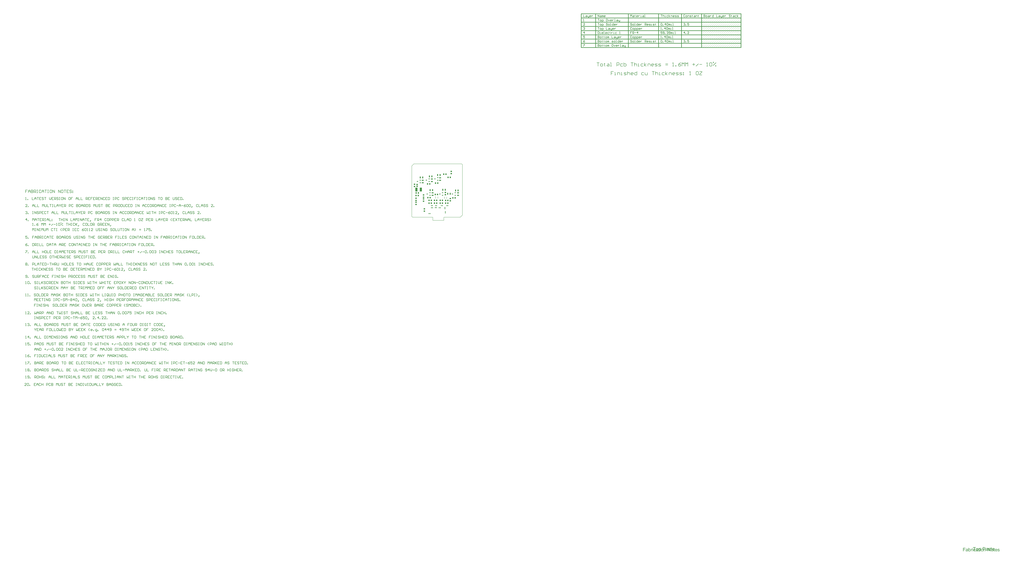
<source format=gtp>
G04 Layer_Color=8421504*
%FSLAX44Y44*%
%MOMM*%
G71*
G01*
G75*
%ADD10C,0.3810*%
%ADD11C,0.0254*%
%ADD12C,0.2540*%
%ADD13C,0.1270*%
G04:AMPARAMS|DCode=14|XSize=0.5mm|YSize=0.6mm|CornerRadius=0.125mm|HoleSize=0mm|Usage=FLASHONLY|Rotation=180.000|XOffset=0mm|YOffset=0mm|HoleType=Round|Shape=RoundedRectangle|*
%AMROUNDEDRECTD14*
21,1,0.5000,0.3500,0,0,180.0*
21,1,0.2500,0.6000,0,0,180.0*
1,1,0.2500,-0.1250,0.1750*
1,1,0.2500,0.1250,0.1750*
1,1,0.2500,0.1250,-0.1750*
1,1,0.2500,-0.1250,-0.1750*
%
%ADD14ROUNDEDRECTD14*%
G04:AMPARAMS|DCode=15|XSize=0.5mm|YSize=0.6mm|CornerRadius=0.125mm|HoleSize=0mm|Usage=FLASHONLY|Rotation=90.000|XOffset=0mm|YOffset=0mm|HoleType=Round|Shape=RoundedRectangle|*
%AMROUNDEDRECTD15*
21,1,0.5000,0.3500,0,0,90.0*
21,1,0.2500,0.6000,0,0,90.0*
1,1,0.2500,0.1750,0.1250*
1,1,0.2500,0.1750,-0.1250*
1,1,0.2500,-0.1750,-0.1250*
1,1,0.2500,-0.1750,0.1250*
%
%ADD15ROUNDEDRECTD15*%
%ADD16R,0.9500X1.0000*%
%ADD17R,0.7500X1.4500*%
%ADD18R,0.4500X0.3250*%
%ADD19O,0.6000X0.2500*%
%ADD20O,0.4500X0.3250*%
%ADD21R,1.0000X0.9500*%
%ADD22R,1.6000X2.8000*%
%ADD23R,0.9500X0.6000*%
%ADD24R,1.4500X0.7500*%
%ADD25R,0.9800X0.9200*%
%ADD26R,0.8000X0.5500*%
%ADD27R,0.5500X0.8000*%
G36*
X4102057Y-2391455D02*
X4102084Y-2391478D01*
X4102382Y-2391738D01*
X4102791Y-2392110D01*
X4103200Y-2392556D01*
X4103646Y-2393151D01*
X4104055Y-2393783D01*
X4104427Y-2394564D01*
Y-2394601D01*
X4104464Y-2394676D01*
X4104501Y-2394787D01*
X4104576Y-2394936D01*
X4104650Y-2395122D01*
X4104724Y-2395382D01*
X4104873Y-2395940D01*
X4105022Y-2396647D01*
X4105171Y-2397427D01*
X4105282Y-2398283D01*
X4105319Y-2399212D01*
Y-2399250D01*
Y-2399324D01*
Y-2399473D01*
Y-2399659D01*
X4105282Y-2399919D01*
Y-2400179D01*
X4105208Y-2400848D01*
X4105059Y-2401592D01*
X4104910Y-2402410D01*
X4104650Y-2403266D01*
X4104315Y-2404121D01*
Y-2404158D01*
X4104278Y-2404232D01*
X4104204Y-2404344D01*
X4104129Y-2404493D01*
X4103906Y-2404865D01*
X4103609Y-2405348D01*
X4103200Y-2405869D01*
X4102716Y-2406426D01*
X4102159Y-2406947D01*
X4102057Y-2407020D01*
Y-2413254D01*
X4099045D01*
Y-2408403D01*
X4098329Y-2408546D01*
X4097585Y-2408583D01*
X4097325D01*
X4097064Y-2408546D01*
X4096692Y-2408509D01*
X4096283Y-2408434D01*
X4095837Y-2408323D01*
X4095354Y-2408174D01*
X4094907Y-2407988D01*
X4094870Y-2407951D01*
X4094721Y-2407876D01*
X4094498Y-2407728D01*
X4094238Y-2407542D01*
X4093903Y-2407319D01*
X4093606Y-2407058D01*
X4093271Y-2406724D01*
X4093058Y-2406484D01*
Y-2408271D01*
Y-2408308D01*
Y-2408457D01*
Y-2408680D01*
X4093096Y-2408940D01*
X4093133Y-2409498D01*
X4093170Y-2409721D01*
X4093207Y-2409907D01*
X4093244Y-2409982D01*
X4093319Y-2410130D01*
X4093467Y-2410316D01*
X4093690Y-2410502D01*
X4093765Y-2410540D01*
X4093951Y-2410577D01*
X4094286Y-2410651D01*
X4094732Y-2410688D01*
X4095103D01*
X4095290Y-2410651D01*
X4095513D01*
X4096070Y-2410577D01*
X4096479Y-2413217D01*
X4096405D01*
X4096256Y-2413254D01*
X4096033Y-2413291D01*
X4095699Y-2413328D01*
X4095364Y-2413403D01*
X4094992Y-2413440D01*
X4094211Y-2413477D01*
X4093951D01*
X4093653Y-2413440D01*
X4093282Y-2413403D01*
X4092974Y-2413375D01*
Y-2414942D01*
X4089962D01*
Y-2397896D01*
X4087815D01*
Y-2395554D01*
X4089962D01*
Y-2390474D01*
X4091252D01*
X4093058Y-2389381D01*
Y-2392360D01*
X4093085Y-2392333D01*
X4093346Y-2392035D01*
X4093643Y-2391701D01*
X4094015Y-2391366D01*
X4094424Y-2391031D01*
X4094870Y-2390771D01*
X4094944Y-2390734D01*
X4095093Y-2390660D01*
X4095354Y-2390548D01*
X4095688Y-2390399D01*
X4096135Y-2390288D01*
X4096618Y-2390176D01*
X4097176Y-2390102D01*
X4097808Y-2390065D01*
X4098180D01*
X4098626Y-2390139D01*
X4099045Y-2390199D01*
Y-2388823D01*
X4102057D01*
Y-2391455D01*
D02*
G37*
G36*
X4173602Y-2402273D02*
X4173629Y-2402447D01*
X4173666Y-2403005D01*
Y-2403080D01*
Y-2403266D01*
X4173629Y-2403563D01*
X4173602Y-2403684D01*
Y-2413254D01*
X4170293D01*
X4167148Y-2408550D01*
X4166490Y-2408583D01*
X4166155D01*
X4165932Y-2408546D01*
X4165634D01*
X4165300Y-2408509D01*
X4164519Y-2408397D01*
X4163664Y-2408248D01*
X4162808Y-2407988D01*
X4161953Y-2407653D01*
X4161581Y-2407430D01*
X4161209Y-2407170D01*
X4161172D01*
X4161135Y-2407096D01*
X4160912Y-2406910D01*
X4160614Y-2406575D01*
X4160242Y-2406092D01*
X4159871Y-2405497D01*
X4159499Y-2404753D01*
X4159164Y-2403898D01*
X4158941Y-2402894D01*
X4161916Y-2402410D01*
Y-2402447D01*
Y-2402485D01*
X4161953Y-2402708D01*
X4162065Y-2403042D01*
X4162176Y-2403451D01*
X4162362Y-2403898D01*
X4162585Y-2404344D01*
X4162920Y-2404790D01*
X4163292Y-2405199D01*
X4163329Y-2405236D01*
X4163515Y-2405348D01*
X4163775Y-2405497D01*
X4164110Y-2405645D01*
X4164593Y-2405831D01*
X4165114Y-2405980D01*
X4165469Y-2406039D01*
X4157464Y-2394066D01*
Y-2413254D01*
X4154377D01*
Y-2408174D01*
X4153326D01*
X4153289Y-2408137D01*
X4153252Y-2408025D01*
X4153177Y-2407802D01*
X4153065Y-2407542D01*
X4152954Y-2407207D01*
X4152880Y-2406835D01*
X4152805Y-2406426D01*
X4152731Y-2405943D01*
X4152657Y-2406017D01*
X4152433Y-2406166D01*
X4152136Y-2406426D01*
X4151690Y-2406724D01*
X4151206Y-2407096D01*
X4150648Y-2407430D01*
X4150091Y-2407728D01*
X4149496Y-2407988D01*
X4149421Y-2408025D01*
X4149236Y-2408062D01*
X4148938Y-2408174D01*
X4148529Y-2408286D01*
X4148008Y-2408397D01*
X4147451Y-2408472D01*
X4146855Y-2408546D01*
X4146186Y-2408583D01*
X4145926D01*
X4145703Y-2408546D01*
X4145480D01*
X4145182Y-2408509D01*
X4144550Y-2408397D01*
X4143806Y-2408248D01*
X4143100Y-2407988D01*
X4142356Y-2407653D01*
X4141724Y-2407170D01*
X4141649Y-2407096D01*
X4141464Y-2406910D01*
X4141241Y-2406612D01*
X4140943Y-2406166D01*
X4140646Y-2405645D01*
X4140422Y-2405050D01*
X4140237Y-2404307D01*
X4140162Y-2403526D01*
Y-2403451D01*
Y-2403303D01*
X4140199Y-2403042D01*
X4140237Y-2402745D01*
X4140311Y-2402373D01*
X4140385Y-2401964D01*
X4140534Y-2401555D01*
X4140720Y-2401146D01*
X4140757Y-2401109D01*
X4140832Y-2400960D01*
X4140943Y-2400774D01*
X4141129Y-2400514D01*
X4141352Y-2400253D01*
X4141649Y-2399956D01*
X4141947Y-2399696D01*
X4142282Y-2399435D01*
X4142319Y-2399398D01*
X4142468Y-2399324D01*
X4142654Y-2399212D01*
X4142914Y-2399064D01*
X4143249Y-2398878D01*
X4143583Y-2398729D01*
X4143992Y-2398580D01*
X4144438Y-2398431D01*
X4144476D01*
X4144625Y-2398394D01*
X4144810Y-2398357D01*
X4145108Y-2398283D01*
X4145480Y-2398208D01*
X4145963Y-2398134D01*
X4146484Y-2398060D01*
X4147116Y-2397985D01*
X4147153D01*
X4147265Y-2397948D01*
X4147451D01*
X4147711Y-2397911D01*
X4148008Y-2397874D01*
X4148343Y-2397836D01*
X4149161Y-2397688D01*
X4150016Y-2397539D01*
X4150909Y-2397390D01*
X4151764Y-2397167D01*
X4152136Y-2397056D01*
X4152471Y-2396944D01*
Y-2396907D01*
Y-2396832D01*
X4152508Y-2396609D01*
Y-2396349D01*
Y-2396237D01*
Y-2396163D01*
Y-2396126D01*
Y-2396089D01*
Y-2395866D01*
X4152471Y-2395531D01*
X4152396Y-2395159D01*
X4152285Y-2394750D01*
X4152136Y-2394304D01*
X4151950Y-2393932D01*
X4151653Y-2393597D01*
X4151615Y-2393560D01*
X4151429Y-2393448D01*
X4151169Y-2393263D01*
X4150797Y-2393077D01*
X4150314Y-2392891D01*
X4149719Y-2392705D01*
X4149012Y-2392593D01*
X4148232Y-2392556D01*
X4147897D01*
X4147525Y-2392593D01*
X4147042Y-2392630D01*
X4146521Y-2392742D01*
X4146038Y-2392854D01*
X4145517Y-2393040D01*
X4145108Y-2393300D01*
X4145071Y-2393337D01*
X4144959Y-2393448D01*
X4144773Y-2393634D01*
X4144550Y-2393895D01*
X4144290Y-2394267D01*
X4144067Y-2394713D01*
X4143806Y-2395271D01*
X4143621Y-2395903D01*
X4140683Y-2395494D01*
Y-2395457D01*
X4140720Y-2395419D01*
X4140757Y-2395196D01*
X4140869Y-2394862D01*
X4140980Y-2394415D01*
X4141166Y-2393932D01*
X4141389Y-2393448D01*
X4141649Y-2392928D01*
X4141984Y-2392482D01*
X4142021Y-2392444D01*
X4142170Y-2392296D01*
X4142356Y-2392073D01*
X4142654Y-2391812D01*
X4143026Y-2391552D01*
X4143509Y-2391255D01*
X4144030Y-2390957D01*
X4144625Y-2390697D01*
X4144662D01*
X4144699Y-2390660D01*
X4144810Y-2390622D01*
X4144922Y-2390585D01*
X4145294Y-2390511D01*
X4145777Y-2390362D01*
X4146372Y-2390251D01*
X4147042Y-2390176D01*
X4147822Y-2390102D01*
X4148640Y-2390065D01*
X4149012D01*
X4149421Y-2390102D01*
X4149942Y-2390139D01*
X4150537Y-2390213D01*
X4151169Y-2390288D01*
X4151764Y-2390437D01*
X4152322Y-2390622D01*
X4152396Y-2390660D01*
X4152545Y-2390697D01*
X4152805Y-2390845D01*
X4153103Y-2390994D01*
X4153438Y-2391180D01*
X4153809Y-2391403D01*
X4154107Y-2391664D01*
X4154377Y-2391934D01*
Y-2388823D01*
X4157650D01*
X4160187Y-2392607D01*
X4160354Y-2392407D01*
X4160540Y-2392147D01*
X4160800Y-2391887D01*
X4161098Y-2391589D01*
X4161432Y-2391329D01*
X4161470Y-2391292D01*
X4161581Y-2391255D01*
X4161730Y-2391143D01*
X4161953Y-2391031D01*
X4162213Y-2390883D01*
X4162548Y-2390734D01*
X4162920Y-2390585D01*
X4163329Y-2390437D01*
X4163403D01*
X4163552Y-2390362D01*
X4163775Y-2390325D01*
X4164110Y-2390251D01*
X4164519Y-2390176D01*
X4164928Y-2390139D01*
X4165411Y-2390065D01*
X4166266D01*
X4166675Y-2390102D01*
X4167159Y-2390139D01*
X4167754Y-2390213D01*
X4168349Y-2390325D01*
X4168981Y-2390474D01*
X4169576Y-2390697D01*
X4169613D01*
X4169650Y-2390734D01*
X4169836Y-2390808D01*
X4170134Y-2390957D01*
X4170468Y-2391106D01*
X4170516Y-2391139D01*
Y-2388823D01*
X4173602D01*
Y-2402273D01*
D02*
G37*
G36*
X4048956Y-2392244D02*
X4045944D01*
Y-2388823D01*
X4048956D01*
Y-2392244D01*
D02*
G37*
G36*
X4129378Y-2383780D02*
X4129973Y-2383817D01*
X4130605Y-2383855D01*
X4131201Y-2383929D01*
X4131721Y-2384003D01*
X4131795D01*
X4132019Y-2384078D01*
X4132353Y-2384152D01*
X4132762Y-2384264D01*
X4133246Y-2384412D01*
X4133729Y-2384598D01*
X4134250Y-2384859D01*
X4134733Y-2385156D01*
X4134770Y-2385193D01*
X4134956Y-2385305D01*
X4135179Y-2385491D01*
X4135439Y-2385751D01*
X4135737Y-2386086D01*
X4136072Y-2386495D01*
X4136407Y-2386941D01*
X4136704Y-2387499D01*
X4136741Y-2387573D01*
X4136815Y-2387759D01*
X4136927Y-2388057D01*
X4137076Y-2388466D01*
X4137224Y-2388949D01*
X4137336Y-2389507D01*
X4137411Y-2390139D01*
X4137448Y-2390808D01*
Y-2390845D01*
Y-2390957D01*
Y-2391106D01*
X4137411Y-2391329D01*
X4137373Y-2391589D01*
X4137336Y-2391924D01*
X4137299Y-2392259D01*
X4137188Y-2392630D01*
X4136964Y-2393486D01*
X4136592Y-2394341D01*
X4136369Y-2394787D01*
X4136109Y-2395233D01*
X4135965Y-2395449D01*
X4136305Y-2395554D01*
X4136826Y-2395740D01*
X4136900Y-2395777D01*
X4137049Y-2395851D01*
X4137272Y-2395963D01*
X4137570Y-2396149D01*
X4137904Y-2396372D01*
X4138239Y-2396632D01*
X4138574Y-2396929D01*
X4138834Y-2397264D01*
X4138871Y-2397301D01*
X4138945Y-2397413D01*
X4139057Y-2397636D01*
X4139206Y-2397896D01*
X4139355Y-2398194D01*
X4139503Y-2398566D01*
X4139652Y-2399012D01*
X4139763Y-2399458D01*
Y-2399495D01*
X4139801Y-2399607D01*
X4139838Y-2399830D01*
X4139875Y-2400128D01*
Y-2400536D01*
X4139912Y-2401057D01*
X4139950Y-2401652D01*
Y-2402396D01*
Y-2413254D01*
X4136937D01*
Y-2402507D01*
Y-2402470D01*
Y-2402433D01*
Y-2402210D01*
Y-2401875D01*
X4136900Y-2401466D01*
X4136863Y-2401057D01*
X4136789Y-2400574D01*
X4136677Y-2400165D01*
X4136566Y-2399793D01*
Y-2399756D01*
X4136491Y-2399644D01*
X4136417Y-2399458D01*
X4136305Y-2399272D01*
X4136119Y-2399012D01*
X4135896Y-2398789D01*
X4135636Y-2398528D01*
X4135338Y-2398305D01*
X4135301Y-2398268D01*
X4135190Y-2398231D01*
X4135004Y-2398120D01*
X4134744Y-2398008D01*
X4134446Y-2397934D01*
X4134074Y-2397822D01*
X4133702Y-2397785D01*
X4133256Y-2397748D01*
X4132921D01*
X4132587Y-2397822D01*
X4132103Y-2397896D01*
X4131583Y-2398045D01*
X4131062Y-2398268D01*
X4130467Y-2398566D01*
X4129947Y-2398975D01*
X4129872Y-2399049D01*
X4129724Y-2399235D01*
X4129500Y-2399532D01*
X4129389Y-2399756D01*
X4129277Y-2400016D01*
X4129128Y-2400313D01*
X4129017Y-2400648D01*
X4128905Y-2401020D01*
X4128794Y-2401429D01*
X4128682Y-2401912D01*
X4128645Y-2402433D01*
X4128571Y-2402991D01*
Y-2403586D01*
Y-2413254D01*
X4125558D01*
Y-2398208D01*
X4122053D01*
Y-2403963D01*
X4122063Y-2404181D01*
Y-2404218D01*
Y-2404330D01*
Y-2404515D01*
Y-2404738D01*
X4122053Y-2404821D01*
Y-2408174D01*
X4121537D01*
X4121357Y-2408792D01*
X4121022Y-2409573D01*
Y-2409610D01*
X4120985Y-2409647D01*
X4120836Y-2409907D01*
X4120576Y-2410242D01*
X4120241Y-2410688D01*
X4119832Y-2411172D01*
X4119312Y-2411655D01*
X4118716Y-2412138D01*
X4118010Y-2412585D01*
X4117973D01*
X4117935Y-2412622D01*
X4117824Y-2412696D01*
X4117675Y-2412733D01*
X4117266Y-2412919D01*
X4116746Y-2413105D01*
X4116114Y-2413328D01*
X4115407Y-2413477D01*
X4114626Y-2413626D01*
X4113771Y-2413663D01*
X4113399D01*
X4113139Y-2413626D01*
X4112841Y-2413589D01*
X4112469Y-2413551D01*
X4112060Y-2413477D01*
X4111614Y-2413366D01*
X4110685Y-2413068D01*
X4110164Y-2412882D01*
X4109680Y-2412659D01*
X4109160Y-2412399D01*
X4108676Y-2412064D01*
X4108193Y-2411692D01*
X4107747Y-2411283D01*
X4107709Y-2411246D01*
X4107635Y-2411172D01*
X4107523Y-2411023D01*
X4107412Y-2410837D01*
X4107226Y-2410577D01*
X4107040Y-2410279D01*
X4106817Y-2409944D01*
X4106631Y-2409535D01*
X4106408Y-2409052D01*
X4106185Y-2408569D01*
X4105999Y-2407974D01*
X4105850Y-2407379D01*
X4105702Y-2406709D01*
X4105590Y-2406003D01*
X4105516Y-2405222D01*
X4105479Y-2404404D01*
Y-2404330D01*
Y-2404181D01*
X4105516Y-2403920D01*
Y-2403586D01*
X4105553Y-2403177D01*
X4105627Y-2402731D01*
X4105702Y-2402210D01*
X4105813Y-2401652D01*
X4105962Y-2401057D01*
X4106148Y-2400462D01*
X4106371Y-2399867D01*
X4106631Y-2399272D01*
X4106929Y-2398677D01*
X4107300Y-2398120D01*
X4107709Y-2397599D01*
X4108193Y-2397115D01*
X4108230Y-2397078D01*
X4108304Y-2397041D01*
X4108416Y-2396929D01*
X4108602Y-2396818D01*
X4108825Y-2396669D01*
X4109085Y-2396483D01*
X4109383Y-2396297D01*
X4109755Y-2396111D01*
X4110127Y-2395963D01*
X4110536Y-2395777D01*
X4111502Y-2395442D01*
X4112581Y-2395219D01*
X4113176Y-2395182D01*
X4113771Y-2395145D01*
X4114106D01*
X4114366Y-2395182D01*
X4114700Y-2395219D01*
X4115035Y-2395256D01*
X4115444Y-2395331D01*
X4115891Y-2395442D01*
X4116820Y-2395740D01*
X4117303Y-2395925D01*
X4117824Y-2396149D01*
X4118307Y-2396446D01*
X4118791Y-2396781D01*
X4118818Y-2396801D01*
Y-2383743D01*
X4128820D01*
X4129378Y-2383780D01*
D02*
G37*
G36*
X4041631Y-2395182D02*
X4042040Y-2395256D01*
X4042486Y-2395405D01*
X4043007Y-2395554D01*
X4043564Y-2395814D01*
X4044159Y-2396149D01*
X4043081Y-2398900D01*
X4043044Y-2398863D01*
X4042895Y-2398789D01*
X4042672Y-2398677D01*
X4042411Y-2398566D01*
X4042077Y-2398454D01*
X4041705Y-2398343D01*
X4041296Y-2398268D01*
X4040887Y-2398231D01*
X4040738D01*
X4040552Y-2398268D01*
X4040292Y-2398305D01*
X4040032Y-2398380D01*
X4039734Y-2398491D01*
X4039437Y-2398640D01*
X4039139Y-2398826D01*
X4039102Y-2398863D01*
X4039028Y-2398938D01*
X4038879Y-2399086D01*
X4038730Y-2399272D01*
X4038544Y-2399495D01*
X4038358Y-2399793D01*
X4038210Y-2400128D01*
X4038061Y-2400499D01*
X4038024Y-2400574D01*
X4037986Y-2400760D01*
X4037912Y-2401094D01*
X4037838Y-2401541D01*
X4037726Y-2402061D01*
X4037652Y-2402656D01*
X4037615Y-2403288D01*
X4037578Y-2403995D01*
Y-2413254D01*
X4034565D01*
Y-2395554D01*
X4037280D01*
Y-2398194D01*
X4037317Y-2398157D01*
X4037466Y-2397934D01*
X4037652Y-2397599D01*
X4037875Y-2397227D01*
X4038173Y-2396818D01*
X4038507Y-2396409D01*
X4038805Y-2396037D01*
X4039139Y-2395777D01*
X4039177Y-2395740D01*
X4039288Y-2395665D01*
X4039474Y-2395591D01*
X4039734Y-2395442D01*
X4039995Y-2395331D01*
X4040329Y-2395256D01*
X4040701Y-2395182D01*
X4041073Y-2395145D01*
X4041333D01*
X4041631Y-2395182D01*
D02*
G37*
G36*
X4232579D02*
X4233062Y-2395219D01*
X4233657Y-2395293D01*
X4234252Y-2395405D01*
X4234884Y-2395554D01*
X4235479Y-2395777D01*
X4235516D01*
X4235554Y-2395814D01*
X4235740Y-2395888D01*
X4236037Y-2396037D01*
X4236372Y-2396186D01*
X4236743Y-2396446D01*
X4237153Y-2396706D01*
X4237524Y-2397041D01*
X4237822Y-2397413D01*
X4237859Y-2397450D01*
X4237933Y-2397599D01*
X4238082Y-2397822D01*
X4238268Y-2398120D01*
X4238417Y-2398491D01*
X4238603Y-2398975D01*
X4238752Y-2399495D01*
X4238900Y-2400090D01*
X4235963Y-2400499D01*
Y-2400425D01*
X4235926Y-2400276D01*
X4235851Y-2400016D01*
X4235740Y-2399718D01*
X4235591Y-2399384D01*
X4235368Y-2399049D01*
X4235107Y-2398677D01*
X4234773Y-2398380D01*
X4234735Y-2398343D01*
X4234587Y-2398268D01*
X4234364Y-2398120D01*
X4234066Y-2397971D01*
X4233694Y-2397859D01*
X4233211Y-2397710D01*
X4232690Y-2397636D01*
X4232058Y-2397599D01*
X4231724D01*
X4231352Y-2397636D01*
X4230905Y-2397673D01*
X4230422Y-2397785D01*
X4229939Y-2397896D01*
X4229455Y-2398082D01*
X4229083Y-2398305D01*
X4229046Y-2398343D01*
X4228935Y-2398417D01*
X4228823Y-2398566D01*
X4228674Y-2398752D01*
X4228488Y-2398975D01*
X4228377Y-2399272D01*
X4228265Y-2399570D01*
X4228228Y-2399904D01*
Y-2399942D01*
Y-2400016D01*
X4228265Y-2400128D01*
Y-2400276D01*
X4228377Y-2400611D01*
X4228563Y-2400983D01*
X4228600Y-2401020D01*
X4228637Y-2401057D01*
X4228860Y-2401243D01*
X4229009Y-2401392D01*
X4229195Y-2401503D01*
X4229455Y-2401652D01*
X4229716Y-2401764D01*
X4229753D01*
X4229827Y-2401801D01*
X4229976Y-2401838D01*
X4230236Y-2401912D01*
X4230571Y-2402024D01*
X4231054Y-2402173D01*
X4231649Y-2402321D01*
X4231984Y-2402433D01*
X4232393Y-2402545D01*
X4232430D01*
X4232542Y-2402582D01*
X4232690Y-2402619D01*
X4232914Y-2402693D01*
X4233174Y-2402768D01*
X4233471Y-2402842D01*
X4234141Y-2403028D01*
X4234884Y-2403251D01*
X4235628Y-2403511D01*
X4236297Y-2403734D01*
X4236595Y-2403846D01*
X4236855Y-2403958D01*
X4236930Y-2403995D01*
X4237078Y-2404069D01*
X4237301Y-2404181D01*
X4237562Y-2404330D01*
X4237896Y-2404553D01*
X4238231Y-2404850D01*
X4238528Y-2405148D01*
X4238826Y-2405519D01*
X4238863Y-2405557D01*
X4238937Y-2405705D01*
X4239049Y-2405928D01*
X4239198Y-2406226D01*
X4239347Y-2406598D01*
X4239458Y-2407044D01*
X4239532Y-2407527D01*
X4239570Y-2408085D01*
Y-2408160D01*
Y-2408345D01*
X4239532Y-2408643D01*
X4239458Y-2408978D01*
X4239347Y-2409424D01*
X4239198Y-2409907D01*
X4238975Y-2410391D01*
X4238677Y-2410911D01*
X4238640Y-2410986D01*
X4238528Y-2411134D01*
X4238305Y-2411358D01*
X4238008Y-2411655D01*
X4237673Y-2411990D01*
X4237227Y-2412324D01*
X4236707Y-2412659D01*
X4236111Y-2412957D01*
X4236037Y-2412994D01*
X4235814Y-2413068D01*
X4235479Y-2413180D01*
X4235033Y-2413291D01*
X4234475Y-2413440D01*
X4233843Y-2413551D01*
X4233137Y-2413626D01*
X4232393Y-2413663D01*
X4232058D01*
X4231835Y-2413626D01*
X4231537D01*
X4231203Y-2413589D01*
X4230422Y-2413477D01*
X4229567Y-2413328D01*
X4228712Y-2413068D01*
X4227856Y-2412733D01*
X4227484Y-2412510D01*
X4227112Y-2412250D01*
X4227075D01*
X4227038Y-2412176D01*
X4226815Y-2411990D01*
X4226518Y-2411655D01*
X4226146Y-2411172D01*
X4225774Y-2410577D01*
X4225402Y-2409833D01*
X4225067Y-2408978D01*
X4224844Y-2407974D01*
X4227819Y-2407490D01*
Y-2407527D01*
Y-2407565D01*
X4227856Y-2407788D01*
X4227968Y-2408122D01*
X4228079Y-2408531D01*
X4228265Y-2408978D01*
X4228488Y-2409424D01*
X4228823Y-2409870D01*
X4229195Y-2410279D01*
X4229232Y-2410316D01*
X4229418Y-2410428D01*
X4229678Y-2410577D01*
X4230013Y-2410725D01*
X4230497Y-2410911D01*
X4231017Y-2411060D01*
X4231686Y-2411172D01*
X4232393Y-2411209D01*
X4232727D01*
X4233099Y-2411172D01*
X4233546Y-2411097D01*
X4234066Y-2411023D01*
X4234587Y-2410874D01*
X4235070Y-2410651D01*
X4235479Y-2410391D01*
X4235516Y-2410354D01*
X4235628Y-2410242D01*
X4235814Y-2410056D01*
X4236000Y-2409833D01*
X4236149Y-2409535D01*
X4236335Y-2409164D01*
X4236446Y-2408792D01*
X4236483Y-2408383D01*
Y-2408345D01*
Y-2408197D01*
X4236446Y-2408048D01*
X4236372Y-2407788D01*
X4236260Y-2407565D01*
X4236111Y-2407267D01*
X4235888Y-2407007D01*
X4235591Y-2406784D01*
X4235554Y-2406747D01*
X4235442Y-2406709D01*
X4235256Y-2406635D01*
X4234959Y-2406486D01*
X4234550Y-2406375D01*
X4234029Y-2406189D01*
X4233694Y-2406077D01*
X4233360Y-2406003D01*
X4232951Y-2405891D01*
X4232504Y-2405780D01*
X4232467D01*
X4232356Y-2405742D01*
X4232207Y-2405705D01*
X4231984Y-2405631D01*
X4231686Y-2405557D01*
X4231389Y-2405482D01*
X4230682Y-2405259D01*
X4229939Y-2405036D01*
X4229158Y-2404813D01*
X4228451Y-2404553D01*
X4228154Y-2404441D01*
X4227893Y-2404330D01*
X4227856Y-2404292D01*
X4227670Y-2404218D01*
X4227447Y-2404069D01*
X4227187Y-2403883D01*
X4226852Y-2403660D01*
X4226555Y-2403363D01*
X4226220Y-2403028D01*
X4225960Y-2402656D01*
X4225923Y-2402619D01*
X4225848Y-2402470D01*
X4225774Y-2402247D01*
X4225662Y-2401950D01*
X4225514Y-2401615D01*
X4225439Y-2401206D01*
X4225365Y-2400760D01*
X4225327Y-2400276D01*
Y-2400239D01*
Y-2400090D01*
X4225365Y-2399830D01*
X4225402Y-2399570D01*
X4225439Y-2399235D01*
X4225551Y-2398863D01*
X4225662Y-2398454D01*
X4225848Y-2398082D01*
X4225885Y-2398045D01*
X4225960Y-2397896D01*
X4226071Y-2397710D01*
X4226257Y-2397487D01*
X4226443Y-2397227D01*
X4226703Y-2396967D01*
X4227001Y-2396669D01*
X4227336Y-2396409D01*
X4227373Y-2396372D01*
X4227484Y-2396335D01*
X4227633Y-2396223D01*
X4227856Y-2396111D01*
X4228116Y-2395963D01*
X4228451Y-2395814D01*
X4228823Y-2395665D01*
X4229232Y-2395517D01*
X4229307D01*
X4229455Y-2395442D01*
X4229678Y-2395405D01*
X4230013Y-2395331D01*
X4230422Y-2395256D01*
X4230831Y-2395219D01*
X4231314Y-2395145D01*
X4232170D01*
X4232579Y-2395182D01*
D02*
G37*
G36*
X4068059Y-2386606D02*
X4060027D01*
Y-2395172D01*
X4060633Y-2395145D01*
X4060930D01*
X4061116Y-2395182D01*
X4061376D01*
X4061637Y-2395219D01*
X4062306Y-2395331D01*
X4063050Y-2395517D01*
X4063868Y-2395777D01*
X4064649Y-2396149D01*
X4065355Y-2396632D01*
X4065392D01*
X4065429Y-2396706D01*
X4065652Y-2396892D01*
X4065950Y-2397227D01*
X4066322Y-2397673D01*
X4066731Y-2398268D01*
X4067103Y-2398975D01*
X4067437Y-2399830D01*
X4067698Y-2400760D01*
X4064797Y-2401206D01*
Y-2401169D01*
X4064760Y-2401131D01*
X4064723Y-2400908D01*
X4064612Y-2400611D01*
X4064463Y-2400202D01*
X4064240Y-2399756D01*
X4063979Y-2399309D01*
X4063682Y-2398900D01*
X4063310Y-2398528D01*
X4063273Y-2398491D01*
X4063124Y-2398380D01*
X4062901Y-2398231D01*
X4062603Y-2398045D01*
X4062232Y-2397896D01*
X4061823Y-2397748D01*
X4061302Y-2397636D01*
X4060781Y-2397599D01*
X4060558D01*
X4060410Y-2397636D01*
X4060027Y-2397671D01*
Y-2408174D01*
X4056792D01*
Y-2399674D01*
X4056765Y-2399718D01*
X4056654Y-2399942D01*
X4056542Y-2400202D01*
X4056431Y-2400499D01*
X4056282Y-2400834D01*
X4056170Y-2401206D01*
X4056059Y-2401652D01*
X4055947Y-2402098D01*
X4055836Y-2402619D01*
X4055798Y-2403177D01*
X4055724Y-2403772D01*
Y-2404404D01*
Y-2404441D01*
Y-2404553D01*
Y-2404738D01*
X4055761Y-2404999D01*
Y-2405296D01*
X4055798Y-2405631D01*
X4055910Y-2406375D01*
X4056059Y-2407230D01*
X4056282Y-2408122D01*
X4056617Y-2408903D01*
X4056840Y-2409275D01*
X4057063Y-2409610D01*
X4057137Y-2409684D01*
X4057323Y-2409870D01*
X4057621Y-2410130D01*
X4058029Y-2410391D01*
X4058513Y-2410688D01*
X4059145Y-2410948D01*
X4059814Y-2411134D01*
X4060186Y-2411172D01*
X4060595Y-2411209D01*
X4060893D01*
X4061227Y-2411134D01*
X4061637Y-2411060D01*
X4062083Y-2410948D01*
X4062603Y-2410763D01*
X4063087Y-2410502D01*
X4063533Y-2410130D01*
X4063570Y-2410093D01*
X4063719Y-2409907D01*
X4063942Y-2409684D01*
X4064165Y-2409312D01*
X4064425Y-2408829D01*
X4064686Y-2408271D01*
X4064909Y-2407565D01*
X4065058Y-2406784D01*
X4067995Y-2407193D01*
Y-2407230D01*
X4067958Y-2407341D01*
X4067921Y-2407490D01*
X4067884Y-2407676D01*
X4067809Y-2407937D01*
X4067735Y-2408234D01*
X4067512Y-2408940D01*
X4067177Y-2409684D01*
X4066731Y-2410502D01*
X4066173Y-2411246D01*
X4065504Y-2411953D01*
X4065467D01*
X4065429Y-2412027D01*
X4065318Y-2412101D01*
X4065169Y-2412213D01*
X4064946Y-2412361D01*
X4064723Y-2412510D01*
X4064165Y-2412808D01*
X4063459Y-2413105D01*
X4062603Y-2413403D01*
X4061674Y-2413589D01*
X4061153Y-2413626D01*
X4060633Y-2413663D01*
X4060298D01*
X4060038Y-2413626D01*
X4059740Y-2413589D01*
X4059368Y-2413551D01*
X4058996Y-2413477D01*
X4058550Y-2413366D01*
X4057621Y-2413105D01*
X4057137Y-2412882D01*
X4056654Y-2412659D01*
X4056170Y-2412399D01*
X4055724Y-2412101D01*
X4055278Y-2411729D01*
X4054832Y-2411320D01*
X4054794Y-2411283D01*
X4054720Y-2411209D01*
X4054646Y-2411060D01*
X4054497Y-2410874D01*
X4054311Y-2410614D01*
X4054125Y-2410316D01*
X4053939Y-2409982D01*
X4053753Y-2409573D01*
X4053530Y-2409126D01*
X4053344Y-2408606D01*
X4053158Y-2408048D01*
X4052972Y-2407416D01*
X4052823Y-2406784D01*
X4052749Y-2406040D01*
X4052675Y-2405296D01*
X4052638Y-2404478D01*
Y-2404441D01*
Y-2404367D01*
Y-2404181D01*
Y-2403995D01*
X4052675Y-2403734D01*
Y-2403474D01*
X4052749Y-2402768D01*
X4052861Y-2401987D01*
X4053047Y-2401169D01*
X4053270Y-2400276D01*
X4053567Y-2399458D01*
Y-2399421D01*
X4053604Y-2399347D01*
X4053679Y-2399235D01*
X4053753Y-2399086D01*
X4053976Y-2398714D01*
X4054274Y-2398231D01*
X4054683Y-2397710D01*
X4055166Y-2397190D01*
X4055761Y-2396669D01*
X4056431Y-2396223D01*
X4056468D01*
X4056505Y-2396186D01*
X4056617Y-2396111D01*
X4056765Y-2396037D01*
X4056792Y-2396027D01*
Y-2386606D01*
X4048760D01*
Y-2383743D01*
X4068059D01*
Y-2386606D01*
D02*
G37*
G36*
X4078769Y-2390102D02*
X4079103Y-2390139D01*
X4079438Y-2390176D01*
X4079847Y-2390251D01*
X4080293Y-2390362D01*
X4081223Y-2390660D01*
X4081707Y-2390845D01*
X4082227Y-2391069D01*
X4082711Y-2391366D01*
X4083194Y-2391701D01*
X4083677Y-2392073D01*
X4084124Y-2392482D01*
X4084161Y-2392519D01*
X4084235Y-2392593D01*
X4084347Y-2392742D01*
X4084496Y-2392928D01*
X4084681Y-2393151D01*
X4084867Y-2393448D01*
X4085090Y-2393820D01*
X4085313Y-2394192D01*
X4085499Y-2394638D01*
X4085722Y-2395159D01*
X4085909Y-2395680D01*
X4086094Y-2396275D01*
X4086243Y-2396907D01*
X4086355Y-2397613D01*
X4086429Y-2398320D01*
X4086466Y-2399101D01*
Y-2399138D01*
Y-2399250D01*
Y-2399435D01*
Y-2399659D01*
X4086429Y-2399956D01*
Y-2400291D01*
X4086392Y-2400663D01*
X4086355Y-2401072D01*
X4086206Y-2401927D01*
X4086020Y-2402819D01*
X4085760Y-2403712D01*
X4085425Y-2404493D01*
Y-2404530D01*
X4085388Y-2404567D01*
X4085239Y-2404827D01*
X4084979Y-2405162D01*
X4084915Y-2405247D01*
Y-2405854D01*
Y-2405891D01*
Y-2406040D01*
Y-2406263D01*
Y-2406523D01*
Y-2406858D01*
Y-2407230D01*
X4084952Y-2408085D01*
Y-2409015D01*
X4084989Y-2409870D01*
X4085026Y-2410279D01*
Y-2410614D01*
X4085063Y-2410911D01*
X4085101Y-2411172D01*
Y-2411209D01*
X4085138Y-2411358D01*
X4085175Y-2411581D01*
X4085249Y-2411841D01*
X4085361Y-2412138D01*
X4085510Y-2412510D01*
X4085844Y-2413254D01*
X4082721D01*
X4082684Y-2413217D01*
X4082646Y-2413105D01*
X4082572Y-2412882D01*
X4082461Y-2412622D01*
X4082349Y-2412287D01*
X4082274Y-2411915D01*
X4082200Y-2411506D01*
X4082126Y-2411023D01*
X4082051Y-2411097D01*
X4081828Y-2411246D01*
X4081531Y-2411506D01*
X4081085Y-2411804D01*
X4080601Y-2412176D01*
X4080044Y-2412510D01*
X4079486Y-2412808D01*
X4078891Y-2413068D01*
X4078816Y-2413105D01*
X4078630Y-2413142D01*
X4078333Y-2413254D01*
X4077924Y-2413366D01*
X4077403Y-2413477D01*
X4076845Y-2413551D01*
X4076251Y-2413626D01*
X4075581Y-2413663D01*
X4075321D01*
X4075098Y-2413626D01*
X4074875D01*
X4074577Y-2413589D01*
X4073945Y-2413477D01*
X4073201Y-2413328D01*
X4072495Y-2413068D01*
X4071751Y-2412733D01*
X4071119Y-2412250D01*
X4071045Y-2412176D01*
X4070858Y-2411990D01*
X4070635Y-2411692D01*
X4070338Y-2411246D01*
X4070041Y-2410725D01*
X4069818Y-2410130D01*
X4069631Y-2409387D01*
X4069557Y-2408606D01*
Y-2408531D01*
Y-2408383D01*
X4069594Y-2408122D01*
X4069631Y-2407825D01*
X4069706Y-2407453D01*
X4069780Y-2407044D01*
X4069929Y-2406635D01*
X4070115Y-2406226D01*
X4070152Y-2406189D01*
X4070226Y-2406040D01*
X4070338Y-2405854D01*
X4070524Y-2405594D01*
X4070747Y-2405334D01*
X4071045Y-2405036D01*
X4071228Y-2404876D01*
X4071220Y-2404865D01*
X4071034Y-2404455D01*
X4070811Y-2403972D01*
X4070588Y-2403489D01*
X4070402Y-2402894D01*
X4070253Y-2402299D01*
X4070104Y-2401629D01*
X4069993Y-2400923D01*
X4069919Y-2400142D01*
X4069881Y-2399324D01*
Y-2399250D01*
Y-2399101D01*
X4069919Y-2398840D01*
Y-2398506D01*
X4069956Y-2398097D01*
X4070030Y-2397650D01*
X4070104Y-2397130D01*
X4070216Y-2396572D01*
X4070365Y-2395977D01*
X4070551Y-2395382D01*
X4070774Y-2394787D01*
X4071034Y-2394192D01*
X4071332Y-2393597D01*
X4071703Y-2393040D01*
X4072113Y-2392519D01*
X4072596Y-2392035D01*
X4072633Y-2391998D01*
X4072708Y-2391961D01*
X4072819Y-2391850D01*
X4073005Y-2391738D01*
X4073228Y-2391589D01*
X4073488Y-2391403D01*
X4073786Y-2391217D01*
X4074158Y-2391031D01*
X4074530Y-2390883D01*
X4074939Y-2390697D01*
X4075905Y-2390362D01*
X4076984Y-2390139D01*
X4077579Y-2390102D01*
X4078174Y-2390065D01*
X4078509D01*
X4078769Y-2390102D01*
D02*
G37*
G36*
X4048956Y-2413254D02*
X4045944D01*
Y-2395554D01*
X4048956D01*
Y-2413254D01*
D02*
G37*
G36*
X4004891Y-2395182D02*
X4005412Y-2395219D01*
X4006007Y-2395293D01*
X4006639Y-2395368D01*
X4007234Y-2395517D01*
X4007792Y-2395702D01*
X4007866Y-2395740D01*
X4008015Y-2395777D01*
X4008275Y-2395925D01*
X4008573Y-2396074D01*
X4008907Y-2396260D01*
X4009279Y-2396483D01*
X4009577Y-2396744D01*
X4009874Y-2397041D01*
X4009911Y-2397078D01*
X4009986Y-2397190D01*
X4010097Y-2397339D01*
X4010246Y-2397599D01*
X4010395Y-2397896D01*
X4010544Y-2398231D01*
X4010692Y-2398640D01*
X4010804Y-2399086D01*
Y-2399124D01*
X4010841Y-2399235D01*
X4010878Y-2399421D01*
X4010916Y-2399718D01*
Y-2400090D01*
X4010952Y-2400574D01*
X4010990Y-2401131D01*
Y-2401838D01*
Y-2405854D01*
Y-2405891D01*
Y-2406040D01*
Y-2406263D01*
Y-2406523D01*
Y-2406858D01*
Y-2407230D01*
X4011027Y-2408085D01*
Y-2409015D01*
X4011064Y-2409870D01*
X4011101Y-2410279D01*
Y-2410614D01*
X4011139Y-2410911D01*
X4011176Y-2411172D01*
Y-2411209D01*
X4011213Y-2411358D01*
X4011250Y-2411581D01*
X4011324Y-2411841D01*
X4011436Y-2412138D01*
X4011585Y-2412510D01*
X4011919Y-2413254D01*
X4008796D01*
X4008759Y-2413217D01*
X4008722Y-2413105D01*
X4008647Y-2412882D01*
X4008535Y-2412622D01*
X4008424Y-2412287D01*
X4008350Y-2411915D01*
X4008275Y-2411506D01*
X4008201Y-2411023D01*
X4008127Y-2411097D01*
X4007903Y-2411246D01*
X4007606Y-2411506D01*
X4007160Y-2411804D01*
X4006676Y-2412176D01*
X4006118Y-2412510D01*
X4005561Y-2412808D01*
X4004966Y-2413068D01*
X4004891Y-2413105D01*
X4004706Y-2413142D01*
X4004408Y-2413254D01*
X4003999Y-2413366D01*
X4003478Y-2413477D01*
X4002921Y-2413551D01*
X4002325Y-2413626D01*
X4001656Y-2413663D01*
X4001396D01*
X4001173Y-2413626D01*
X4000950D01*
X4000652Y-2413589D01*
X4000020Y-2413477D01*
X3999276Y-2413328D01*
X3998570Y-2413068D01*
X3997826Y-2412733D01*
X3997194Y-2412250D01*
X3997120Y-2412176D01*
X3996934Y-2411990D01*
X3996711Y-2411692D01*
X3996413Y-2411246D01*
X3996116Y-2410725D01*
X3995892Y-2410130D01*
X3995706Y-2409387D01*
X3995632Y-2408606D01*
Y-2408531D01*
Y-2408383D01*
X3995669Y-2408122D01*
X3995706Y-2407825D01*
X3995781Y-2407453D01*
X3995855Y-2407044D01*
X3996004Y-2406635D01*
X3996190Y-2406226D01*
X3996227Y-2406189D01*
X3996302Y-2406040D01*
X3996413Y-2405854D01*
X3996599Y-2405594D01*
X3996822Y-2405334D01*
X3997120Y-2405036D01*
X3997417Y-2404776D01*
X3997752Y-2404515D01*
X3997789Y-2404478D01*
X3997938Y-2404404D01*
X3998123Y-2404292D01*
X3998384Y-2404144D01*
X3998719Y-2403958D01*
X3999053Y-2403809D01*
X3999462Y-2403660D01*
X3999908Y-2403511D01*
X3999946D01*
X4000094Y-2403474D01*
X4000280Y-2403437D01*
X4000578Y-2403363D01*
X4000950Y-2403288D01*
X4001433Y-2403214D01*
X4001954Y-2403139D01*
X4002586Y-2403065D01*
X4002623D01*
X4002735Y-2403028D01*
X4002921D01*
X4003181Y-2402991D01*
X4003478Y-2402954D01*
X4003813Y-2402916D01*
X4004631Y-2402768D01*
X4005486Y-2402619D01*
X4006379Y-2402470D01*
X4007234Y-2402247D01*
X4007606Y-2402135D01*
X4007941Y-2402024D01*
Y-2401987D01*
Y-2401912D01*
X4007978Y-2401689D01*
Y-2401429D01*
Y-2401317D01*
Y-2401243D01*
Y-2401206D01*
Y-2401169D01*
Y-2400946D01*
X4007941Y-2400611D01*
X4007866Y-2400239D01*
X4007755Y-2399830D01*
X4007606Y-2399384D01*
X4007420Y-2399012D01*
X4007122Y-2398677D01*
X4007085Y-2398640D01*
X4006899Y-2398528D01*
X4006639Y-2398343D01*
X4006267Y-2398157D01*
X4005784Y-2397971D01*
X4005189Y-2397785D01*
X4004482Y-2397673D01*
X4003701Y-2397636D01*
X4003367D01*
X4002995Y-2397673D01*
X4002512Y-2397710D01*
X4001991Y-2397822D01*
X4001508Y-2397934D01*
X4000987Y-2398120D01*
X4000578Y-2398380D01*
X4000540Y-2398417D01*
X4000429Y-2398528D01*
X4000243Y-2398714D01*
X4000020Y-2398975D01*
X3999760Y-2399347D01*
X3999537Y-2399793D01*
X3999276Y-2400351D01*
X3999090Y-2400983D01*
X3996153Y-2400574D01*
Y-2400536D01*
X3996190Y-2400499D01*
X3996227Y-2400276D01*
X3996339Y-2399942D01*
X3996450Y-2399495D01*
X3996636Y-2399012D01*
X3996859Y-2398528D01*
X3997120Y-2398008D01*
X3997454Y-2397562D01*
X3997491Y-2397525D01*
X3997640Y-2397376D01*
X3997826Y-2397153D01*
X3998123Y-2396892D01*
X3998495Y-2396632D01*
X3998979Y-2396335D01*
X3999500Y-2396037D01*
X4000094Y-2395777D01*
X4000132D01*
X4000169Y-2395740D01*
X4000280Y-2395702D01*
X4000392Y-2395665D01*
X4000764Y-2395591D01*
X4001247Y-2395442D01*
X4001842Y-2395331D01*
X4002512Y-2395256D01*
X4003293Y-2395182D01*
X4004110Y-2395145D01*
X4004482D01*
X4004891Y-2395182D01*
D02*
G37*
G36*
X3992843Y-2391686D02*
X3979605D01*
Y-2399309D01*
X3991058D01*
Y-2402173D01*
X3979605D01*
Y-2413254D01*
X3976370D01*
Y-2388823D01*
X3992843D01*
Y-2391686D01*
D02*
G37*
G36*
X4180732Y-2390474D02*
X4183744D01*
Y-2392816D01*
X4180732D01*
Y-2396750D01*
X4180854Y-2396669D01*
X4181114Y-2396483D01*
X4181411Y-2396297D01*
X4181783Y-2396111D01*
X4182155Y-2395963D01*
X4182564Y-2395777D01*
X4183531Y-2395442D01*
X4184609Y-2395219D01*
X4185204Y-2395182D01*
X4185799Y-2395145D01*
X4186134D01*
X4186394Y-2395182D01*
X4186488Y-2395192D01*
X4186682Y-2394676D01*
X4186942Y-2394118D01*
X4187239Y-2393560D01*
X4187574Y-2393040D01*
X4187983Y-2392556D01*
X4188020Y-2392519D01*
X4188094Y-2392444D01*
X4188206Y-2392333D01*
X4188392Y-2392147D01*
X4188615Y-2391961D01*
X4188912Y-2391775D01*
X4189210Y-2391552D01*
X4189582Y-2391292D01*
X4189991Y-2391069D01*
X4190437Y-2390845D01*
X4190920Y-2390660D01*
X4191478Y-2390437D01*
X4192036Y-2390288D01*
X4192631Y-2390176D01*
X4193263Y-2390102D01*
X4193932Y-2390065D01*
X4194267D01*
X4194528Y-2390102D01*
X4194825Y-2390139D01*
X4195197Y-2390176D01*
X4195569Y-2390251D01*
X4196015Y-2390362D01*
X4196907Y-2390660D01*
X4197391Y-2390845D01*
X4197874Y-2391106D01*
X4198108Y-2391232D01*
Y-2391203D01*
X4201120Y-2389381D01*
Y-2394853D01*
X4201295Y-2395233D01*
X4201402Y-2395554D01*
X4204132D01*
Y-2397896D01*
X4201904D01*
X4201965Y-2398506D01*
X4202002Y-2399324D01*
Y-2399361D01*
Y-2399510D01*
Y-2399770D01*
X4201965Y-2400105D01*
X4201120D01*
Y-2402754D01*
X4201890Y-2402856D01*
Y-2402894D01*
X4201853Y-2402968D01*
X4201816Y-2403117D01*
X4201742Y-2403303D01*
X4201667Y-2403526D01*
X4201555Y-2403786D01*
X4201258Y-2404418D01*
X4201120Y-2404667D01*
Y-2408271D01*
Y-2408308D01*
Y-2408457D01*
Y-2408680D01*
X4201157Y-2408940D01*
X4201194Y-2409498D01*
X4201231Y-2409721D01*
X4201269Y-2409907D01*
X4201306Y-2409982D01*
X4201380Y-2410130D01*
X4201529Y-2410316D01*
X4201752Y-2410502D01*
X4201826Y-2410540D01*
X4202012Y-2410577D01*
X4202347Y-2410651D01*
X4202793Y-2410688D01*
X4203165D01*
X4203351Y-2410651D01*
X4203574D01*
X4204132Y-2410577D01*
X4204541Y-2413217D01*
X4204467D01*
X4204318Y-2413254D01*
X4204095Y-2413291D01*
X4203760Y-2413328D01*
X4203425Y-2413403D01*
X4203053Y-2413440D01*
X4202273Y-2413477D01*
X4202012D01*
X4201715Y-2413440D01*
X4201343Y-2413403D01*
X4200934Y-2413366D01*
X4200488Y-2413254D01*
X4200079Y-2413142D01*
X4199707Y-2412994D01*
X4199669Y-2412957D01*
X4199558Y-2412882D01*
X4199409Y-2412771D01*
X4199223Y-2412622D01*
X4199000Y-2412436D01*
X4198814Y-2412213D01*
X4198591Y-2411953D01*
X4198442Y-2411655D01*
Y-2411618D01*
X4198405Y-2411469D01*
X4198331Y-2411246D01*
X4198294Y-2410874D01*
X4198219Y-2410391D01*
X4198182Y-2410130D01*
X4198145Y-2409796D01*
Y-2409424D01*
X4198108Y-2409015D01*
Y-2408569D01*
Y-2408085D01*
Y-2407702D01*
X4197800Y-2407839D01*
X4197094Y-2408100D01*
X4196201Y-2408360D01*
X4195234Y-2408509D01*
X4194119Y-2408583D01*
X4193747D01*
X4193486Y-2408546D01*
X4193458Y-2408543D01*
X4193385Y-2408792D01*
X4193051Y-2409573D01*
Y-2409610D01*
X4193013Y-2409647D01*
X4192865Y-2409907D01*
X4192604Y-2410242D01*
X4192270Y-2410688D01*
X4191861Y-2411172D01*
X4191340Y-2411655D01*
X4190745Y-2412138D01*
X4190038Y-2412585D01*
X4190001D01*
X4189964Y-2412622D01*
X4189853Y-2412696D01*
X4189704Y-2412733D01*
X4189295Y-2412919D01*
X4188774Y-2413105D01*
X4188142Y-2413328D01*
X4187436Y-2413477D01*
X4186655Y-2413626D01*
X4185799Y-2413663D01*
X4185428D01*
X4185167Y-2413626D01*
X4184870Y-2413589D01*
X4184498Y-2413551D01*
X4184089Y-2413477D01*
X4183643Y-2413366D01*
X4182713Y-2413068D01*
X4182192Y-2412882D01*
X4181709Y-2412659D01*
X4181188Y-2412399D01*
X4180705Y-2412064D01*
X4180222Y-2411692D01*
X4179775Y-2411283D01*
X4179738Y-2411246D01*
X4179664Y-2411172D01*
X4179552Y-2411023D01*
X4179441Y-2410837D01*
X4179254Y-2410577D01*
X4179069Y-2410279D01*
X4178846Y-2409944D01*
X4178660Y-2409535D01*
X4178437Y-2409052D01*
X4178214Y-2408569D01*
X4178028Y-2407974D01*
X4177879Y-2407379D01*
X4177730Y-2406709D01*
X4177618Y-2406003D01*
X4177544Y-2405222D01*
X4177507Y-2404404D01*
Y-2404330D01*
Y-2404181D01*
X4177544Y-2403920D01*
Y-2403586D01*
X4177581Y-2403177D01*
X4177656Y-2402731D01*
X4177720Y-2402282D01*
Y-2392816D01*
X4175489D01*
Y-2390474D01*
X4177720D01*
Y-2386123D01*
X4180732Y-2384301D01*
Y-2390474D01*
D02*
G37*
G36*
X4214915Y-2395182D02*
X4215213Y-2395219D01*
X4215585Y-2395256D01*
X4215957Y-2395331D01*
X4216403Y-2395442D01*
X4217296Y-2395740D01*
X4217779Y-2395925D01*
X4218262Y-2396186D01*
X4218746Y-2396446D01*
X4219229Y-2396781D01*
X4219675Y-2397153D01*
X4220121Y-2397599D01*
X4220159Y-2397636D01*
X4220233Y-2397710D01*
X4220345Y-2397859D01*
X4220493Y-2398045D01*
X4220642Y-2398305D01*
X4220828Y-2398603D01*
X4221051Y-2398938D01*
X4221274Y-2399347D01*
X4221460Y-2399830D01*
X4221683Y-2400313D01*
X4221869Y-2400871D01*
X4222055Y-2401503D01*
X4222167Y-2402135D01*
X4222278Y-2402842D01*
X4222353Y-2403586D01*
X4222390Y-2404404D01*
Y-2404441D01*
Y-2404590D01*
Y-2404850D01*
X4222353Y-2405185D01*
X4209189D01*
Y-2405222D01*
Y-2405296D01*
X4209226Y-2405482D01*
Y-2405668D01*
X4209263Y-2405928D01*
X4209301Y-2406189D01*
X4209449Y-2406858D01*
X4209673Y-2407565D01*
X4209933Y-2408308D01*
X4210342Y-2409052D01*
X4210825Y-2409684D01*
X4210900Y-2409759D01*
X4211086Y-2409907D01*
X4211420Y-2410168D01*
X4211829Y-2410428D01*
X4212387Y-2410725D01*
X4213019Y-2410986D01*
X4213726Y-2411134D01*
X4214507Y-2411209D01*
X4214804D01*
X4215102Y-2411172D01*
X4215473Y-2411097D01*
X4215919Y-2410986D01*
X4216403Y-2410837D01*
X4216887Y-2410651D01*
X4217333Y-2410354D01*
X4217370Y-2410316D01*
X4217519Y-2410168D01*
X4217742Y-2409982D01*
X4218002Y-2409647D01*
X4218300Y-2409275D01*
X4218597Y-2408792D01*
X4218894Y-2408197D01*
X4219192Y-2407527D01*
X4222278Y-2407937D01*
Y-2407974D01*
X4222241Y-2408048D01*
X4222204Y-2408197D01*
X4222130Y-2408383D01*
X4222055Y-2408606D01*
X4221944Y-2408866D01*
X4221646Y-2409498D01*
X4221274Y-2410168D01*
X4220828Y-2410874D01*
X4220233Y-2411581D01*
X4219564Y-2412176D01*
X4219527D01*
X4219489Y-2412250D01*
X4219378Y-2412324D01*
X4219192Y-2412399D01*
X4219006Y-2412510D01*
X4218783Y-2412659D01*
X4218523Y-2412771D01*
X4218188Y-2412919D01*
X4217481Y-2413180D01*
X4216589Y-2413440D01*
X4215622Y-2413589D01*
X4214507Y-2413663D01*
X4214135D01*
X4213875Y-2413626D01*
X4213540Y-2413589D01*
X4213168Y-2413551D01*
X4212759Y-2413477D01*
X4212275Y-2413366D01*
X4211309Y-2413068D01*
X4210788Y-2412882D01*
X4210305Y-2412659D01*
X4209784Y-2412399D01*
X4209301Y-2412064D01*
X4208817Y-2411692D01*
X4208371Y-2411283D01*
X4208334Y-2411246D01*
X4208259Y-2411172D01*
X4208148Y-2411023D01*
X4208036Y-2410837D01*
X4207850Y-2410614D01*
X4207664Y-2410316D01*
X4207441Y-2409944D01*
X4207255Y-2409535D01*
X4207032Y-2409089D01*
X4206809Y-2408606D01*
X4206623Y-2408048D01*
X4206475Y-2407453D01*
X4206326Y-2406821D01*
X4206214Y-2406114D01*
X4206140Y-2405371D01*
X4206103Y-2404590D01*
Y-2404553D01*
Y-2404404D01*
Y-2404144D01*
X4206140Y-2403846D01*
X4206177Y-2403474D01*
X4206214Y-2403028D01*
X4206288Y-2402545D01*
X4206400Y-2402024D01*
X4206660Y-2400908D01*
X4206846Y-2400351D01*
X4207069Y-2399756D01*
X4207330Y-2399198D01*
X4207627Y-2398640D01*
X4207962Y-2398120D01*
X4208371Y-2397636D01*
X4208408Y-2397599D01*
X4208482Y-2397525D01*
X4208594Y-2397413D01*
X4208780Y-2397227D01*
X4209003Y-2397041D01*
X4209301Y-2396855D01*
X4209598Y-2396632D01*
X4209970Y-2396372D01*
X4210379Y-2396149D01*
X4210825Y-2395925D01*
X4211309Y-2395740D01*
X4211866Y-2395517D01*
X4212424Y-2395368D01*
X4213019Y-2395256D01*
X4213651Y-2395182D01*
X4214321Y-2395145D01*
X4214655D01*
X4214915Y-2395182D01*
D02*
G37*
G36*
X4018576Y-2397525D02*
X4018613Y-2397487D01*
X4018650Y-2397413D01*
X4018762Y-2397301D01*
X4018910Y-2397153D01*
X4019096Y-2396967D01*
X4019319Y-2396781D01*
X4019877Y-2396335D01*
X4020547Y-2395888D01*
X4021402Y-2395517D01*
X4021848Y-2395368D01*
X4022332Y-2395256D01*
X4022852Y-2395182D01*
X4023372Y-2395145D01*
X4023670D01*
X4023968Y-2395182D01*
X4024377Y-2395219D01*
X4024860Y-2395293D01*
X4025381Y-2395442D01*
X4025901Y-2395591D01*
X4026459Y-2395814D01*
X4026534Y-2395851D01*
X4026719Y-2395925D01*
X4026980Y-2396074D01*
X4027314Y-2396297D01*
X4027686Y-2396558D01*
X4028058Y-2396892D01*
X4028467Y-2397264D01*
X4028839Y-2397673D01*
X4028876Y-2397710D01*
X4028988Y-2397896D01*
X4029174Y-2398157D01*
X4029397Y-2398491D01*
X4029620Y-2398900D01*
X4029880Y-2399384D01*
X4030103Y-2399942D01*
X4030326Y-2400574D01*
X4030363Y-2400648D01*
X4030401Y-2400871D01*
X4030512Y-2401206D01*
X4030624Y-2401652D01*
X4030698Y-2402173D01*
X4030810Y-2402768D01*
X4030847Y-2403437D01*
X4030884Y-2404144D01*
Y-2404181D01*
Y-2404330D01*
Y-2404590D01*
X4030847Y-2404887D01*
X4030810Y-2405296D01*
X4030772Y-2405705D01*
X4030698Y-2406226D01*
X4030587Y-2406747D01*
X4030326Y-2407862D01*
X4030140Y-2408457D01*
X4029917Y-2409052D01*
X4029657Y-2409647D01*
X4029359Y-2410205D01*
X4029025Y-2410725D01*
X4028616Y-2411209D01*
X4028578Y-2411246D01*
X4028504Y-2411320D01*
X4028393Y-2411432D01*
X4028207Y-2411581D01*
X4028021Y-2411767D01*
X4027761Y-2411990D01*
X4027463Y-2412213D01*
X4027091Y-2412436D01*
X4026310Y-2412882D01*
X4025418Y-2413291D01*
X4024897Y-2413440D01*
X4024377Y-2413551D01*
X4023819Y-2413626D01*
X4023224Y-2413663D01*
X4022926D01*
X4022703Y-2413626D01*
X4022443Y-2413589D01*
X4022145Y-2413514D01*
X4021439Y-2413328D01*
X4021067Y-2413217D01*
X4020658Y-2413031D01*
X4020249Y-2412808D01*
X4019840Y-2412547D01*
X4019468Y-2412250D01*
X4019059Y-2411915D01*
X4018687Y-2411506D01*
X4018352Y-2411060D01*
Y-2413254D01*
X4015564D01*
Y-2388823D01*
X4018576D01*
Y-2397525D01*
D02*
G37*
%LPC*%
G36*
X4102057Y-2397348D02*
Y-2401185D01*
X4102084Y-2400997D01*
X4102159Y-2400439D01*
X4102233Y-2399844D01*
Y-2399212D01*
Y-2399175D01*
Y-2399064D01*
Y-2398878D01*
X4102196Y-2398654D01*
Y-2398357D01*
X4102159Y-2398022D01*
X4102057Y-2397348D01*
D02*
G37*
G36*
X4097882Y-2392407D02*
X4097361D01*
X4097213Y-2392444D01*
X4096878Y-2392519D01*
X4096395Y-2392630D01*
X4095874Y-2392854D01*
X4095316Y-2393188D01*
X4095019Y-2393374D01*
X4094721Y-2393634D01*
X4094424Y-2393895D01*
X4094164Y-2394229D01*
Y-2394267D01*
X4094089Y-2394304D01*
X4094015Y-2394415D01*
X4093940Y-2394564D01*
X4093829Y-2394750D01*
X4093717Y-2394973D01*
X4093569Y-2395233D01*
X4093457Y-2395531D01*
X4093448Y-2395554D01*
X4096070D01*
Y-2397896D01*
X4093058D01*
Y-2402225D01*
X4093271Y-2403005D01*
X4093606Y-2403786D01*
X4093829Y-2404158D01*
X4094052Y-2404493D01*
X4094126Y-2404567D01*
X4094312Y-2404753D01*
X4094610Y-2405013D01*
X4094982Y-2405311D01*
X4095465Y-2405608D01*
X4096060Y-2405869D01*
X4096692Y-2406054D01*
X4097027Y-2406092D01*
X4097399Y-2406129D01*
X4097585D01*
X4097733Y-2406092D01*
X4098105Y-2406054D01*
X4098552Y-2405906D01*
X4099045Y-2405741D01*
Y-2395554D01*
X4101616D01*
X4101303Y-2394824D01*
X4101080Y-2394453D01*
X4100820Y-2394118D01*
Y-2394081D01*
X4100746Y-2394043D01*
X4100559Y-2393858D01*
X4100299Y-2393560D01*
X4099890Y-2393263D01*
X4099407Y-2392965D01*
X4098849Y-2392668D01*
X4098217Y-2392482D01*
X4097882Y-2392407D01*
D02*
G37*
G36*
X4166155Y-2392519D02*
X4165820D01*
X4165448Y-2392556D01*
X4165002Y-2392593D01*
X4164519Y-2392705D01*
X4164035Y-2392816D01*
X4163552Y-2393002D01*
X4163180Y-2393225D01*
X4163143Y-2393263D01*
X4163031Y-2393337D01*
X4162920Y-2393486D01*
X4162771Y-2393672D01*
X4162585Y-2393895D01*
X4162473Y-2394192D01*
X4162362Y-2394490D01*
X4162325Y-2394824D01*
Y-2394862D01*
Y-2394936D01*
X4162362Y-2395047D01*
Y-2395196D01*
X4162473Y-2395531D01*
X4162660Y-2395903D01*
X4162697Y-2395940D01*
X4162734Y-2395977D01*
X4162957Y-2396163D01*
X4163106Y-2396312D01*
X4163292Y-2396423D01*
X4163552Y-2396572D01*
X4163812Y-2396684D01*
X4163849D01*
X4163924Y-2396721D01*
X4164073Y-2396758D01*
X4164333Y-2396832D01*
X4164667Y-2396944D01*
X4165151Y-2397093D01*
X4165746Y-2397241D01*
X4166081Y-2397353D01*
X4166490Y-2397464D01*
X4166527D01*
X4166638Y-2397502D01*
X4166787Y-2397539D01*
X4167010Y-2397613D01*
X4167271Y-2397688D01*
X4167568Y-2397762D01*
X4168237Y-2397948D01*
X4168981Y-2398171D01*
X4169725Y-2398431D01*
X4170394Y-2398654D01*
X4170516Y-2398700D01*
Y-2395356D01*
X4170060Y-2395419D01*
Y-2395345D01*
X4170022Y-2395196D01*
X4169948Y-2394936D01*
X4169836Y-2394638D01*
X4169688Y-2394304D01*
X4169464Y-2393969D01*
X4169204Y-2393597D01*
X4168870Y-2393300D01*
X4168832Y-2393263D01*
X4168683Y-2393188D01*
X4168460Y-2393040D01*
X4168163Y-2392891D01*
X4167791Y-2392779D01*
X4167308Y-2392630D01*
X4166787Y-2392556D01*
X4166155Y-2392519D01*
D02*
G37*
G36*
X4165395Y-2400374D02*
X4168948Y-2405672D01*
X4169167Y-2405571D01*
X4169576Y-2405311D01*
X4169613Y-2405273D01*
X4169725Y-2405162D01*
X4169911Y-2404976D01*
X4170097Y-2404753D01*
X4170245Y-2404455D01*
X4170431Y-2404084D01*
X4170516Y-2403801D01*
Y-2402874D01*
X4170468Y-2402708D01*
X4170357Y-2402485D01*
X4170208Y-2402187D01*
X4169985Y-2401927D01*
X4169688Y-2401704D01*
X4169650Y-2401667D01*
X4169539Y-2401629D01*
X4169353Y-2401555D01*
X4169055Y-2401406D01*
X4168647Y-2401295D01*
X4168126Y-2401109D01*
X4167791Y-2400997D01*
X4167456Y-2400923D01*
X4167047Y-2400811D01*
X4166601Y-2400700D01*
X4166564D01*
X4166452Y-2400663D01*
X4166304Y-2400625D01*
X4166081Y-2400551D01*
X4165783Y-2400477D01*
X4165486Y-2400402D01*
X4165395Y-2400374D01*
D02*
G37*
G36*
X4152471Y-2399287D02*
X4152396Y-2399324D01*
X4152285Y-2399361D01*
X4152173Y-2399398D01*
X4151987Y-2399473D01*
X4151764Y-2399510D01*
X4151541Y-2399584D01*
X4151244Y-2399696D01*
X4150909Y-2399770D01*
X4150537Y-2399844D01*
X4150165Y-2399956D01*
X4149719Y-2400067D01*
X4149236Y-2400142D01*
X4148715Y-2400253D01*
X4148157Y-2400328D01*
X4147562Y-2400439D01*
X4147488D01*
X4147265Y-2400477D01*
X4146930Y-2400551D01*
X4146521Y-2400625D01*
X4145666Y-2400811D01*
X4145257Y-2400923D01*
X4144922Y-2401034D01*
X4144885D01*
X4144810Y-2401109D01*
X4144662Y-2401183D01*
X4144513Y-2401295D01*
X4144141Y-2401592D01*
X4143769Y-2402038D01*
Y-2402076D01*
X4143695Y-2402150D01*
X4143658Y-2402262D01*
X4143583Y-2402447D01*
X4143434Y-2402894D01*
X4143398Y-2403154D01*
X4143360Y-2403451D01*
Y-2403489D01*
Y-2403637D01*
X4143398Y-2403860D01*
X4143472Y-2404158D01*
X4143583Y-2404455D01*
X4143732Y-2404790D01*
X4143955Y-2405125D01*
X4144253Y-2405459D01*
X4144290Y-2405497D01*
X4144438Y-2405571D01*
X4144625Y-2405720D01*
X4144922Y-2405831D01*
X4145294Y-2405980D01*
X4145777Y-2406129D01*
X4146298Y-2406203D01*
X4146930Y-2406240D01*
X4147227D01*
X4147525Y-2406203D01*
X4147971Y-2406129D01*
X4148417Y-2406054D01*
X4148938Y-2405943D01*
X4149459Y-2405757D01*
X4149979Y-2405497D01*
X4150054Y-2405459D01*
X4150202Y-2405348D01*
X4150463Y-2405199D01*
X4150760Y-2404939D01*
X4151058Y-2404679D01*
X4151392Y-2404307D01*
X4151727Y-2403898D01*
X4151987Y-2403414D01*
X4152025Y-2403377D01*
X4152061Y-2403228D01*
X4152136Y-2403005D01*
X4152248Y-2402670D01*
X4152322Y-2402224D01*
X4152396Y-2401704D01*
X4152433Y-2401109D01*
X4152471Y-2400402D01*
Y-2399287D01*
D02*
G37*
G36*
X4170516Y-2407723D02*
X4170371Y-2407795D01*
X4170516Y-2408011D01*
Y-2407723D01*
D02*
G37*
G36*
X4129006Y-2386606D02*
X4122053D01*
Y-2395345D01*
X4128635D01*
X4128858Y-2395308D01*
X4129118D01*
X4129378Y-2395271D01*
X4130048Y-2395196D01*
X4130791Y-2395047D01*
X4131535Y-2394862D01*
X4132205Y-2394564D01*
X4132502Y-2394378D01*
X4132762Y-2394192D01*
X4132837Y-2394155D01*
X4132986Y-2393969D01*
X4133171Y-2393709D01*
X4133432Y-2393337D01*
X4133692Y-2392891D01*
X4133878Y-2392333D01*
X4134026Y-2391664D01*
X4134101Y-2390920D01*
Y-2390845D01*
Y-2390660D01*
X4134064Y-2390362D01*
X4133989Y-2389990D01*
X4133915Y-2389581D01*
X4133766Y-2389135D01*
X4133580Y-2388689D01*
X4133320Y-2388280D01*
X4133283Y-2388242D01*
X4133171Y-2388094D01*
X4133022Y-2387908D01*
X4132762Y-2387685D01*
X4132465Y-2387462D01*
X4132130Y-2387201D01*
X4131721Y-2387015D01*
X4131275Y-2386830D01*
X4131238D01*
X4131126Y-2386792D01*
X4130903Y-2386755D01*
X4130605Y-2386718D01*
X4130197Y-2386681D01*
X4129676Y-2386644D01*
X4129006Y-2386606D01*
D02*
G37*
G36*
X4114180Y-2397636D02*
X4113548D01*
X4113399Y-2397673D01*
X4112990Y-2397710D01*
X4112469Y-2397859D01*
X4111874Y-2398045D01*
X4111242Y-2398343D01*
X4110610Y-2398789D01*
X4110312Y-2399049D01*
X4110015Y-2399347D01*
X4109941Y-2399421D01*
X4109866Y-2399532D01*
X4109792Y-2399644D01*
X4109680Y-2399830D01*
X4109569Y-2400053D01*
X4109420Y-2400313D01*
X4109308Y-2400611D01*
X4109160Y-2400946D01*
X4109011Y-2401317D01*
X4108900Y-2401727D01*
X4108788Y-2402210D01*
X4108714Y-2402693D01*
X4108639Y-2403251D01*
X4108565Y-2403809D01*
Y-2404441D01*
Y-2404478D01*
Y-2404590D01*
Y-2404776D01*
X4108602Y-2404999D01*
Y-2405259D01*
X4108639Y-2405594D01*
X4108751Y-2406337D01*
X4108937Y-2407156D01*
X4109160Y-2408011D01*
X4109532Y-2408829D01*
X4109755Y-2409201D01*
X4110015Y-2409535D01*
X4110089Y-2409610D01*
X4110275Y-2409796D01*
X4110610Y-2410056D01*
X4111056Y-2410354D01*
X4111577Y-2410688D01*
X4112246Y-2410948D01*
X4112953Y-2411134D01*
X4113362Y-2411172D01*
X4113771Y-2411209D01*
X4113994D01*
X4114142Y-2411172D01*
X4114552Y-2411134D01*
X4115072Y-2410986D01*
X4115667Y-2410800D01*
X4116299Y-2410502D01*
X4116895Y-2410093D01*
X4117192Y-2409833D01*
X4117489Y-2409535D01*
Y-2409498D01*
X4117564Y-2409461D01*
X4117638Y-2409350D01*
X4117712Y-2409201D01*
X4117824Y-2409015D01*
X4117973Y-2408792D01*
X4118084Y-2408531D01*
X4118233Y-2408234D01*
X4118382Y-2407899D01*
X4118493Y-2407527D01*
X4118642Y-2407081D01*
X4118754Y-2406598D01*
X4118818Y-2406182D01*
Y-2402649D01*
X4118791Y-2402470D01*
X4118605Y-2401689D01*
X4118345Y-2400834D01*
X4117973Y-2400053D01*
X4117452Y-2399347D01*
Y-2399309D01*
X4117378Y-2399272D01*
X4117192Y-2399086D01*
X4116857Y-2398789D01*
X4116448Y-2398491D01*
X4115891Y-2398194D01*
X4115258Y-2397896D01*
X4114552Y-2397710D01*
X4114180Y-2397636D01*
D02*
G37*
G36*
X4078583Y-2392556D02*
X4077951D01*
X4077802Y-2392593D01*
X4077393Y-2392630D01*
X4076872Y-2392779D01*
X4076277Y-2392965D01*
X4075645Y-2393263D01*
X4075013Y-2393709D01*
X4074716Y-2393969D01*
X4074418Y-2394267D01*
X4074344Y-2394341D01*
X4074269Y-2394453D01*
X4074195Y-2394564D01*
X4074083Y-2394750D01*
X4073972Y-2394973D01*
X4073823Y-2395233D01*
X4073712Y-2395531D01*
X4073563Y-2395866D01*
X4073509Y-2396000D01*
X4074019Y-2395777D01*
X4074057D01*
X4074094Y-2395740D01*
X4074205Y-2395702D01*
X4074317Y-2395665D01*
X4074689Y-2395591D01*
X4075172Y-2395442D01*
X4075767Y-2395331D01*
X4076436Y-2395256D01*
X4077217Y-2395182D01*
X4078035Y-2395145D01*
X4078407D01*
X4078816Y-2395182D01*
X4079337Y-2395219D01*
X4079932Y-2395293D01*
X4080564Y-2395368D01*
X4081159Y-2395517D01*
X4081717Y-2395702D01*
X4081791Y-2395740D01*
X4081940Y-2395777D01*
X4082200Y-2395925D01*
X4082498Y-2396074D01*
X4082832Y-2396260D01*
X4082917Y-2396311D01*
X4082747Y-2395754D01*
X4082376Y-2394973D01*
X4081855Y-2394267D01*
Y-2394229D01*
X4081781Y-2394192D01*
X4081595Y-2394006D01*
X4081260Y-2393709D01*
X4080851Y-2393411D01*
X4080293Y-2393114D01*
X4079661Y-2392816D01*
X4078955Y-2392630D01*
X4078583Y-2392556D01*
D02*
G37*
G36*
X4077626Y-2397636D02*
X4077292D01*
X4076920Y-2397673D01*
X4076436Y-2397710D01*
X4075916Y-2397822D01*
X4075432Y-2397934D01*
X4074912Y-2398120D01*
X4074503Y-2398380D01*
X4074466Y-2398417D01*
X4074354Y-2398528D01*
X4074168Y-2398714D01*
X4073945Y-2398975D01*
X4073685Y-2399347D01*
X4073462Y-2399793D01*
X4073201Y-2400351D01*
X4073080Y-2400764D01*
X4073154Y-2401257D01*
X4073340Y-2402076D01*
X4073563Y-2402931D01*
X4073828Y-2403513D01*
X4073834Y-2403511D01*
X4073871D01*
X4074019Y-2403474D01*
X4074205Y-2403437D01*
X4074503Y-2403363D01*
X4074875Y-2403288D01*
X4075358Y-2403214D01*
X4075879Y-2403139D01*
X4076511Y-2403065D01*
X4076548D01*
X4076660Y-2403028D01*
X4076845D01*
X4077106Y-2402991D01*
X4077403Y-2402954D01*
X4077738Y-2402916D01*
X4078556Y-2402768D01*
X4079411Y-2402619D01*
X4080304Y-2402470D01*
X4081159Y-2402247D01*
X4081531Y-2402135D01*
X4081866Y-2402024D01*
Y-2401987D01*
Y-2401912D01*
X4081903Y-2401689D01*
Y-2401429D01*
Y-2401317D01*
Y-2401243D01*
Y-2401206D01*
Y-2401169D01*
Y-2400946D01*
X4081866Y-2400611D01*
X4081791Y-2400239D01*
X4081680Y-2399830D01*
X4081531Y-2399384D01*
X4081345Y-2399012D01*
X4081047Y-2398677D01*
X4081010Y-2398640D01*
X4080824Y-2398528D01*
X4080564Y-2398343D01*
X4080192Y-2398157D01*
X4079709Y-2397971D01*
X4079114Y-2397785D01*
X4078407Y-2397673D01*
X4077626Y-2397636D01*
D02*
G37*
G36*
X4081866Y-2404367D02*
X4081791Y-2404404D01*
X4081680Y-2404441D01*
X4081568Y-2404478D01*
X4081382Y-2404553D01*
X4081159Y-2404590D01*
X4080936Y-2404664D01*
X4080638Y-2404776D01*
X4080304Y-2404850D01*
X4079932Y-2404924D01*
X4079560Y-2405036D01*
X4079114Y-2405148D01*
X4078630Y-2405222D01*
X4078110Y-2405334D01*
X4077552Y-2405408D01*
X4076957Y-2405519D01*
X4076883D01*
X4076660Y-2405557D01*
X4076325Y-2405631D01*
X4076130Y-2405667D01*
X4076649Y-2405869D01*
X4077356Y-2406054D01*
X4077765Y-2406092D01*
X4078174Y-2406129D01*
X4078397D01*
X4078546Y-2406092D01*
X4078955Y-2406054D01*
X4079475Y-2405906D01*
X4080070Y-2405720D01*
X4080703Y-2405422D01*
X4081297Y-2405013D01*
X4081595Y-2404753D01*
X4081866Y-2404482D01*
Y-2404367D01*
D02*
G37*
G36*
X4073204Y-2407070D02*
X4073164Y-2407118D01*
Y-2407156D01*
X4073090Y-2407230D01*
X4073053Y-2407341D01*
X4072978Y-2407527D01*
X4072829Y-2407974D01*
X4072792Y-2408234D01*
X4072755Y-2408531D01*
Y-2408569D01*
Y-2408717D01*
X4072792Y-2408940D01*
X4072867Y-2409238D01*
X4072978Y-2409535D01*
X4073127Y-2409870D01*
X4073350Y-2410205D01*
X4073647Y-2410540D01*
X4073685Y-2410577D01*
X4073834Y-2410651D01*
X4074019Y-2410800D01*
X4074317Y-2410911D01*
X4074689Y-2411060D01*
X4075172Y-2411209D01*
X4075693Y-2411283D01*
X4076325Y-2411320D01*
X4076622D01*
X4076920Y-2411283D01*
X4077366Y-2411209D01*
X4077812Y-2411134D01*
X4078333Y-2411023D01*
X4078853Y-2410837D01*
X4079374Y-2410577D01*
X4079449Y-2410540D01*
X4079597Y-2410428D01*
X4079857Y-2410279D01*
X4080155Y-2410019D01*
X4080453Y-2409759D01*
X4080787Y-2409387D01*
X4081122Y-2408978D01*
X4081382Y-2408494D01*
X4081419Y-2408457D01*
X4081457Y-2408308D01*
X4081531Y-2408085D01*
X4081605Y-2407862D01*
X4081149Y-2408025D01*
X4080516Y-2408248D01*
X4079810Y-2408397D01*
X4079029Y-2408546D01*
X4078174Y-2408583D01*
X4077802D01*
X4077542Y-2408546D01*
X4077244Y-2408509D01*
X4076872Y-2408472D01*
X4076463Y-2408397D01*
X4076017Y-2408286D01*
X4075087Y-2407988D01*
X4074567Y-2407802D01*
X4074083Y-2407579D01*
X4073563Y-2407319D01*
X4073204Y-2407070D01*
D02*
G37*
G36*
X4007941Y-2404367D02*
X4007866Y-2404404D01*
X4007755Y-2404441D01*
X4007643Y-2404478D01*
X4007457Y-2404553D01*
X4007234Y-2404590D01*
X4007011Y-2404664D01*
X4006713Y-2404776D01*
X4006379Y-2404850D01*
X4006007Y-2404924D01*
X4005635Y-2405036D01*
X4005189Y-2405148D01*
X4004706Y-2405222D01*
X4004185Y-2405334D01*
X4003627Y-2405408D01*
X4003032Y-2405519D01*
X4002958D01*
X4002735Y-2405557D01*
X4002400Y-2405631D01*
X4001991Y-2405705D01*
X4001136Y-2405891D01*
X4000727Y-2406003D01*
X4000392Y-2406114D01*
X4000355D01*
X4000280Y-2406189D01*
X4000132Y-2406263D01*
X3999983Y-2406375D01*
X3999611Y-2406672D01*
X3999239Y-2407118D01*
Y-2407156D01*
X3999165Y-2407230D01*
X3999128Y-2407341D01*
X3999053Y-2407527D01*
X3998904Y-2407974D01*
X3998867Y-2408234D01*
X3998830Y-2408531D01*
Y-2408569D01*
Y-2408717D01*
X3998867Y-2408940D01*
X3998942Y-2409238D01*
X3999053Y-2409535D01*
X3999202Y-2409870D01*
X3999425Y-2410205D01*
X3999723Y-2410540D01*
X3999760Y-2410577D01*
X3999908Y-2410651D01*
X4000094Y-2410800D01*
X4000392Y-2410911D01*
X4000764Y-2411060D01*
X4001247Y-2411209D01*
X4001768Y-2411283D01*
X4002400Y-2411320D01*
X4002697D01*
X4002995Y-2411283D01*
X4003441Y-2411209D01*
X4003887Y-2411134D01*
X4004408Y-2411023D01*
X4004929Y-2410837D01*
X4005449Y-2410577D01*
X4005523Y-2410540D01*
X4005672Y-2410428D01*
X4005933Y-2410279D01*
X4006230Y-2410019D01*
X4006527Y-2409759D01*
X4006862Y-2409387D01*
X4007197Y-2408978D01*
X4007457Y-2408494D01*
X4007494Y-2408457D01*
X4007531Y-2408308D01*
X4007606Y-2408085D01*
X4007718Y-2407751D01*
X4007792Y-2407304D01*
X4007866Y-2406784D01*
X4007903Y-2406189D01*
X4007941Y-2405482D01*
Y-2404367D01*
D02*
G37*
G36*
X4193970Y-2392519D02*
X4193784D01*
X4193635Y-2392556D01*
X4193226Y-2392593D01*
X4192743Y-2392705D01*
X4192185Y-2392854D01*
X4191627Y-2393114D01*
X4191032Y-2393448D01*
X4190474Y-2393932D01*
X4190400Y-2394006D01*
X4190251Y-2394192D01*
X4190028Y-2394490D01*
X4189768Y-2394936D01*
X4189507Y-2395457D01*
X4189317Y-2395920D01*
X4189332Y-2395925D01*
X4189853Y-2396149D01*
X4190336Y-2396446D01*
X4190819Y-2396781D01*
X4191303Y-2397153D01*
X4191749Y-2397562D01*
X4191786Y-2397599D01*
X4191838Y-2397650D01*
X4195876D01*
Y-2395554D01*
X4198108D01*
Y-2394962D01*
X4198023Y-2394750D01*
X4197688Y-2394304D01*
Y-2394267D01*
X4197614Y-2394229D01*
X4197428Y-2394006D01*
X4197094Y-2393746D01*
X4196684Y-2393411D01*
X4196126Y-2393077D01*
X4195494Y-2392779D01*
X4194788Y-2392593D01*
X4194379Y-2392556D01*
X4193970Y-2392519D01*
D02*
G37*
G36*
X4190026Y-2400105D02*
X4188801D01*
Y-2400142D01*
Y-2400216D01*
X4188838Y-2400402D01*
Y-2400588D01*
X4188875Y-2400848D01*
X4188912Y-2401109D01*
X4189061Y-2401778D01*
X4189284Y-2402485D01*
X4189545Y-2403228D01*
X4189954Y-2403972D01*
X4190437Y-2404604D01*
X4190511Y-2404679D01*
X4190697Y-2404827D01*
X4190993Y-2405057D01*
X4191005Y-2404962D01*
Y-2404330D01*
Y-2404292D01*
Y-2404181D01*
Y-2404032D01*
X4190968Y-2403772D01*
Y-2403511D01*
X4190931Y-2403214D01*
X4190819Y-2402470D01*
X4190634Y-2401689D01*
X4190373Y-2400834D01*
X4190026Y-2400105D01*
D02*
G37*
G36*
X4198108D02*
X4193290D01*
X4193348Y-2400239D01*
X4193534Y-2400760D01*
X4193720Y-2401355D01*
X4193869Y-2401987D01*
X4193980Y-2402693D01*
X4194055Y-2403400D01*
X4194092Y-2404181D01*
Y-2404218D01*
Y-2404330D01*
Y-2404515D01*
Y-2404738D01*
X4194055Y-2405036D01*
Y-2405371D01*
X4194017Y-2405742D01*
X4193983Y-2406116D01*
X4194119Y-2406129D01*
X4194416D01*
X4194713Y-2406092D01*
X4195085Y-2406017D01*
X4195532Y-2405906D01*
X4196015Y-2405757D01*
X4196498Y-2405571D01*
X4196945Y-2405273D01*
X4196982Y-2405236D01*
X4197130Y-2405088D01*
X4197354Y-2404902D01*
X4197614Y-2404567D01*
X4197911Y-2404195D01*
X4198108Y-2403876D01*
Y-2400105D01*
D02*
G37*
G36*
X4185874Y-2397636D02*
X4185576D01*
X4185428Y-2397673D01*
X4185018Y-2397710D01*
X4184498Y-2397859D01*
X4183903Y-2398045D01*
X4183271Y-2398343D01*
X4182639Y-2398789D01*
X4182341Y-2399049D01*
X4182043Y-2399347D01*
X4181969Y-2399421D01*
X4181895Y-2399532D01*
X4181820Y-2399644D01*
X4181709Y-2399830D01*
X4181597Y-2400053D01*
X4181449Y-2400313D01*
X4181337Y-2400611D01*
X4181188Y-2400946D01*
X4181039Y-2401317D01*
X4180928Y-2401727D01*
X4180816Y-2402210D01*
X4180742Y-2402693D01*
X4180732Y-2402771D01*
Y-2403191D01*
Y-2403228D01*
Y-2403377D01*
Y-2403600D01*
X4180769Y-2403860D01*
X4180806Y-2404418D01*
X4180843Y-2404641D01*
X4180880Y-2404827D01*
X4180918Y-2404902D01*
X4180992Y-2405050D01*
X4181141Y-2405236D01*
X4181364Y-2405422D01*
X4181438Y-2405459D01*
X4181624Y-2405497D01*
X4181959Y-2405571D01*
X4182405Y-2405608D01*
X4182777D01*
X4182963Y-2405571D01*
X4183186D01*
X4183744Y-2405497D01*
X4184153Y-2408137D01*
X4184078D01*
X4183930Y-2408174D01*
X4183706Y-2408211D01*
X4183372Y-2408248D01*
X4183037Y-2408323D01*
X4182665Y-2408360D01*
X4181884Y-2408397D01*
X4181624D01*
X4181348Y-2408363D01*
X4181560Y-2408829D01*
X4181783Y-2409201D01*
X4182043Y-2409535D01*
X4182118Y-2409610D01*
X4182304Y-2409796D01*
X4182639Y-2410056D01*
X4183085Y-2410354D01*
X4183605Y-2410688D01*
X4184275Y-2410948D01*
X4184981Y-2411134D01*
X4185390Y-2411172D01*
X4185799Y-2411209D01*
X4186022D01*
X4186171Y-2411172D01*
X4186580Y-2411134D01*
X4187101Y-2410986D01*
X4187696Y-2410800D01*
X4188328Y-2410502D01*
X4188923Y-2410093D01*
X4189220Y-2409833D01*
X4189518Y-2409535D01*
Y-2409498D01*
X4189592Y-2409461D01*
X4189667Y-2409350D01*
X4189741Y-2409201D01*
X4189853Y-2409015D01*
X4190001Y-2408792D01*
X4190113Y-2408531D01*
X4190262Y-2408234D01*
X4190410Y-2407899D01*
X4190435Y-2407815D01*
X4190400Y-2407802D01*
X4189916Y-2407579D01*
X4189396Y-2407319D01*
X4188912Y-2406984D01*
X4188429Y-2406612D01*
X4187983Y-2406203D01*
X4187946Y-2406166D01*
X4187871Y-2406092D01*
X4187760Y-2405943D01*
X4187648Y-2405757D01*
X4187462Y-2405534D01*
X4187276Y-2405236D01*
X4187053Y-2404865D01*
X4186867Y-2404455D01*
X4186644Y-2404009D01*
X4186421Y-2403526D01*
X4186235Y-2402968D01*
X4186086Y-2402373D01*
X4185938Y-2401741D01*
X4185826Y-2401034D01*
X4185752Y-2400291D01*
X4185715Y-2399510D01*
Y-2399473D01*
Y-2399324D01*
Y-2399064D01*
X4185752Y-2398766D01*
X4185789Y-2398394D01*
X4185826Y-2397948D01*
X4185874Y-2397636D01*
D02*
G37*
G36*
X4214358Y-2397599D02*
X4214172D01*
X4214023Y-2397636D01*
X4213614Y-2397673D01*
X4213131Y-2397785D01*
X4212573Y-2397934D01*
X4212015Y-2398194D01*
X4211420Y-2398528D01*
X4210862Y-2399012D01*
X4210788Y-2399086D01*
X4210639Y-2399272D01*
X4210416Y-2399570D01*
X4210156Y-2400016D01*
X4209896Y-2400536D01*
X4209635Y-2401169D01*
X4209449Y-2401912D01*
X4209338Y-2402731D01*
X4219229D01*
Y-2402693D01*
Y-2402619D01*
X4219192Y-2402507D01*
Y-2402359D01*
X4219118Y-2401950D01*
X4219006Y-2401466D01*
X4218857Y-2400946D01*
X4218634Y-2400388D01*
X4218411Y-2399830D01*
X4218076Y-2399384D01*
Y-2399347D01*
X4218002Y-2399309D01*
X4217816Y-2399086D01*
X4217481Y-2398826D01*
X4217072Y-2398491D01*
X4216515Y-2398157D01*
X4215882Y-2397859D01*
X4215176Y-2397673D01*
X4214767Y-2397636D01*
X4214358Y-2397599D01*
D02*
G37*
G36*
X4023447D02*
X4022889D01*
X4022740Y-2397636D01*
X4022368Y-2397673D01*
X4021922Y-2397822D01*
X4021402Y-2398008D01*
X4020807Y-2398343D01*
X4020249Y-2398752D01*
X4019951Y-2399049D01*
X4019691Y-2399347D01*
Y-2399384D01*
X4019617Y-2399421D01*
X4019580Y-2399532D01*
X4019468Y-2399681D01*
X4019357Y-2399830D01*
X4019245Y-2400053D01*
X4019133Y-2400313D01*
X4018985Y-2400611D01*
X4018836Y-2400946D01*
X4018724Y-2401317D01*
X4018613Y-2401727D01*
X4018501Y-2402135D01*
X4018352Y-2403139D01*
X4018278Y-2404292D01*
Y-2404330D01*
Y-2404441D01*
Y-2404590D01*
Y-2404813D01*
X4018315Y-2405073D01*
Y-2405371D01*
X4018390Y-2406077D01*
X4018501Y-2406821D01*
X4018650Y-2407602D01*
X4018836Y-2408308D01*
X4018985Y-2408606D01*
X4019133Y-2408903D01*
Y-2408940D01*
X4019208Y-2409015D01*
X4019282Y-2409126D01*
X4019394Y-2409275D01*
X4019691Y-2409647D01*
X4020138Y-2410056D01*
X4020695Y-2410465D01*
X4021365Y-2410837D01*
X4021699Y-2410986D01*
X4022108Y-2411097D01*
X4022517Y-2411172D01*
X4022964Y-2411209D01*
X4023149D01*
X4023298Y-2411172D01*
X4023670Y-2411134D01*
X4024116Y-2410986D01*
X4024674Y-2410800D01*
X4025232Y-2410502D01*
X4025790Y-2410056D01*
X4026087Y-2409796D01*
X4026347Y-2409498D01*
Y-2409461D01*
X4026422Y-2409424D01*
X4026496Y-2409312D01*
X4026571Y-2409164D01*
X4026682Y-2409015D01*
X4026794Y-2408792D01*
X4026942Y-2408531D01*
X4027091Y-2408234D01*
X4027203Y-2407862D01*
X4027351Y-2407490D01*
X4027463Y-2407081D01*
X4027574Y-2406635D01*
X4027649Y-2406114D01*
X4027723Y-2405594D01*
X4027798Y-2405036D01*
Y-2404404D01*
Y-2404367D01*
Y-2404255D01*
Y-2404069D01*
X4027761Y-2403846D01*
Y-2403549D01*
X4027723Y-2403214D01*
X4027612Y-2402470D01*
X4027463Y-2401615D01*
X4027203Y-2400797D01*
X4026868Y-2399979D01*
X4026682Y-2399607D01*
X4026422Y-2399272D01*
Y-2399235D01*
X4026347Y-2399198D01*
X4026161Y-2399012D01*
X4025901Y-2398752D01*
X4025492Y-2398417D01*
X4025009Y-2398120D01*
X4024414Y-2397859D01*
X4023782Y-2397673D01*
X4023447Y-2397599D01*
D02*
G37*
%LPD*%
D10*
X1221613Y1439291D02*
X2374469D01*
X1221613Y1469771D02*
X2374469D01*
X1221613Y1225931D02*
Y1469771D01*
Y1225931D02*
X1325731D01*
X1221613Y1256411D02*
X1325731D01*
X1221613Y1286891D02*
X1325731D01*
X1221613Y1317371D02*
X1325731D01*
X1221613Y1347851D02*
X1325731D01*
X1221613Y1378331D02*
X1325731D01*
X1221613Y1408811D02*
X1325731D01*
Y1225931D02*
Y1469771D01*
Y1225931D02*
X1561886D01*
X1325731Y1256411D02*
X1561886D01*
X1325731Y1286891D02*
X1561886D01*
X1325731Y1317371D02*
X1561886D01*
X1325731Y1347851D02*
X1561886D01*
X1325731Y1378331D02*
X1561886D01*
X1325731Y1408811D02*
X1561886D01*
Y1225931D02*
Y1469771D01*
Y1225931D02*
X1780267D01*
X1561886Y1256411D02*
X1780267D01*
X1561886Y1286891D02*
X1780267D01*
X1561886Y1317371D02*
X1780267D01*
X1561886Y1347851D02*
X1780267D01*
X1561886Y1378331D02*
X1780267D01*
X1561886Y1408811D02*
X1780267D01*
Y1225931D02*
Y1469771D01*
Y1225931D02*
X1945325D01*
X1780267Y1256411D02*
X1945325D01*
X1780267Y1286891D02*
X1945325D01*
X1780267Y1317371D02*
X1945325D01*
X1780267Y1347851D02*
X1945325D01*
X1780267Y1378331D02*
X1945325D01*
X1780267Y1408811D02*
X1945325D01*
Y1225931D02*
Y1469771D01*
Y1225931D02*
X2090070D01*
X1945325Y1256411D02*
X2090070D01*
X1945325Y1286891D02*
X2090070D01*
X1945325Y1317371D02*
X2090070D01*
X1945325Y1347851D02*
X2090070D01*
X1945325Y1378331D02*
X2090070D01*
X1945325Y1408811D02*
X2090070D01*
Y1225931D02*
Y1469771D01*
Y1225931D02*
X2374469D01*
X2090070Y1256411D02*
X2374469D01*
X2090070Y1286891D02*
X2374469D01*
X2090070Y1317371D02*
X2374469D01*
X2090070Y1347851D02*
X2374469D01*
X2090070Y1378331D02*
X2374469D01*
X2090070Y1408811D02*
X2374469D01*
Y1225931D02*
Y1469771D01*
D11*
X2359229Y1225931D02*
X2374469Y1241171D01*
X2343989Y1225931D02*
X2374469Y1256411D01*
X2328749Y1225931D02*
X2359229Y1256411D01*
X2313509Y1225931D02*
X2343989Y1256411D01*
X2298269Y1225931D02*
X2328749Y1256411D01*
X2283029Y1225931D02*
X2313509Y1256411D01*
X2267789Y1225931D02*
X2298269Y1256411D01*
X2252549Y1225931D02*
X2283029Y1256411D01*
X2237309Y1225931D02*
X2267789Y1256411D01*
X2222069Y1225931D02*
X2252549Y1256411D01*
X2206829Y1225931D02*
X2237309Y1256411D01*
X2191589Y1225931D02*
X2222069Y1256411D01*
X2176349Y1225931D02*
X2206829Y1256411D01*
X2161109Y1225931D02*
X2191589Y1256411D01*
X2145869Y1225931D02*
X2176349Y1256411D01*
X2130629Y1225931D02*
X2161109Y1256411D01*
X2115389Y1225931D02*
X2145869Y1256411D01*
X2100149Y1225931D02*
X2130629Y1256411D01*
X2090070Y1231092D02*
X2115389Y1256411D01*
X2090070Y1246331D02*
X2100149Y1256411D01*
X2359229D02*
X2374469Y1271651D01*
X2343989Y1256411D02*
X2374469Y1286891D01*
X2328749Y1256411D02*
X2359229Y1286891D01*
X2313509Y1256411D02*
X2343989Y1286891D01*
X2298269Y1256411D02*
X2328749Y1286891D01*
X2283029Y1256411D02*
X2313509Y1286891D01*
X2267789Y1256411D02*
X2298269Y1286891D01*
X2252549Y1256411D02*
X2283029Y1286891D01*
X2237309Y1256411D02*
X2267789Y1286891D01*
X2222069Y1256411D02*
X2252549Y1286891D01*
X2206829Y1256411D02*
X2237309Y1286891D01*
X2191589Y1256411D02*
X2222069Y1286891D01*
X2176349Y1256411D02*
X2206829Y1286891D01*
X2161109Y1256411D02*
X2191589Y1286891D01*
X2145869Y1256411D02*
X2176349Y1286891D01*
X2130629Y1256411D02*
X2161109Y1286891D01*
X2115389Y1256411D02*
X2145869Y1286891D01*
X2100149Y1256411D02*
X2130629Y1286891D01*
X2090070Y1261572D02*
X2115389Y1286891D01*
X2090070Y1276812D02*
X2100149Y1286891D01*
X2359229D02*
X2374469Y1302131D01*
X2343989Y1286891D02*
X2374469Y1317371D01*
X2328749Y1286891D02*
X2359229Y1317371D01*
X2313509Y1286891D02*
X2343989Y1317371D01*
X2298269Y1286891D02*
X2328749Y1317371D01*
X2283029Y1286891D02*
X2313509Y1317371D01*
X2267789Y1286891D02*
X2298269Y1317371D01*
X2252549Y1286891D02*
X2283029Y1317371D01*
X2237309Y1286891D02*
X2267789Y1317371D01*
X2222069Y1286891D02*
X2252549Y1317371D01*
X2206829Y1286891D02*
X2237309Y1317371D01*
X2191589Y1286891D02*
X2222069Y1317371D01*
X2176349Y1286891D02*
X2206829Y1317371D01*
X2161109Y1286891D02*
X2191589Y1317371D01*
X2145869Y1286891D02*
X2176349Y1317371D01*
X2130629Y1286891D02*
X2161109Y1317371D01*
X2115389Y1286891D02*
X2145869Y1317371D01*
X2100149Y1286891D02*
X2130629Y1317371D01*
X2090070Y1292052D02*
X2115389Y1317371D01*
X2090070Y1307292D02*
X2100149Y1317371D01*
X2359229D02*
X2374469Y1332611D01*
X2343989Y1317371D02*
X2374469Y1347851D01*
X2328749Y1317371D02*
X2359229Y1347851D01*
X2313509Y1317371D02*
X2343989Y1347851D01*
X2298269Y1317371D02*
X2328749Y1347851D01*
X2283029Y1317371D02*
X2313509Y1347851D01*
X2267789Y1317371D02*
X2298269Y1347851D01*
X2252549Y1317371D02*
X2283029Y1347851D01*
X2237309Y1317371D02*
X2267789Y1347851D01*
X2222069Y1317371D02*
X2252549Y1347851D01*
X2206829Y1317371D02*
X2237309Y1347851D01*
X2191589Y1317371D02*
X2222069Y1347851D01*
X2176349Y1317371D02*
X2206829Y1347851D01*
X2161109Y1317371D02*
X2191589Y1347851D01*
X2145869Y1317371D02*
X2176349Y1347851D01*
X2130629Y1317371D02*
X2161109Y1347851D01*
X2115389Y1317371D02*
X2145869Y1347851D01*
X2100149Y1317371D02*
X2130629Y1347851D01*
X2090070Y1322531D02*
X2115389Y1347851D01*
X2090070Y1337771D02*
X2100149Y1347851D01*
X2359229D02*
X2374469Y1363091D01*
X2343989Y1347851D02*
X2374469Y1378331D01*
X2328749Y1347851D02*
X2359229Y1378331D01*
X2313509Y1347851D02*
X2343989Y1378331D01*
X2298269Y1347851D02*
X2328749Y1378331D01*
X2283029Y1347851D02*
X2313509Y1378331D01*
X2267789Y1347851D02*
X2298269Y1378331D01*
X2252549Y1347851D02*
X2283029Y1378331D01*
X2237309Y1347851D02*
X2267789Y1378331D01*
X2222069Y1347851D02*
X2252549Y1378331D01*
X2206829Y1347851D02*
X2237309Y1378331D01*
X2191589Y1347851D02*
X2222069Y1378331D01*
X2176349Y1347851D02*
X2206829Y1378331D01*
X2161109Y1347851D02*
X2191589Y1378331D01*
X2145869Y1347851D02*
X2176349Y1378331D01*
X2130629Y1347851D02*
X2161109Y1378331D01*
X2115389Y1347851D02*
X2145869Y1378331D01*
X2100149Y1347851D02*
X2130629Y1378331D01*
X2090070Y1353011D02*
X2115389Y1378331D01*
X2090070Y1368251D02*
X2100149Y1378331D01*
X2359229D02*
X2374469Y1393571D01*
X2343989Y1378331D02*
X2374469Y1408811D01*
X2328749Y1378331D02*
X2359229Y1408811D01*
X2313509Y1378331D02*
X2343989Y1408811D01*
X2298269Y1378331D02*
X2328749Y1408811D01*
X2283029Y1378331D02*
X2313509Y1408811D01*
X2267789Y1378331D02*
X2298269Y1408811D01*
X2252549Y1378331D02*
X2283029Y1408811D01*
X2237309Y1378331D02*
X2267789Y1408811D01*
X2222069Y1378331D02*
X2252549Y1408811D01*
X2206829Y1378331D02*
X2237309Y1408811D01*
X2191589Y1378331D02*
X2222069Y1408811D01*
X2176349Y1378331D02*
X2206829Y1408811D01*
X2161109Y1378331D02*
X2191589Y1408811D01*
X2145869Y1378331D02*
X2176349Y1408811D01*
X2130629Y1378331D02*
X2161109Y1408811D01*
X2115389Y1378331D02*
X2145869Y1408811D01*
X2100149Y1378331D02*
X2130629Y1408811D01*
X2090070Y1383492D02*
X2115389Y1408811D01*
X2090070Y1398732D02*
X2100149Y1408811D01*
X2359229D02*
X2374469Y1424051D01*
X2343989Y1408811D02*
X2374469Y1439291D01*
X2328749Y1408811D02*
X2359229Y1439291D01*
X2313509Y1408811D02*
X2343989Y1439291D01*
X2298269Y1408811D02*
X2328749Y1439291D01*
X2283029Y1408811D02*
X2313509Y1439291D01*
X2267789Y1408811D02*
X2298269Y1439291D01*
X2252549Y1408811D02*
X2283029Y1439291D01*
X2237309Y1408811D02*
X2267789Y1439291D01*
X2222069Y1408811D02*
X2252549Y1439291D01*
X2206829Y1408811D02*
X2237309Y1439291D01*
X2191589Y1408811D02*
X2222069Y1439291D01*
X2176349Y1408811D02*
X2206829Y1439291D01*
X2161109Y1408811D02*
X2191589Y1439291D01*
X2145869Y1408811D02*
X2176349Y1439291D01*
X2130629Y1408811D02*
X2161109Y1439291D01*
X2115389Y1408811D02*
X2145869Y1439291D01*
X2100149Y1408811D02*
X2130629Y1439291D01*
X2090070Y1413972D02*
X2115389Y1439291D01*
X2090070Y1429211D02*
X2100149Y1439291D01*
D12*
X-2777543Y-26126D02*
Y-8352D01*
X-2786430Y-17239D01*
X-2774580D01*
X-2768656Y-26126D02*
Y-23164D01*
X-2765693D01*
Y-26126D01*
X-2768656D01*
X-2736070D02*
Y-8352D01*
X-2730145Y-14276D01*
X-2724220Y-8352D01*
Y-26126D01*
X-2718295D02*
Y-14276D01*
X-2712371Y-8352D01*
X-2706446Y-14276D01*
Y-26126D01*
Y-17239D01*
X-2718295D01*
X-2700521Y-8352D02*
X-2688672D01*
X-2694596D01*
Y-26126D01*
X-2670897Y-8352D02*
X-2682747D01*
Y-26126D01*
X-2670897D01*
X-2682747Y-17239D02*
X-2676822D01*
X-2664973Y-26126D02*
Y-8352D01*
X-2656086D01*
X-2653123Y-11314D01*
Y-17239D01*
X-2656086Y-20201D01*
X-2664973D01*
X-2659048D02*
X-2653123Y-26126D01*
X-2647198Y-8352D02*
X-2641273D01*
X-2644236D01*
Y-26126D01*
X-2647198D01*
X-2641273D01*
X-2632386D02*
Y-14276D01*
X-2626462Y-8352D01*
X-2620537Y-14276D01*
Y-26126D01*
Y-17239D01*
X-2632386D01*
X-2614612Y-8352D02*
Y-26126D01*
X-2602762D01*
X-2596838Y-14276D02*
X-2593875D01*
Y-17239D01*
X-2596838D01*
Y-14276D01*
Y-23164D02*
X-2593875D01*
Y-26126D01*
X-2596838D01*
Y-23164D01*
X-2546478Y-8352D02*
X-2534628D01*
X-2540553D01*
Y-26126D01*
X-2528703Y-8352D02*
Y-26126D01*
Y-17239D01*
X-2516854D01*
Y-8352D01*
Y-26126D01*
X-2510929Y-8352D02*
X-2505004D01*
X-2507967D01*
Y-26126D01*
X-2510929D01*
X-2505004D01*
X-2496117D02*
Y-8352D01*
X-2484268Y-26126D01*
Y-8352D01*
X-2460569D02*
Y-26126D01*
X-2448719D01*
X-2442794D02*
Y-14276D01*
X-2436870Y-8352D01*
X-2430945Y-14276D01*
Y-26126D01*
Y-17239D01*
X-2442794D01*
X-2425020Y-26126D02*
Y-8352D01*
X-2419095Y-14276D01*
X-2413170Y-8352D01*
Y-26126D01*
X-2407246Y-8352D02*
X-2401321D01*
X-2404283D01*
Y-26126D01*
X-2407246D01*
X-2401321D01*
X-2392434D02*
Y-8352D01*
X-2380584Y-26126D01*
Y-8352D01*
X-2374660Y-26126D02*
Y-14276D01*
X-2368735Y-8352D01*
X-2362810Y-14276D01*
Y-26126D01*
Y-17239D01*
X-2374660D01*
X-2356885Y-8352D02*
X-2345036D01*
X-2350961D01*
Y-26126D01*
X-2327262Y-8352D02*
X-2339111D01*
Y-26126D01*
X-2327262D01*
X-2339111Y-17239D02*
X-2333186D01*
X-2318374Y-29088D02*
X-2315412Y-26126D01*
Y-23164D01*
X-2318374D01*
Y-26126D01*
X-2315412D01*
X-2318374Y-29088D01*
X-2321337Y-32051D01*
X-2273939Y-8352D02*
X-2285788D01*
Y-17239D01*
X-2279864D01*
X-2285788D01*
Y-26126D01*
X-2268014D02*
Y-8352D01*
X-2259127D01*
X-2256165Y-11314D01*
Y-17239D01*
X-2259127Y-20201D01*
X-2268014D01*
X-2262089D02*
X-2256165Y-26126D01*
X-2241353D02*
Y-8352D01*
X-2250240Y-17239D01*
X-2238390D01*
X-2202842Y-11314D02*
X-2205804Y-8352D01*
X-2211729D01*
X-2214691Y-11314D01*
Y-23164D01*
X-2211729Y-26126D01*
X-2205804D01*
X-2202842Y-23164D01*
X-2188030Y-8352D02*
X-2193955D01*
X-2196917Y-11314D01*
Y-23164D01*
X-2193955Y-26126D01*
X-2188030D01*
X-2185067Y-23164D01*
Y-11314D01*
X-2188030Y-8352D01*
X-2179143Y-26126D02*
Y-8352D01*
X-2170256D01*
X-2167293Y-11314D01*
Y-17239D01*
X-2170256Y-20201D01*
X-2179143D01*
X-2161369Y-26126D02*
Y-8352D01*
X-2152481D01*
X-2149519Y-11314D01*
Y-17239D01*
X-2152481Y-20201D01*
X-2161369D01*
X-2131745Y-8352D02*
X-2143594D01*
Y-26126D01*
X-2131745D01*
X-2143594Y-17239D02*
X-2137670D01*
X-2125820Y-26126D02*
Y-8352D01*
X-2116933D01*
X-2113970Y-11314D01*
Y-17239D01*
X-2116933Y-20201D01*
X-2125820D01*
X-2119895D02*
X-2113970Y-26126D01*
X-2078422Y-11314D02*
X-2081384Y-8352D01*
X-2087309D01*
X-2090271Y-11314D01*
Y-23164D01*
X-2087309Y-26126D01*
X-2081384D01*
X-2078422Y-23164D01*
X-2072497Y-8352D02*
Y-26126D01*
X-2060648D01*
X-2054723D02*
Y-14276D01*
X-2048798Y-8352D01*
X-2042874Y-14276D01*
Y-26126D01*
Y-17239D01*
X-2054723D01*
X-2036949Y-8352D02*
Y-26126D01*
X-2028062D01*
X-2025099Y-23164D01*
Y-11314D01*
X-2028062Y-8352D01*
X-2036949D01*
X-2001400Y-26126D02*
X-1995475D01*
X-1998438D01*
Y-8352D01*
X-2001400Y-11314D01*
X-1959927Y-8352D02*
X-1965852D01*
X-1968814Y-11314D01*
Y-23164D01*
X-1965852Y-26126D01*
X-1959927D01*
X-1956965Y-23164D01*
Y-11314D01*
X-1959927Y-8352D01*
X-1951040D02*
X-1939190D01*
Y-11314D01*
X-1951040Y-23164D01*
Y-26126D01*
X-1939190D01*
X-1915491D02*
Y-8352D01*
X-1906604D01*
X-1903642Y-11314D01*
Y-17239D01*
X-1906604Y-20201D01*
X-1915491D01*
X-1885867Y-8352D02*
X-1897717D01*
Y-26126D01*
X-1885867D01*
X-1897717Y-17239D02*
X-1891792D01*
X-1879943Y-26126D02*
Y-8352D01*
X-1871056D01*
X-1868093Y-11314D01*
Y-17239D01*
X-1871056Y-20201D01*
X-1879943D01*
X-1874018D02*
X-1868093Y-26126D01*
X-1844394Y-8352D02*
Y-26126D01*
X-1832545D01*
X-1826620D02*
Y-14276D01*
X-1820695Y-8352D01*
X-1814771Y-14276D01*
Y-26126D01*
Y-17239D01*
X-1826620D01*
X-1808846Y-8352D02*
Y-11314D01*
X-1802921Y-17239D01*
X-1796996Y-11314D01*
Y-8352D01*
X-1802921Y-17239D02*
Y-26126D01*
X-1779222Y-8352D02*
X-1791071D01*
Y-26126D01*
X-1779222D01*
X-1791071Y-17239D02*
X-1785147D01*
X-1773297Y-26126D02*
Y-8352D01*
X-1764410D01*
X-1761448Y-11314D01*
Y-17239D01*
X-1764410Y-20201D01*
X-1773297D01*
X-1767372D02*
X-1761448Y-26126D01*
X-1731824D02*
X-1737749Y-20201D01*
Y-14276D01*
X-1731824Y-8352D01*
X-1711087D02*
X-1722937D01*
Y-26126D01*
X-1711087D01*
X-1722937Y-17239D02*
X-1717012D01*
X-1705163Y-8352D02*
X-1693313Y-26126D01*
Y-8352D02*
X-1705163Y-26126D01*
X-1687388Y-8352D02*
X-1675539D01*
X-1681463D01*
Y-26126D01*
X-1657764Y-8352D02*
X-1669614D01*
Y-26126D01*
X-1657764D01*
X-1669614Y-17239D02*
X-1663689D01*
X-1651840Y-26126D02*
Y-8352D01*
X-1642953D01*
X-1639990Y-11314D01*
Y-17239D01*
X-1642953Y-20201D01*
X-1651840D01*
X-1645915D02*
X-1639990Y-26126D01*
X-1634066D02*
Y-8352D01*
X-1622216Y-26126D01*
Y-8352D01*
X-1616291Y-26126D02*
Y-14276D01*
X-1610367Y-8352D01*
X-1604442Y-14276D01*
Y-26126D01*
Y-17239D01*
X-1616291D01*
X-1598517Y-8352D02*
Y-26126D01*
X-1586667D01*
X-1562968Y-8352D02*
Y-26126D01*
X-1551119D01*
X-1545194D02*
Y-14276D01*
X-1539269Y-8352D01*
X-1533345Y-14276D01*
Y-26126D01*
Y-17239D01*
X-1545194D01*
X-1527420Y-8352D02*
Y-11314D01*
X-1521495Y-17239D01*
X-1515570Y-11314D01*
Y-8352D01*
X-1521495Y-17239D02*
Y-26126D01*
X-1497796Y-8352D02*
X-1509646D01*
Y-26126D01*
X-1497796D01*
X-1509646Y-17239D02*
X-1503721D01*
X-1491871Y-26126D02*
Y-8352D01*
X-1482984D01*
X-1480022Y-11314D01*
Y-17239D01*
X-1482984Y-20201D01*
X-1491871D01*
X-1485947D02*
X-1480022Y-26126D01*
X-1462248Y-11314D02*
X-1465210Y-8352D01*
X-1471135D01*
X-1474097Y-11314D01*
Y-14276D01*
X-1471135Y-17239D01*
X-1465210D01*
X-1462248Y-20201D01*
Y-23164D01*
X-1465210Y-26126D01*
X-1471135D01*
X-1474097Y-23164D01*
X-1456323Y-26126D02*
X-1450398Y-20201D01*
Y-14276D01*
X-1456323Y-8352D01*
X-2786430Y126256D02*
X-2780505D01*
X-2783468D01*
Y144030D01*
X-2786430Y141068D01*
X-2771618Y126256D02*
Y129218D01*
X-2768656D01*
Y126256D01*
X-2771618D01*
X-2739032Y144030D02*
Y126256D01*
X-2727183D01*
X-2721258D02*
Y138105D01*
X-2715333Y144030D01*
X-2709408Y138105D01*
Y126256D01*
Y135143D01*
X-2721258D01*
X-2703483Y144030D02*
X-2691634D01*
X-2697559D01*
Y126256D01*
X-2673860Y144030D02*
X-2685709D01*
Y126256D01*
X-2673860D01*
X-2685709Y135143D02*
X-2679785D01*
X-2656086Y141068D02*
X-2659048Y144030D01*
X-2664973D01*
X-2667935Y141068D01*
Y138105D01*
X-2664973Y135143D01*
X-2659048D01*
X-2656086Y132181D01*
Y129218D01*
X-2659048Y126256D01*
X-2664973D01*
X-2667935Y129218D01*
X-2650161Y144030D02*
X-2638311D01*
X-2644236D01*
Y126256D01*
X-2614612Y144030D02*
Y132181D01*
X-2608687Y126256D01*
X-2602762Y132181D01*
Y144030D01*
X-2584988D02*
X-2596838D01*
Y126256D01*
X-2584988D01*
X-2596838Y135143D02*
X-2590913D01*
X-2579064Y126256D02*
Y144030D01*
X-2570176D01*
X-2567214Y141068D01*
Y135143D01*
X-2570176Y132181D01*
X-2579064D01*
X-2573139D02*
X-2567214Y126256D01*
X-2549440Y141068D02*
X-2552402Y144030D01*
X-2558327D01*
X-2561289Y141068D01*
Y138105D01*
X-2558327Y135143D01*
X-2552402D01*
X-2549440Y132181D01*
Y129218D01*
X-2552402Y126256D01*
X-2558327D01*
X-2561289Y129218D01*
X-2543515Y144030D02*
X-2537590D01*
X-2540553D01*
Y126256D01*
X-2543515D01*
X-2537590D01*
X-2519816Y144030D02*
X-2525741D01*
X-2528703Y141068D01*
Y129218D01*
X-2525741Y126256D01*
X-2519816D01*
X-2516854Y129218D01*
Y141068D01*
X-2519816Y144030D01*
X-2510929Y126256D02*
Y144030D01*
X-2499079Y126256D01*
Y144030D01*
X-2466493D02*
X-2472418D01*
X-2475380Y141068D01*
Y129218D01*
X-2472418Y126256D01*
X-2466493D01*
X-2463531Y129218D01*
Y141068D01*
X-2466493Y144030D01*
X-2445757D02*
X-2457606D01*
Y135143D01*
X-2451681D01*
X-2457606D01*
Y126256D01*
X-2422058D02*
Y138105D01*
X-2416133Y144030D01*
X-2410208Y138105D01*
Y126256D01*
Y135143D01*
X-2422058D01*
X-2404283Y144030D02*
Y126256D01*
X-2392434D01*
X-2386509Y144030D02*
Y126256D01*
X-2374660D01*
X-2350961D02*
Y144030D01*
X-2342074D01*
X-2339111Y141068D01*
Y135143D01*
X-2342074Y132181D01*
X-2350961D01*
X-2345036D02*
X-2339111Y126256D01*
X-2321337Y144030D02*
X-2333186D01*
Y126256D01*
X-2321337D01*
X-2333186Y135143D02*
X-2327262D01*
X-2303563Y144030D02*
X-2315412D01*
Y135143D01*
X-2309487D01*
X-2315412D01*
Y126256D01*
X-2285788Y144030D02*
X-2297638D01*
Y126256D01*
X-2285788D01*
X-2297638Y135143D02*
X-2291713D01*
X-2279864Y126256D02*
Y144030D01*
X-2270977D01*
X-2268014Y141068D01*
Y135143D01*
X-2270977Y132181D01*
X-2279864D01*
X-2273939D02*
X-2268014Y126256D01*
X-2250240Y144030D02*
X-2262089D01*
Y126256D01*
X-2250240D01*
X-2262089Y135143D02*
X-2256165D01*
X-2244315Y126256D02*
Y144030D01*
X-2232466Y126256D01*
Y144030D01*
X-2214691Y141068D02*
X-2217654Y144030D01*
X-2223578D01*
X-2226541Y141068D01*
Y129218D01*
X-2223578Y126256D01*
X-2217654D01*
X-2214691Y129218D01*
X-2196917Y144030D02*
X-2208767D01*
Y126256D01*
X-2196917D01*
X-2208767Y135143D02*
X-2202842D01*
X-2190992Y144030D02*
Y126256D01*
X-2182105D01*
X-2179143Y129218D01*
Y141068D01*
X-2182105Y144030D01*
X-2190992D01*
X-2155444D02*
X-2149519D01*
X-2152481D01*
Y126256D01*
X-2155444D01*
X-2149519D01*
X-2140632D02*
Y144030D01*
X-2131745D01*
X-2128782Y141068D01*
Y135143D01*
X-2131745Y132181D01*
X-2140632D01*
X-2111008Y141068D02*
X-2113970Y144030D01*
X-2119895D01*
X-2122858Y141068D01*
Y129218D01*
X-2119895Y126256D01*
X-2113970D01*
X-2111008Y129218D01*
X-2075460Y141068D02*
X-2078422Y144030D01*
X-2084347D01*
X-2087309Y141068D01*
Y138105D01*
X-2084347Y135143D01*
X-2078422D01*
X-2075460Y132181D01*
Y129218D01*
X-2078422Y126256D01*
X-2084347D01*
X-2087309Y129218D01*
X-2069535Y126256D02*
Y144030D01*
X-2060648D01*
X-2057685Y141068D01*
Y135143D01*
X-2060648Y132181D01*
X-2069535D01*
X-2039911Y144030D02*
X-2051761D01*
Y126256D01*
X-2039911D01*
X-2051761Y135143D02*
X-2045836D01*
X-2022137Y141068D02*
X-2025099Y144030D01*
X-2031024D01*
X-2033986Y141068D01*
Y129218D01*
X-2031024Y126256D01*
X-2025099D01*
X-2022137Y129218D01*
X-2016212Y144030D02*
X-2010287D01*
X-2013250D01*
Y126256D01*
X-2016212D01*
X-2010287D01*
X-1989551Y144030D02*
X-2001400D01*
Y135143D01*
X-1995475D01*
X-2001400D01*
Y126256D01*
X-1983626Y144030D02*
X-1977701D01*
X-1980664D01*
Y126256D01*
X-1983626D01*
X-1977701D01*
X-1956965Y141068D02*
X-1959927Y144030D01*
X-1965852D01*
X-1968814Y141068D01*
Y129218D01*
X-1965852Y126256D01*
X-1959927D01*
X-1956965Y129218D01*
X-1951040Y126256D02*
Y138105D01*
X-1945115Y144030D01*
X-1939190Y138105D01*
Y126256D01*
Y135143D01*
X-1951040D01*
X-1933266Y144030D02*
X-1921416D01*
X-1927341D01*
Y126256D01*
X-1915491Y144030D02*
X-1909566D01*
X-1912529D01*
Y126256D01*
X-1915491D01*
X-1909566D01*
X-1891792Y144030D02*
X-1897717D01*
X-1900679Y141068D01*
Y129218D01*
X-1897717Y126256D01*
X-1891792D01*
X-1888830Y129218D01*
Y141068D01*
X-1891792Y144030D01*
X-1882905Y126256D02*
Y144030D01*
X-1871056Y126256D01*
Y144030D01*
X-1853281Y141068D02*
X-1856244Y144030D01*
X-1862168D01*
X-1865131Y141068D01*
Y138105D01*
X-1862168Y135143D01*
X-1856244D01*
X-1853281Y132181D01*
Y129218D01*
X-1856244Y126256D01*
X-1862168D01*
X-1865131Y129218D01*
X-1829582Y144030D02*
X-1817733D01*
X-1823658D01*
Y126256D01*
X-1802921Y144030D02*
X-1808846D01*
X-1811808Y141068D01*
Y129218D01*
X-1808846Y126256D01*
X-1802921D01*
X-1799959Y129218D01*
Y141068D01*
X-1802921Y144030D01*
X-1776260D02*
Y126256D01*
X-1767372D01*
X-1764410Y129218D01*
Y132181D01*
X-1767372Y135143D01*
X-1776260D01*
X-1767372D01*
X-1764410Y138105D01*
Y141068D01*
X-1767372Y144030D01*
X-1776260D01*
X-1746636D02*
X-1758485D01*
Y126256D01*
X-1746636D01*
X-1758485Y135143D02*
X-1752561D01*
X-1722937Y144030D02*
Y129218D01*
X-1719974Y126256D01*
X-1714050D01*
X-1711087Y129218D01*
Y144030D01*
X-1693313Y141068D02*
X-1696275Y144030D01*
X-1702200D01*
X-1705163Y141068D01*
Y138105D01*
X-1702200Y135143D01*
X-1696275D01*
X-1693313Y132181D01*
Y129218D01*
X-1696275Y126256D01*
X-1702200D01*
X-1705163Y129218D01*
X-1675539Y144030D02*
X-1687388D01*
Y126256D01*
X-1675539D01*
X-1687388Y135143D02*
X-1681463D01*
X-1669614Y144030D02*
Y126256D01*
X-1660727D01*
X-1657764Y129218D01*
Y141068D01*
X-1660727Y144030D01*
X-1669614D01*
X-1651840Y126256D02*
Y129218D01*
X-1648877D01*
Y126256D01*
X-1651840D01*
X-2774580Y-188692D02*
X-2780505Y-191654D01*
X-2786430Y-197579D01*
Y-203504D01*
X-2783468Y-206466D01*
X-2777543D01*
X-2774580Y-203504D01*
Y-200541D01*
X-2777543Y-197579D01*
X-2786430D01*
X-2768656Y-206466D02*
Y-203504D01*
X-2765693D01*
Y-206466D01*
X-2768656D01*
X-2736070Y-188692D02*
Y-206466D01*
X-2727183D01*
X-2724220Y-203504D01*
Y-191654D01*
X-2727183Y-188692D01*
X-2736070D01*
X-2718295Y-206466D02*
Y-188692D01*
X-2709408D01*
X-2706446Y-191654D01*
Y-197579D01*
X-2709408Y-200541D01*
X-2718295D01*
X-2712371D02*
X-2706446Y-206466D01*
X-2700521Y-188692D02*
X-2694596D01*
X-2697559D01*
Y-206466D01*
X-2700521D01*
X-2694596D01*
X-2685709Y-188692D02*
Y-206466D01*
X-2673860D01*
X-2667935Y-188692D02*
Y-206466D01*
X-2656086D01*
X-2632386Y-188692D02*
Y-206466D01*
X-2623499D01*
X-2620537Y-203504D01*
Y-191654D01*
X-2623499Y-188692D01*
X-2632386D01*
X-2614612Y-206466D02*
Y-194617D01*
X-2608687Y-188692D01*
X-2602762Y-194617D01*
Y-206466D01*
Y-197579D01*
X-2614612D01*
X-2596838Y-188692D02*
X-2584988D01*
X-2590913D01*
Y-206466D01*
X-2579064D02*
Y-194617D01*
X-2573139Y-188692D01*
X-2567214Y-194617D01*
Y-206466D01*
Y-197579D01*
X-2579064D01*
X-2543515Y-206466D02*
Y-194617D01*
X-2537590Y-188692D01*
X-2531666Y-194617D01*
Y-206466D01*
Y-197579D01*
X-2543515D01*
X-2525741Y-206466D02*
Y-188692D01*
X-2516854D01*
X-2513891Y-191654D01*
Y-197579D01*
X-2516854Y-200541D01*
X-2525741D01*
X-2519816D02*
X-2513891Y-206466D01*
X-2496117Y-188692D02*
X-2507967D01*
Y-206466D01*
X-2496117D01*
X-2507967Y-197579D02*
X-2502042D01*
X-2460569Y-191654D02*
X-2463531Y-188692D01*
X-2469456D01*
X-2472418Y-191654D01*
Y-203504D01*
X-2469456Y-206466D01*
X-2463531D01*
X-2460569Y-203504D01*
X-2445757Y-188692D02*
X-2451681D01*
X-2454644Y-191654D01*
Y-203504D01*
X-2451681Y-206466D01*
X-2445757D01*
X-2442794Y-203504D01*
Y-191654D01*
X-2445757Y-188692D01*
X-2436870Y-206466D02*
Y-188692D01*
X-2425020Y-206466D01*
Y-188692D01*
X-2419095D02*
X-2407246D01*
X-2413170D01*
Y-206466D01*
X-2401321D02*
Y-194617D01*
X-2395396Y-188692D01*
X-2389471Y-194617D01*
Y-206466D01*
Y-197579D01*
X-2401321D01*
X-2383547Y-188692D02*
X-2377622D01*
X-2380584D01*
Y-206466D01*
X-2383547D01*
X-2377622D01*
X-2368735D02*
Y-188692D01*
X-2356885Y-206466D01*
Y-188692D01*
X-2339111D02*
X-2350961D01*
Y-206466D01*
X-2339111D01*
X-2350961Y-197579D02*
X-2345036D01*
X-2333186Y-188692D02*
Y-206466D01*
X-2324299D01*
X-2321337Y-203504D01*
Y-191654D01*
X-2324299Y-188692D01*
X-2333186D01*
X-2297638D02*
X-2291713D01*
X-2294675D01*
Y-206466D01*
X-2297638D01*
X-2291713D01*
X-2282826D02*
Y-188692D01*
X-2270977Y-206466D01*
Y-188692D01*
X-2247277D02*
X-2235428D01*
X-2241353D01*
Y-206466D01*
X-2229503Y-188692D02*
Y-206466D01*
Y-197579D01*
X-2217654D01*
Y-188692D01*
Y-206466D01*
X-2199879Y-188692D02*
X-2211729D01*
Y-206466D01*
X-2199879D01*
X-2211729Y-197579D02*
X-2205804D01*
X-2164331Y-188692D02*
X-2176180D01*
Y-197579D01*
X-2170256D01*
X-2176180D01*
Y-206466D01*
X-2158406D02*
Y-194617D01*
X-2152481Y-188692D01*
X-2146557Y-194617D01*
Y-206466D01*
Y-197579D01*
X-2158406D01*
X-2140632Y-188692D02*
Y-206466D01*
X-2131745D01*
X-2128782Y-203504D01*
Y-200541D01*
X-2131745Y-197579D01*
X-2140632D01*
X-2131745D01*
X-2128782Y-194617D01*
Y-191654D01*
X-2131745Y-188692D01*
X-2140632D01*
X-2122858Y-206466D02*
Y-188692D01*
X-2113970D01*
X-2111008Y-191654D01*
Y-197579D01*
X-2113970Y-200541D01*
X-2122858D01*
X-2116933D02*
X-2111008Y-206466D01*
X-2105083Y-188692D02*
X-2099159D01*
X-2102121D01*
Y-206466D01*
X-2105083D01*
X-2099159D01*
X-2078422Y-191654D02*
X-2081384Y-188692D01*
X-2087309D01*
X-2090271Y-191654D01*
Y-203504D01*
X-2087309Y-206466D01*
X-2081384D01*
X-2078422Y-203504D01*
X-2072497Y-206466D02*
Y-194617D01*
X-2066573Y-188692D01*
X-2060648Y-194617D01*
Y-206466D01*
Y-197579D01*
X-2072497D01*
X-2054723Y-188692D02*
X-2042874D01*
X-2048798D01*
Y-206466D01*
X-2036949Y-188692D02*
X-2031024D01*
X-2033986D01*
Y-206466D01*
X-2036949D01*
X-2031024D01*
X-2013250Y-188692D02*
X-2019174D01*
X-2022137Y-191654D01*
Y-203504D01*
X-2019174Y-206466D01*
X-2013250D01*
X-2010287Y-203504D01*
Y-191654D01*
X-2013250Y-188692D01*
X-2004363Y-206466D02*
Y-188692D01*
X-1992513Y-206466D01*
Y-188692D01*
X-1956965D02*
X-1968814D01*
Y-197579D01*
X-1962889D01*
X-1968814D01*
Y-206466D01*
X-1942153Y-188692D02*
X-1948077D01*
X-1951040Y-191654D01*
Y-203504D01*
X-1948077Y-206466D01*
X-1942153D01*
X-1939190Y-203504D01*
Y-191654D01*
X-1942153Y-188692D01*
X-1933266D02*
Y-206466D01*
X-1921416D01*
X-1915491Y-188692D02*
Y-206466D01*
X-1906604D01*
X-1903642Y-203504D01*
Y-191654D01*
X-1906604Y-188692D01*
X-1915491D01*
X-1885867D02*
X-1897717D01*
Y-206466D01*
X-1885867D01*
X-1897717Y-197579D02*
X-1891792D01*
X-1879943Y-206466D02*
Y-188692D01*
X-1871056D01*
X-1868093Y-191654D01*
Y-197579D01*
X-1871056Y-200541D01*
X-1879943D01*
X-1874018D02*
X-1868093Y-206466D01*
X-1862168D02*
Y-203504D01*
X-1859206D01*
Y-206466D01*
X-1862168D01*
X-2786430Y-433374D02*
X-2783468Y-436336D01*
X-2777543D01*
X-2774580Y-433374D01*
Y-421524D01*
X-2777543Y-418562D01*
X-2783468D01*
X-2786430Y-421524D01*
Y-424487D01*
X-2783468Y-427449D01*
X-2774580D01*
X-2768656Y-436336D02*
Y-433374D01*
X-2765693D01*
Y-436336D01*
X-2768656D01*
X-2724220Y-421524D02*
X-2727183Y-418562D01*
X-2733107D01*
X-2736070Y-421524D01*
Y-424487D01*
X-2733107Y-427449D01*
X-2727183D01*
X-2724220Y-430411D01*
Y-433374D01*
X-2727183Y-436336D01*
X-2733107D01*
X-2736070Y-433374D01*
X-2718295Y-418562D02*
Y-433374D01*
X-2715333Y-436336D01*
X-2709408D01*
X-2706446Y-433374D01*
Y-418562D01*
X-2700521Y-436336D02*
Y-418562D01*
X-2691634D01*
X-2688672Y-421524D01*
Y-427449D01*
X-2691634Y-430411D01*
X-2700521D01*
X-2694596D02*
X-2688672Y-436336D01*
X-2670897Y-418562D02*
X-2682747D01*
Y-427449D01*
X-2676822D01*
X-2682747D01*
Y-436336D01*
X-2664973D02*
Y-424487D01*
X-2659048Y-418562D01*
X-2653123Y-424487D01*
Y-436336D01*
Y-427449D01*
X-2664973D01*
X-2635349Y-421524D02*
X-2638311Y-418562D01*
X-2644236D01*
X-2647198Y-421524D01*
Y-433374D01*
X-2644236Y-436336D01*
X-2638311D01*
X-2635349Y-433374D01*
X-2617574Y-418562D02*
X-2629424D01*
Y-436336D01*
X-2617574D01*
X-2629424Y-427449D02*
X-2623499D01*
X-2582026Y-418562D02*
X-2593875D01*
Y-427449D01*
X-2587951D01*
X-2593875D01*
Y-436336D01*
X-2576101Y-418562D02*
X-2570176D01*
X-2573139D01*
Y-436336D01*
X-2576101D01*
X-2570176D01*
X-2561289D02*
Y-418562D01*
X-2549440Y-436336D01*
Y-418562D01*
X-2543515D02*
X-2537590D01*
X-2540553D01*
Y-436336D01*
X-2543515D01*
X-2537590D01*
X-2516854Y-421524D02*
X-2519816Y-418562D01*
X-2525741D01*
X-2528703Y-421524D01*
Y-424487D01*
X-2525741Y-427449D01*
X-2519816D01*
X-2516854Y-430411D01*
Y-433374D01*
X-2519816Y-436336D01*
X-2525741D01*
X-2528703Y-433374D01*
X-2510929Y-418562D02*
Y-436336D01*
Y-427449D01*
X-2499079D01*
Y-418562D01*
Y-436336D01*
X-2475380D02*
Y-418562D01*
X-2466493D01*
X-2463531Y-421524D01*
Y-427449D01*
X-2466493Y-430411D01*
X-2475380D01*
X-2457606Y-436336D02*
Y-418562D01*
X-2448719D01*
X-2445757Y-421524D01*
Y-427449D01*
X-2448719Y-430411D01*
X-2457606D01*
X-2451681D02*
X-2445757Y-436336D01*
X-2430945Y-418562D02*
X-2436870D01*
X-2439832Y-421524D01*
Y-433374D01*
X-2436870Y-436336D01*
X-2430945D01*
X-2427982Y-433374D01*
Y-421524D01*
X-2430945Y-418562D01*
X-2410208Y-421524D02*
X-2413170Y-418562D01*
X-2419095D01*
X-2422058Y-421524D01*
Y-433374D01*
X-2419095Y-436336D01*
X-2413170D01*
X-2410208Y-433374D01*
X-2392434Y-418562D02*
X-2404283D01*
Y-436336D01*
X-2392434D01*
X-2404283Y-427449D02*
X-2398359D01*
X-2374660Y-421524D02*
X-2377622Y-418562D01*
X-2383547D01*
X-2386509Y-421524D01*
Y-424487D01*
X-2383547Y-427449D01*
X-2377622D01*
X-2374660Y-430411D01*
Y-433374D01*
X-2377622Y-436336D01*
X-2383547D01*
X-2386509Y-433374D01*
X-2356885Y-421524D02*
X-2359848Y-418562D01*
X-2365773D01*
X-2368735Y-421524D01*
Y-424487D01*
X-2365773Y-427449D01*
X-2359848D01*
X-2356885Y-430411D01*
Y-433374D01*
X-2359848Y-436336D01*
X-2365773D01*
X-2368735Y-433374D01*
X-2333186Y-436336D02*
Y-418562D01*
X-2327262Y-424487D01*
X-2321337Y-418562D01*
Y-436336D01*
X-2315412Y-418562D02*
Y-433374D01*
X-2312450Y-436336D01*
X-2306525D01*
X-2303563Y-433374D01*
Y-418562D01*
X-2285788Y-421524D02*
X-2288751Y-418562D01*
X-2294675D01*
X-2297638Y-421524D01*
Y-424487D01*
X-2294675Y-427449D01*
X-2288751D01*
X-2285788Y-430411D01*
Y-433374D01*
X-2288751Y-436336D01*
X-2294675D01*
X-2297638Y-433374D01*
X-2279864Y-418562D02*
X-2268014D01*
X-2273939D01*
Y-436336D01*
X-2244315Y-418562D02*
Y-436336D01*
X-2235428D01*
X-2232466Y-433374D01*
Y-430411D01*
X-2235428Y-427449D01*
X-2244315D01*
X-2235428D01*
X-2232466Y-424487D01*
Y-421524D01*
X-2235428Y-418562D01*
X-2244315D01*
X-2214691D02*
X-2226541D01*
Y-436336D01*
X-2214691D01*
X-2226541Y-427449D02*
X-2220616D01*
X-2179143Y-418562D02*
X-2190992D01*
Y-436336D01*
X-2179143D01*
X-2190992Y-427449D02*
X-2185067D01*
X-2173218Y-436336D02*
Y-418562D01*
X-2161369Y-436336D01*
Y-418562D01*
X-2155444D02*
X-2149519D01*
X-2152481D01*
Y-436336D01*
X-2155444D01*
X-2149519D01*
X-2128782Y-421524D02*
X-2131745Y-418562D01*
X-2137670D01*
X-2140632Y-421524D01*
Y-433374D01*
X-2137670Y-436336D01*
X-2131745D01*
X-2128782Y-433374D01*
Y-427449D01*
X-2134707D01*
X-2122858Y-436336D02*
Y-433374D01*
X-2119895D01*
Y-436336D01*
X-2122858D01*
X-2722930Y-604756D02*
Y-586982D01*
X-2717005Y-592906D01*
X-2711081Y-586982D01*
Y-604756D01*
X-2693306Y-586982D02*
X-2705156D01*
Y-604756D01*
X-2693306D01*
X-2705156Y-595869D02*
X-2699231D01*
X-2675532Y-586982D02*
X-2687382D01*
Y-604756D01*
X-2675532D01*
X-2687382Y-595869D02*
X-2681457D01*
X-2669607Y-586982D02*
X-2657758D01*
X-2663683D01*
Y-604756D01*
X-2651833Y-586982D02*
X-2645908D01*
X-2648871D01*
Y-604756D01*
X-2651833D01*
X-2645908D01*
X-2637021D02*
Y-586982D01*
X-2625172Y-604756D01*
Y-586982D01*
X-2607397Y-589944D02*
X-2610360Y-586982D01*
X-2616284D01*
X-2619247Y-589944D01*
Y-601794D01*
X-2616284Y-604756D01*
X-2610360D01*
X-2607397Y-601794D01*
Y-595869D01*
X-2613322D01*
X-2583698Y-586982D02*
X-2577773D01*
X-2580736D01*
Y-604756D01*
X-2583698D01*
X-2577773D01*
X-2568886D02*
Y-586982D01*
X-2559999D01*
X-2557037Y-589944D01*
Y-595869D01*
X-2559999Y-598831D01*
X-2568886D01*
X-2539263Y-589944D02*
X-2542225Y-586982D01*
X-2548150D01*
X-2551112Y-589944D01*
Y-601794D01*
X-2548150Y-604756D01*
X-2542225D01*
X-2539263Y-601794D01*
X-2533338Y-595869D02*
X-2521488D01*
X-2503714Y-589944D02*
X-2506676Y-586982D01*
X-2512601D01*
X-2515564Y-589944D01*
Y-592906D01*
X-2512601Y-595869D01*
X-2506676D01*
X-2503714Y-598831D01*
Y-601794D01*
X-2506676Y-604756D01*
X-2512601D01*
X-2515564Y-601794D01*
X-2497789Y-604756D02*
Y-586982D01*
X-2491865Y-592906D01*
X-2485940Y-586982D01*
Y-604756D01*
X-2480015Y-595869D02*
X-2468166D01*
X-2462241Y-589944D02*
X-2459279Y-586982D01*
X-2453354D01*
X-2450391Y-589944D01*
Y-592906D01*
X-2453354Y-595869D01*
X-2450391Y-598831D01*
Y-601794D01*
X-2453354Y-604756D01*
X-2459279D01*
X-2462241Y-601794D01*
Y-598831D01*
X-2459279Y-595869D01*
X-2462241Y-592906D01*
Y-589944D01*
X-2459279Y-595869D02*
X-2453354D01*
X-2435580Y-604756D02*
Y-586982D01*
X-2444467Y-595869D01*
X-2432617D01*
X-2426692Y-589944D02*
X-2423730Y-586982D01*
X-2417805D01*
X-2414843Y-589944D01*
Y-601794D01*
X-2417805Y-604756D01*
X-2423730D01*
X-2426692Y-601794D01*
Y-589944D01*
X-2405956Y-607718D02*
X-2402993Y-604756D01*
Y-601794D01*
X-2405956D01*
Y-604756D01*
X-2402993D01*
X-2405956Y-607718D01*
X-2408918Y-610681D01*
X-2361520Y-589944D02*
X-2364482Y-586982D01*
X-2370407D01*
X-2373369Y-589944D01*
Y-601794D01*
X-2370407Y-604756D01*
X-2364482D01*
X-2361520Y-601794D01*
X-2355595Y-586982D02*
Y-604756D01*
X-2343746D01*
X-2337821D02*
Y-592906D01*
X-2331896Y-586982D01*
X-2325972Y-592906D01*
Y-604756D01*
Y-595869D01*
X-2337821D01*
X-2308197Y-589944D02*
X-2311160Y-586982D01*
X-2317084D01*
X-2320047Y-589944D01*
Y-592906D01*
X-2317084Y-595869D01*
X-2311160D01*
X-2308197Y-598831D01*
Y-601794D01*
X-2311160Y-604756D01*
X-2317084D01*
X-2320047Y-601794D01*
X-2290423Y-589944D02*
X-2293385Y-586982D01*
X-2299310D01*
X-2302272Y-589944D01*
Y-592906D01*
X-2299310Y-595869D01*
X-2293385D01*
X-2290423Y-598831D01*
Y-601794D01*
X-2293385Y-604756D01*
X-2299310D01*
X-2302272Y-601794D01*
X-2254875Y-604756D02*
X-2266724D01*
X-2254875Y-592906D01*
Y-589944D01*
X-2257837Y-586982D01*
X-2263762D01*
X-2266724Y-589944D01*
X-2245987Y-607718D02*
X-2243025Y-604756D01*
Y-601794D01*
X-2245987D01*
Y-604756D01*
X-2243025D01*
X-2245987Y-607718D01*
X-2248950Y-610681D01*
X-2213401Y-586982D02*
Y-604756D01*
Y-595869D01*
X-2201552D01*
Y-586982D01*
Y-604756D01*
X-2195627Y-586982D02*
X-2189702D01*
X-2192665D01*
Y-604756D01*
X-2195627D01*
X-2189702D01*
X-2168966Y-589944D02*
X-2171928Y-586982D01*
X-2177853D01*
X-2180815Y-589944D01*
Y-601794D01*
X-2177853Y-604756D01*
X-2171928D01*
X-2168966Y-601794D01*
Y-595869D01*
X-2174890D01*
X-2163041Y-586982D02*
Y-604756D01*
Y-595869D01*
X-2151191D01*
Y-586982D01*
Y-604756D01*
X-2127492D02*
Y-586982D01*
X-2118605D01*
X-2115643Y-589944D01*
Y-595869D01*
X-2118605Y-598831D01*
X-2127492D01*
X-2097868Y-586982D02*
X-2109718D01*
Y-604756D01*
X-2097868D01*
X-2109718Y-595869D02*
X-2103793D01*
X-2091944Y-604756D02*
Y-586982D01*
X-2083057D01*
X-2080094Y-589944D01*
Y-595869D01*
X-2083057Y-598831D01*
X-2091944D01*
X-2086019D02*
X-2080094Y-604756D01*
X-2062320Y-586982D02*
X-2074169D01*
Y-595869D01*
X-2068245D01*
X-2074169D01*
Y-604756D01*
X-2047508Y-586982D02*
X-2053433D01*
X-2056395Y-589944D01*
Y-601794D01*
X-2053433Y-604756D01*
X-2047508D01*
X-2044546Y-601794D01*
Y-589944D01*
X-2047508Y-586982D01*
X-2038621Y-604756D02*
Y-586982D01*
X-2029734D01*
X-2026772Y-589944D01*
Y-595869D01*
X-2029734Y-598831D01*
X-2038621D01*
X-2032696D02*
X-2026772Y-604756D01*
X-2020847D02*
Y-586982D01*
X-2014922Y-592906D01*
X-2008997Y-586982D01*
Y-604756D01*
X-2003073D02*
Y-592906D01*
X-1997148Y-586982D01*
X-1991223Y-592906D01*
Y-604756D01*
Y-595869D01*
X-2003073D01*
X-1985298Y-604756D02*
Y-586982D01*
X-1973449Y-604756D01*
Y-586982D01*
X-1955674Y-589944D02*
X-1958637Y-586982D01*
X-1964562D01*
X-1967524Y-589944D01*
Y-601794D01*
X-1964562Y-604756D01*
X-1958637D01*
X-1955674Y-601794D01*
X-1937900Y-586982D02*
X-1949750D01*
Y-604756D01*
X-1937900D01*
X-1949750Y-595869D02*
X-1943825D01*
X-1902352Y-589944D02*
X-1905314Y-586982D01*
X-1911239D01*
X-1914201Y-589944D01*
Y-592906D01*
X-1911239Y-595869D01*
X-1905314D01*
X-1902352Y-598831D01*
Y-601794D01*
X-1905314Y-604756D01*
X-1911239D01*
X-1914201Y-601794D01*
X-1896427Y-604756D02*
Y-586982D01*
X-1887540D01*
X-1884577Y-589944D01*
Y-595869D01*
X-1887540Y-598831D01*
X-1896427D01*
X-1866803Y-586982D02*
X-1878653D01*
Y-604756D01*
X-1866803D01*
X-1878653Y-595869D02*
X-1872728D01*
X-1849029Y-589944D02*
X-1851991Y-586982D01*
X-1857916D01*
X-1860878Y-589944D01*
Y-601794D01*
X-1857916Y-604756D01*
X-1851991D01*
X-1849029Y-601794D01*
X-1843104Y-586982D02*
X-1837179D01*
X-1840142D01*
Y-604756D01*
X-1843104D01*
X-1837179D01*
X-1816443Y-586982D02*
X-1828292D01*
Y-595869D01*
X-1822368D01*
X-1828292D01*
Y-604756D01*
X-1810518Y-586982D02*
X-1804593D01*
X-1807556D01*
Y-604756D01*
X-1810518D01*
X-1804593D01*
X-1783857Y-589944D02*
X-1786819Y-586982D01*
X-1792744D01*
X-1795706Y-589944D01*
Y-601794D01*
X-1792744Y-604756D01*
X-1786819D01*
X-1783857Y-601794D01*
X-1777932Y-604756D02*
Y-592906D01*
X-1772007Y-586982D01*
X-1766082Y-592906D01*
Y-604756D01*
Y-595869D01*
X-1777932D01*
X-1760158Y-586982D02*
X-1748308D01*
X-1754233D01*
Y-604756D01*
X-1742383Y-586982D02*
X-1736459D01*
X-1739421D01*
Y-604756D01*
X-1742383D01*
X-1736459D01*
X-1718684Y-586982D02*
X-1724609D01*
X-1727571Y-589944D01*
Y-601794D01*
X-1724609Y-604756D01*
X-1718684D01*
X-1715722Y-601794D01*
Y-589944D01*
X-1718684Y-586982D01*
X-1709797Y-604756D02*
Y-586982D01*
X-1697948Y-604756D01*
Y-586982D01*
X-1680173Y-589944D02*
X-1683136Y-586982D01*
X-1689061D01*
X-1692023Y-589944D01*
Y-592906D01*
X-1689061Y-595869D01*
X-1683136D01*
X-1680173Y-598831D01*
Y-601794D01*
X-1683136Y-604756D01*
X-1689061D01*
X-1692023Y-601794D01*
X-1674249Y-604756D02*
Y-601794D01*
X-1671286D01*
Y-604756D01*
X-1674249D01*
X-2709557Y-504092D02*
X-2712519Y-501130D01*
X-2718444D01*
X-2721406Y-504092D01*
Y-507054D01*
X-2718444Y-510017D01*
X-2712519D01*
X-2709557Y-512979D01*
Y-515942D01*
X-2712519Y-518904D01*
X-2718444D01*
X-2721406Y-515942D01*
X-2703632Y-501130D02*
X-2697707D01*
X-2700669D01*
Y-518904D01*
X-2703632D01*
X-2697707D01*
X-2688820Y-501130D02*
Y-518904D01*
X-2676970D01*
X-2671046Y-501130D02*
Y-518904D01*
Y-512979D01*
X-2659196Y-501130D01*
X-2668083Y-510017D01*
X-2659196Y-518904D01*
X-2641422Y-504092D02*
X-2644384Y-501130D01*
X-2650309D01*
X-2653271Y-504092D01*
Y-507054D01*
X-2650309Y-510017D01*
X-2644384D01*
X-2641422Y-512979D01*
Y-515942D01*
X-2644384Y-518904D01*
X-2650309D01*
X-2653271Y-515942D01*
X-2623647Y-504092D02*
X-2626610Y-501130D01*
X-2632535D01*
X-2635497Y-504092D01*
Y-515942D01*
X-2632535Y-518904D01*
X-2626610D01*
X-2623647Y-515942D01*
X-2617723Y-518904D02*
Y-501130D01*
X-2608836D01*
X-2605873Y-504092D01*
Y-510017D01*
X-2608836Y-512979D01*
X-2617723D01*
X-2611798D02*
X-2605873Y-518904D01*
X-2588099Y-501130D02*
X-2599948D01*
Y-518904D01*
X-2588099D01*
X-2599948Y-510017D02*
X-2594024D01*
X-2570325Y-501130D02*
X-2582174D01*
Y-518904D01*
X-2570325D01*
X-2582174Y-510017D02*
X-2576249D01*
X-2564400Y-518904D02*
Y-501130D01*
X-2552551Y-518904D01*
Y-501130D01*
X-2528851Y-518904D02*
Y-501130D01*
X-2522927Y-507054D01*
X-2517002Y-501130D01*
Y-518904D01*
X-2511077D02*
Y-507054D01*
X-2505152Y-501130D01*
X-2499228Y-507054D01*
Y-518904D01*
Y-510017D01*
X-2511077D01*
X-2493303Y-501130D02*
Y-504092D01*
X-2487378Y-510017D01*
X-2481454Y-504092D01*
Y-501130D01*
X-2487378Y-510017D02*
Y-518904D01*
X-2457755Y-501130D02*
Y-518904D01*
X-2448867D01*
X-2445905Y-515942D01*
Y-512979D01*
X-2448867Y-510017D01*
X-2457755D01*
X-2448867D01*
X-2445905Y-507054D01*
Y-504092D01*
X-2448867Y-501130D01*
X-2457755D01*
X-2428131D02*
X-2439980D01*
Y-518904D01*
X-2428131D01*
X-2439980Y-510017D02*
X-2434055D01*
X-2404432Y-501130D02*
X-2392582D01*
X-2398507D01*
Y-518904D01*
X-2386657D02*
Y-501130D01*
X-2377770D01*
X-2374808Y-504092D01*
Y-510017D01*
X-2377770Y-512979D01*
X-2386657D01*
X-2380733D02*
X-2374808Y-518904D01*
X-2368883Y-501130D02*
X-2362958D01*
X-2365921D01*
Y-518904D01*
X-2368883D01*
X-2362958D01*
X-2354071D02*
Y-501130D01*
X-2348147Y-507054D01*
X-2342222Y-501130D01*
Y-518904D01*
X-2336297D02*
Y-501130D01*
X-2330372Y-507054D01*
X-2324447Y-501130D01*
Y-518904D01*
X-2306673Y-501130D02*
X-2318523D01*
Y-518904D01*
X-2306673D01*
X-2318523Y-510017D02*
X-2312598D01*
X-2300748Y-501130D02*
Y-518904D01*
X-2291861D01*
X-2288899Y-515942D01*
Y-504092D01*
X-2291861Y-501130D01*
X-2300748D01*
X-2256313D02*
X-2262238D01*
X-2265200Y-504092D01*
Y-515942D01*
X-2262238Y-518904D01*
X-2256313D01*
X-2253351Y-515942D01*
Y-504092D01*
X-2256313Y-501130D01*
X-2235576D02*
X-2247426D01*
Y-510017D01*
X-2241501D01*
X-2247426D01*
Y-518904D01*
X-2217802Y-501130D02*
X-2229651D01*
Y-510017D01*
X-2223727D01*
X-2229651D01*
Y-518904D01*
X-2194103D02*
Y-507054D01*
X-2188178Y-501130D01*
X-2182253Y-507054D01*
Y-518904D01*
Y-510017D01*
X-2194103D01*
X-2176329Y-518904D02*
Y-501130D01*
X-2164479Y-518904D01*
Y-501130D01*
X-2158554D02*
Y-504092D01*
X-2152630Y-510017D01*
X-2146705Y-504092D01*
Y-501130D01*
X-2152630Y-510017D02*
Y-518904D01*
X-2111156Y-504092D02*
X-2114119Y-501130D01*
X-2120043D01*
X-2123006Y-504092D01*
Y-507054D01*
X-2120043Y-510017D01*
X-2114119D01*
X-2111156Y-512979D01*
Y-515942D01*
X-2114119Y-518904D01*
X-2120043D01*
X-2123006Y-515942D01*
X-2096344Y-501130D02*
X-2102269D01*
X-2105232Y-504092D01*
Y-515942D01*
X-2102269Y-518904D01*
X-2096344D01*
X-2093382Y-515942D01*
Y-504092D01*
X-2096344Y-501130D01*
X-2087457D02*
Y-518904D01*
X-2075608D01*
X-2069683Y-501130D02*
Y-518904D01*
X-2060796D01*
X-2057834Y-515942D01*
Y-504092D01*
X-2060796Y-501130D01*
X-2069683D01*
X-2040059D02*
X-2051909D01*
Y-518904D01*
X-2040059D01*
X-2051909Y-510017D02*
X-2045984D01*
X-2034135Y-518904D02*
Y-501130D01*
X-2025247D01*
X-2022285Y-504092D01*
Y-510017D01*
X-2025247Y-512979D01*
X-2034135D01*
X-2028210D02*
X-2022285Y-518904D01*
X-2004511Y-501130D02*
X-2016360D01*
Y-518904D01*
X-2004511D01*
X-2016360Y-510017D02*
X-2010436D01*
X-1998586Y-501130D02*
Y-518904D01*
X-1989699D01*
X-1986737Y-515942D01*
Y-504092D01*
X-1989699Y-501130D01*
X-1998586D01*
X-1951188D02*
X-1963038D01*
Y-518904D01*
X-1951188D01*
X-1963038Y-510017D02*
X-1957113D01*
X-1945263Y-518904D02*
Y-501130D01*
X-1933414Y-518904D01*
Y-501130D01*
X-1927489D02*
X-1915640D01*
X-1921564D01*
Y-518904D01*
X-1909715Y-501130D02*
X-1903790D01*
X-1906752D01*
Y-518904D01*
X-1909715D01*
X-1903790D01*
X-1894903Y-501130D02*
X-1883053D01*
X-1888978D01*
Y-518904D01*
X-1877129Y-501130D02*
Y-504092D01*
X-1871204Y-510017D01*
X-1865279Y-504092D01*
Y-501130D01*
X-1871204Y-510017D02*
Y-518904D01*
X-1859354D02*
Y-515942D01*
X-1856392D01*
Y-518904D01*
X-1859354D01*
X-2786430Y-1009124D02*
X-2780505D01*
X-2783468D01*
Y-991350D01*
X-2786430Y-994312D01*
X-2759769Y-991350D02*
X-2765693Y-994312D01*
X-2771618Y-1000237D01*
Y-1006162D01*
X-2768656Y-1009124D01*
X-2762731D01*
X-2759769Y-1006162D01*
Y-1003199D01*
X-2762731Y-1000237D01*
X-2771618D01*
X-2753844Y-1009124D02*
Y-1006162D01*
X-2750881D01*
Y-1009124D01*
X-2753844D01*
X-2709408Y-991350D02*
X-2721258D01*
Y-1000237D01*
X-2715333D01*
X-2721258D01*
Y-1009124D01*
X-2703483Y-991350D02*
X-2697559D01*
X-2700521D01*
Y-1009124D01*
X-2703483D01*
X-2697559D01*
X-2688672Y-991350D02*
Y-1009124D01*
X-2679785D01*
X-2676822Y-1006162D01*
Y-994312D01*
X-2679785Y-991350D01*
X-2688672D01*
X-2670897D02*
Y-1006162D01*
X-2667935Y-1009124D01*
X-2662010D01*
X-2659048Y-1006162D01*
Y-991350D01*
X-2641273Y-994312D02*
X-2644236Y-991350D01*
X-2650161D01*
X-2653123Y-994312D01*
Y-1006162D01*
X-2650161Y-1009124D01*
X-2644236D01*
X-2641273Y-1006162D01*
X-2635349Y-991350D02*
X-2629424D01*
X-2632386D01*
Y-1009124D01*
X-2635349D01*
X-2629424D01*
X-2620537D02*
Y-997274D01*
X-2614612Y-991350D01*
X-2608687Y-997274D01*
Y-1009124D01*
Y-1000237D01*
X-2620537D01*
X-2602762Y-991350D02*
Y-1009124D01*
X-2590913D01*
X-2573139Y-994312D02*
X-2576101Y-991350D01*
X-2582026D01*
X-2584988Y-994312D01*
Y-997274D01*
X-2582026Y-1000237D01*
X-2576101D01*
X-2573139Y-1003199D01*
Y-1006162D01*
X-2576101Y-1009124D01*
X-2582026D01*
X-2584988Y-1006162D01*
X-2549440Y-1009124D02*
Y-991350D01*
X-2543515Y-997274D01*
X-2537590Y-991350D01*
Y-1009124D01*
X-2531666Y-991350D02*
Y-1006162D01*
X-2528703Y-1009124D01*
X-2522778D01*
X-2519816Y-1006162D01*
Y-991350D01*
X-2502042Y-994312D02*
X-2505004Y-991350D01*
X-2510929D01*
X-2513891Y-994312D01*
Y-997274D01*
X-2510929Y-1000237D01*
X-2505004D01*
X-2502042Y-1003199D01*
Y-1006162D01*
X-2505004Y-1009124D01*
X-2510929D01*
X-2513891Y-1006162D01*
X-2496117Y-991350D02*
X-2484268D01*
X-2490192D01*
Y-1009124D01*
X-2460569Y-991350D02*
Y-1009124D01*
X-2451681D01*
X-2448719Y-1006162D01*
Y-1003199D01*
X-2451681Y-1000237D01*
X-2460569D01*
X-2451681D01*
X-2448719Y-997274D01*
Y-994312D01*
X-2451681Y-991350D01*
X-2460569D01*
X-2430945D02*
X-2442794D01*
Y-1009124D01*
X-2430945D01*
X-2442794Y-1000237D02*
X-2436870D01*
X-2395396Y-991350D02*
X-2407246D01*
Y-1000237D01*
X-2401321D01*
X-2407246D01*
Y-1009124D01*
X-2389471D02*
Y-991350D01*
X-2380584D01*
X-2377622Y-994312D01*
Y-1000237D01*
X-2380584Y-1003199D01*
X-2389471D01*
X-2383547D02*
X-2377622Y-1009124D01*
X-2359848Y-991350D02*
X-2371697D01*
Y-1009124D01*
X-2359848D01*
X-2371697Y-1000237D02*
X-2365773D01*
X-2342074Y-991350D02*
X-2353923D01*
Y-1009124D01*
X-2342074D01*
X-2353923Y-1000237D02*
X-2347998D01*
X-2309487Y-991350D02*
X-2315412D01*
X-2318374Y-994312D01*
Y-1006162D01*
X-2315412Y-1009124D01*
X-2309487D01*
X-2306525Y-1006162D01*
Y-994312D01*
X-2309487Y-991350D01*
X-2288751D02*
X-2300600D01*
Y-1000237D01*
X-2294675D01*
X-2300600D01*
Y-1009124D01*
X-2265052D02*
Y-997274D01*
X-2259127Y-991350D01*
X-2253202Y-997274D01*
Y-1009124D01*
Y-1000237D01*
X-2265052D01*
X-2247277Y-1009124D02*
Y-991350D01*
X-2235428Y-1009124D01*
Y-991350D01*
X-2229503D02*
Y-994312D01*
X-2223578Y-1000237D01*
X-2217654Y-994312D01*
Y-991350D01*
X-2223578Y-1000237D02*
Y-1009124D01*
X-2193955D02*
Y-991350D01*
X-2188030Y-997274D01*
X-2182105Y-991350D01*
Y-1009124D01*
X-2176180D02*
Y-997274D01*
X-2170256Y-991350D01*
X-2164331Y-997274D01*
Y-1009124D01*
Y-1000237D01*
X-2176180D01*
X-2158406Y-1009124D02*
Y-991350D01*
X-2149519D01*
X-2146557Y-994312D01*
Y-1000237D01*
X-2149519Y-1003199D01*
X-2158406D01*
X-2152481D02*
X-2146557Y-1009124D01*
X-2140632Y-991350D02*
Y-1009124D01*
Y-1003199D01*
X-2128782Y-991350D01*
X-2137670Y-1000237D01*
X-2128782Y-1009124D01*
X-2122858Y-991350D02*
X-2116933D01*
X-2119895D01*
Y-1009124D01*
X-2122858D01*
X-2116933D01*
X-2108046D02*
Y-991350D01*
X-2096196Y-1009124D01*
Y-991350D01*
X-2078422Y-994312D02*
X-2081384Y-991350D01*
X-2087309D01*
X-2090271Y-994312D01*
Y-1006162D01*
X-2087309Y-1009124D01*
X-2081384D01*
X-2078422Y-1006162D01*
Y-1000237D01*
X-2084347D01*
X-2060648Y-994312D02*
X-2063610Y-991350D01*
X-2069535D01*
X-2072497Y-994312D01*
Y-997274D01*
X-2069535Y-1000237D01*
X-2063610D01*
X-2060648Y-1003199D01*
Y-1006162D01*
X-2063610Y-1009124D01*
X-2069535D01*
X-2072497Y-1006162D01*
X-2054723Y-1009124D02*
Y-1006162D01*
X-2051761D01*
Y-1009124D01*
X-2054723D01*
X-2786430Y-924034D02*
X-2780505D01*
X-2783468D01*
Y-906260D01*
X-2786430Y-909222D01*
X-2759769Y-906260D02*
X-2771618D01*
Y-915147D01*
X-2765693Y-912185D01*
X-2762731D01*
X-2759769Y-915147D01*
Y-921072D01*
X-2762731Y-924034D01*
X-2768656D01*
X-2771618Y-921072D01*
X-2753844Y-924034D02*
Y-921072D01*
X-2750881D01*
Y-924034D01*
X-2753844D01*
X-2721258D02*
Y-906260D01*
X-2712371D01*
X-2709408Y-909222D01*
Y-915147D01*
X-2712371Y-918109D01*
X-2721258D01*
X-2703483Y-924034D02*
Y-912185D01*
X-2697559Y-906260D01*
X-2691634Y-912185D01*
Y-924034D01*
Y-915147D01*
X-2703483D01*
X-2685709Y-906260D02*
Y-924034D01*
X-2676822D01*
X-2673860Y-921072D01*
Y-909222D01*
X-2676822Y-906260D01*
X-2685709D01*
X-2656086Y-909222D02*
X-2659048Y-906260D01*
X-2664973D01*
X-2667935Y-909222D01*
Y-912185D01*
X-2664973Y-915147D01*
X-2659048D01*
X-2656086Y-918109D01*
Y-921072D01*
X-2659048Y-924034D01*
X-2664973D01*
X-2667935Y-921072D01*
X-2632386Y-924034D02*
Y-906260D01*
X-2626462Y-912185D01*
X-2620537Y-906260D01*
Y-924034D01*
X-2614612Y-906260D02*
Y-921072D01*
X-2611650Y-924034D01*
X-2605725D01*
X-2602762Y-921072D01*
Y-906260D01*
X-2584988Y-909222D02*
X-2587951Y-906260D01*
X-2593875D01*
X-2596838Y-909222D01*
Y-912185D01*
X-2593875Y-915147D01*
X-2587951D01*
X-2584988Y-918109D01*
Y-921072D01*
X-2587951Y-924034D01*
X-2593875D01*
X-2596838Y-921072D01*
X-2579064Y-906260D02*
X-2567214D01*
X-2573139D01*
Y-924034D01*
X-2543515Y-906260D02*
Y-924034D01*
X-2534628D01*
X-2531666Y-921072D01*
Y-918109D01*
X-2534628Y-915147D01*
X-2543515D01*
X-2534628D01*
X-2531666Y-912185D01*
Y-909222D01*
X-2534628Y-906260D01*
X-2543515D01*
X-2513891D02*
X-2525741D01*
Y-924034D01*
X-2513891D01*
X-2525741Y-915147D02*
X-2519816D01*
X-2478343Y-906260D02*
X-2490192D01*
Y-915147D01*
X-2484268D01*
X-2490192D01*
Y-924034D01*
X-2472418Y-906260D02*
X-2466493D01*
X-2469456D01*
Y-924034D01*
X-2472418D01*
X-2466493D01*
X-2457606D02*
Y-906260D01*
X-2445757Y-924034D01*
Y-906260D01*
X-2439832D02*
X-2433907D01*
X-2436870D01*
Y-924034D01*
X-2439832D01*
X-2433907D01*
X-2413170Y-909222D02*
X-2416133Y-906260D01*
X-2422058D01*
X-2425020Y-909222D01*
Y-912185D01*
X-2422058Y-915147D01*
X-2416133D01*
X-2413170Y-918109D01*
Y-921072D01*
X-2416133Y-924034D01*
X-2422058D01*
X-2425020Y-921072D01*
X-2407246Y-906260D02*
Y-924034D01*
Y-915147D01*
X-2395396D01*
Y-906260D01*
Y-924034D01*
X-2377622Y-906260D02*
X-2389471D01*
Y-924034D01*
X-2377622D01*
X-2389471Y-915147D02*
X-2383547D01*
X-2371697Y-906260D02*
Y-924034D01*
X-2362810D01*
X-2359848Y-921072D01*
Y-909222D01*
X-2362810Y-906260D01*
X-2371697D01*
X-2336149D02*
X-2324299D01*
X-2330224D01*
Y-924034D01*
X-2309487Y-906260D02*
X-2315412D01*
X-2318374Y-909222D01*
Y-921072D01*
X-2315412Y-924034D01*
X-2309487D01*
X-2306525Y-921072D01*
Y-909222D01*
X-2309487Y-906260D01*
X-2282826D02*
Y-924034D01*
X-2276901Y-918109D01*
X-2270977Y-924034D01*
Y-906260D01*
X-2265052D02*
X-2259127D01*
X-2262089D01*
Y-924034D01*
X-2265052D01*
X-2259127D01*
X-2250240Y-906260D02*
X-2238390D01*
X-2244315D01*
Y-924034D01*
X-2232466Y-906260D02*
Y-924034D01*
Y-915147D01*
X-2220616D01*
Y-906260D01*
Y-924034D01*
X-2214691Y-906260D02*
X-2208767D01*
X-2211729D01*
Y-924034D01*
X-2214691D01*
X-2208767D01*
X-2199879D02*
Y-906260D01*
X-2188030Y-924034D01*
Y-906260D01*
X-2164331Y-915147D02*
X-2152481D01*
X-2158406Y-909222D02*
Y-921072D01*
X-2146557Y-924034D02*
X-2134707Y-912185D01*
X-2128782Y-915147D02*
X-2116933D01*
X-2111008Y-909222D02*
X-2108046Y-906260D01*
X-2102121D01*
X-2099159Y-909222D01*
Y-921072D01*
X-2102121Y-924034D01*
X-2108046D01*
X-2111008Y-921072D01*
Y-909222D01*
X-2093234Y-924034D02*
Y-921072D01*
X-2090271D01*
Y-924034D01*
X-2093234D01*
X-2078422Y-909222D02*
X-2075460Y-906260D01*
X-2069535D01*
X-2066573Y-909222D01*
Y-921072D01*
X-2069535Y-924034D01*
X-2075460D01*
X-2078422Y-921072D01*
Y-909222D01*
X-2060648D02*
X-2057685Y-906260D01*
X-2051761D01*
X-2048798Y-909222D01*
Y-921072D01*
X-2051761Y-924034D01*
X-2057685D01*
X-2060648Y-921072D01*
Y-909222D01*
X-2042874Y-924034D02*
X-2036949D01*
X-2039911D01*
Y-906260D01*
X-2042874Y-909222D01*
X-2016212Y-906260D02*
X-2028062D01*
Y-915147D01*
X-2022137Y-912185D01*
X-2019174D01*
X-2016212Y-915147D01*
Y-921072D01*
X-2019174Y-924034D01*
X-2025099D01*
X-2028062Y-921072D01*
X-1992513Y-906260D02*
X-1986588D01*
X-1989551D01*
Y-924034D01*
X-1992513D01*
X-1986588D01*
X-1977701D02*
Y-906260D01*
X-1965852Y-924034D01*
Y-906260D01*
X-1948077Y-909222D02*
X-1951040Y-906260D01*
X-1956965D01*
X-1959927Y-909222D01*
Y-921072D01*
X-1956965Y-924034D01*
X-1951040D01*
X-1948077Y-921072D01*
X-1942153Y-906260D02*
Y-924034D01*
Y-915147D01*
X-1930303D01*
Y-906260D01*
Y-924034D01*
X-1912529Y-906260D02*
X-1924378D01*
Y-924034D01*
X-1912529D01*
X-1924378Y-915147D02*
X-1918454D01*
X-1894755Y-909222D02*
X-1897717Y-906260D01*
X-1903642D01*
X-1906604Y-909222D01*
Y-912185D01*
X-1903642Y-915147D01*
X-1897717D01*
X-1894755Y-918109D01*
Y-921072D01*
X-1897717Y-924034D01*
X-1903642D01*
X-1906604Y-921072D01*
X-1862168Y-906260D02*
X-1868093D01*
X-1871056Y-909222D01*
Y-921072D01*
X-1868093Y-924034D01*
X-1862168D01*
X-1859206Y-921072D01*
Y-909222D01*
X-1862168Y-906260D01*
X-1841432D02*
X-1853281D01*
Y-915147D01*
X-1847357D01*
X-1853281D01*
Y-924034D01*
X-1817733Y-906260D02*
X-1805883D01*
X-1811808D01*
Y-924034D01*
X-1799959Y-906260D02*
Y-924034D01*
Y-915147D01*
X-1788109D01*
Y-906260D01*
Y-924034D01*
X-1770335Y-906260D02*
X-1782184D01*
Y-924034D01*
X-1770335D01*
X-1782184Y-915147D02*
X-1776260D01*
X-1746636Y-924034D02*
Y-906260D01*
X-1740711Y-912185D01*
X-1734786Y-906260D01*
Y-924034D01*
X-1728862Y-906260D02*
X-1722937D01*
X-1725899D01*
Y-924034D01*
X-1728862D01*
X-1722937D01*
X-1714050D02*
Y-906260D01*
X-1702200Y-924034D01*
Y-906260D01*
X-1687388D02*
X-1693313D01*
X-1696275Y-909222D01*
Y-921072D01*
X-1693313Y-924034D01*
X-1687388D01*
X-1684426Y-921072D01*
Y-909222D01*
X-1687388Y-906260D01*
X-1678501Y-924034D02*
Y-906260D01*
X-1669614D01*
X-1666652Y-909222D01*
Y-915147D01*
X-1669614Y-918109D01*
X-1678501D01*
X-1672576D02*
X-1666652Y-924034D01*
X-1642953Y-906260D02*
Y-924034D01*
X-1634066D01*
X-1631103Y-921072D01*
Y-909222D01*
X-1634066Y-906260D01*
X-1642953D01*
X-1625178D02*
X-1619254D01*
X-1622216D01*
Y-924034D01*
X-1625178D01*
X-1619254D01*
X-1610367D02*
Y-906260D01*
X-1604442Y-912185D01*
X-1598517Y-906260D01*
Y-924034D01*
X-1580743Y-906260D02*
X-1592592D01*
Y-924034D01*
X-1580743D01*
X-1592592Y-915147D02*
X-1586667D01*
X-1574818Y-924034D02*
Y-906260D01*
X-1562968Y-924034D01*
Y-906260D01*
X-1545194Y-909222D02*
X-1548157Y-906260D01*
X-1554081D01*
X-1557044Y-909222D01*
Y-912185D01*
X-1554081Y-915147D01*
X-1548157D01*
X-1545194Y-918109D01*
Y-921072D01*
X-1548157Y-924034D01*
X-1554081D01*
X-1557044Y-921072D01*
X-1539269Y-906260D02*
X-1533345D01*
X-1536307D01*
Y-924034D01*
X-1539269D01*
X-1533345D01*
X-1515570Y-906260D02*
X-1521495D01*
X-1524458Y-909222D01*
Y-921072D01*
X-1521495Y-924034D01*
X-1515570D01*
X-1512608Y-921072D01*
Y-909222D01*
X-1515570Y-906260D01*
X-1506683Y-924034D02*
Y-906260D01*
X-1494834Y-924034D01*
Y-906260D01*
X-1465210Y-924034D02*
X-1471135Y-918109D01*
Y-912185D01*
X-1465210Y-906260D01*
X-1456323Y-924034D02*
Y-906260D01*
X-1447436D01*
X-1444473Y-909222D01*
Y-915147D01*
X-1447436Y-918109D01*
X-1456323D01*
X-1438549Y-924034D02*
Y-912185D01*
X-1432624Y-906260D01*
X-1426699Y-912185D01*
Y-924034D01*
Y-915147D01*
X-1438549D01*
X-1420774Y-906260D02*
Y-924034D01*
X-1411887D01*
X-1408925Y-921072D01*
Y-909222D01*
X-1411887Y-906260D01*
X-1420774D01*
X-1385226D02*
Y-924034D01*
X-1379301Y-918109D01*
X-1373376Y-924034D01*
Y-906260D01*
X-1367452D02*
X-1361527D01*
X-1364489D01*
Y-924034D01*
X-1367452D01*
X-1361527D01*
X-1352640Y-906260D02*
Y-924034D01*
X-1343753D01*
X-1340790Y-921072D01*
Y-909222D01*
X-1343753Y-906260D01*
X-1352640D01*
X-1334866D02*
X-1323016D01*
X-1328941D01*
Y-924034D01*
X-1317091Y-906260D02*
Y-924034D01*
Y-915147D01*
X-1305242D01*
Y-906260D01*
Y-924034D01*
X-1299317D02*
X-1293392Y-918109D01*
Y-912185D01*
X-1299317Y-906260D01*
X-2774580Y75474D02*
X-2786430D01*
X-2774580Y87324D01*
Y90286D01*
X-2777543Y93248D01*
X-2783468D01*
X-2786430Y90286D01*
X-2768656Y75474D02*
Y78436D01*
X-2765693D01*
Y75474D01*
X-2768656D01*
X-2736070D02*
Y87324D01*
X-2730145Y93248D01*
X-2724220Y87324D01*
Y75474D01*
Y84361D01*
X-2736070D01*
X-2718295Y93248D02*
Y75474D01*
X-2706446D01*
X-2700521Y93248D02*
Y75474D01*
X-2688672D01*
X-2664973D02*
Y93248D01*
X-2659048Y87324D01*
X-2653123Y93248D01*
Y75474D01*
X-2647198Y93248D02*
Y78436D01*
X-2644236Y75474D01*
X-2638311D01*
X-2635349Y78436D01*
Y93248D01*
X-2629424D02*
Y75474D01*
X-2617574D01*
X-2611650Y93248D02*
X-2599800D01*
X-2605725D01*
Y75474D01*
X-2593875Y93248D02*
X-2587951D01*
X-2590913D01*
Y75474D01*
X-2593875D01*
X-2587951D01*
X-2579064Y93248D02*
Y75474D01*
X-2567214D01*
X-2561289D02*
Y87324D01*
X-2555365Y93248D01*
X-2549440Y87324D01*
Y75474D01*
Y84361D01*
X-2561289D01*
X-2543515Y93248D02*
Y90286D01*
X-2537590Y84361D01*
X-2531666Y90286D01*
Y93248D01*
X-2537590Y84361D02*
Y75474D01*
X-2513891Y93248D02*
X-2525741D01*
Y75474D01*
X-2513891D01*
X-2525741Y84361D02*
X-2519816D01*
X-2507967Y75474D02*
Y93248D01*
X-2499079D01*
X-2496117Y90286D01*
Y84361D01*
X-2499079Y81399D01*
X-2507967D01*
X-2502042D02*
X-2496117Y75474D01*
X-2472418D02*
Y93248D01*
X-2463531D01*
X-2460569Y90286D01*
Y84361D01*
X-2463531Y81399D01*
X-2472418D01*
X-2442794Y90286D02*
X-2445757Y93248D01*
X-2451681D01*
X-2454644Y90286D01*
Y78436D01*
X-2451681Y75474D01*
X-2445757D01*
X-2442794Y78436D01*
X-2419095Y93248D02*
Y75474D01*
X-2410208D01*
X-2407246Y78436D01*
Y81399D01*
X-2410208Y84361D01*
X-2419095D01*
X-2410208D01*
X-2407246Y87324D01*
Y90286D01*
X-2410208Y93248D01*
X-2419095D01*
X-2392434D02*
X-2398359D01*
X-2401321Y90286D01*
Y78436D01*
X-2398359Y75474D01*
X-2392434D01*
X-2389471Y78436D01*
Y90286D01*
X-2392434Y93248D01*
X-2383547Y75474D02*
Y87324D01*
X-2377622Y93248D01*
X-2371697Y87324D01*
Y75474D01*
Y84361D01*
X-2383547D01*
X-2365773Y75474D02*
Y93248D01*
X-2356885D01*
X-2353923Y90286D01*
Y84361D01*
X-2356885Y81399D01*
X-2365773D01*
X-2359848D02*
X-2353923Y75474D01*
X-2347998Y93248D02*
Y75474D01*
X-2339111D01*
X-2336149Y78436D01*
Y90286D01*
X-2339111Y93248D01*
X-2347998D01*
X-2318374Y90286D02*
X-2321337Y93248D01*
X-2327262D01*
X-2330224Y90286D01*
Y87324D01*
X-2327262Y84361D01*
X-2321337D01*
X-2318374Y81399D01*
Y78436D01*
X-2321337Y75474D01*
X-2327262D01*
X-2330224Y78436D01*
X-2294675Y75474D02*
Y93248D01*
X-2288751Y87324D01*
X-2282826Y93248D01*
Y75474D01*
X-2276901Y93248D02*
Y78436D01*
X-2273939Y75474D01*
X-2268014D01*
X-2265052Y78436D01*
Y93248D01*
X-2247277Y90286D02*
X-2250240Y93248D01*
X-2256165D01*
X-2259127Y90286D01*
Y87324D01*
X-2256165Y84361D01*
X-2250240D01*
X-2247277Y81399D01*
Y78436D01*
X-2250240Y75474D01*
X-2256165D01*
X-2259127Y78436D01*
X-2241353Y93248D02*
X-2229503D01*
X-2235428D01*
Y75474D01*
X-2205804Y93248D02*
Y75474D01*
X-2196917D01*
X-2193955Y78436D01*
Y81399D01*
X-2196917Y84361D01*
X-2205804D01*
X-2196917D01*
X-2193955Y87324D01*
Y90286D01*
X-2196917Y93248D01*
X-2205804D01*
X-2176180D02*
X-2188030D01*
Y75474D01*
X-2176180D01*
X-2188030Y84361D02*
X-2182105D01*
X-2152481Y75474D02*
Y93248D01*
X-2143594D01*
X-2140632Y90286D01*
Y84361D01*
X-2143594Y81399D01*
X-2152481D01*
X-2134707Y75474D02*
Y93248D01*
X-2125820D01*
X-2122858Y90286D01*
Y84361D01*
X-2125820Y81399D01*
X-2134707D01*
X-2128782D02*
X-2122858Y75474D01*
X-2108046Y93248D02*
X-2113970D01*
X-2116933Y90286D01*
Y78436D01*
X-2113970Y75474D01*
X-2108046D01*
X-2105083Y78436D01*
Y90286D01*
X-2108046Y93248D01*
X-2099159D02*
Y75474D01*
X-2090271D01*
X-2087309Y78436D01*
Y90286D01*
X-2090271Y93248D01*
X-2099159D01*
X-2081384D02*
Y78436D01*
X-2078422Y75474D01*
X-2072497D01*
X-2069535Y78436D01*
Y93248D01*
X-2051761Y90286D02*
X-2054723Y93248D01*
X-2060648D01*
X-2063610Y90286D01*
Y78436D01*
X-2060648Y75474D01*
X-2054723D01*
X-2051761Y78436D01*
X-2033986Y93248D02*
X-2045836D01*
Y75474D01*
X-2033986D01*
X-2045836Y84361D02*
X-2039911D01*
X-2028062Y93248D02*
Y75474D01*
X-2019174D01*
X-2016212Y78436D01*
Y90286D01*
X-2019174Y93248D01*
X-2028062D01*
X-1992513D02*
X-1986588D01*
X-1989551D01*
Y75474D01*
X-1992513D01*
X-1986588D01*
X-1977701D02*
Y93248D01*
X-1965852Y75474D01*
Y93248D01*
X-1942153Y75474D02*
Y87324D01*
X-1936228Y93248D01*
X-1930303Y87324D01*
Y75474D01*
Y84361D01*
X-1942153D01*
X-1912529Y90286D02*
X-1915491Y93248D01*
X-1921416D01*
X-1924378Y90286D01*
Y78436D01*
X-1921416Y75474D01*
X-1915491D01*
X-1912529Y78436D01*
X-1894755Y90286D02*
X-1897717Y93248D01*
X-1903642D01*
X-1906604Y90286D01*
Y78436D01*
X-1903642Y75474D01*
X-1897717D01*
X-1894755Y78436D01*
X-1879943Y93248D02*
X-1885867D01*
X-1888830Y90286D01*
Y78436D01*
X-1885867Y75474D01*
X-1879943D01*
X-1876980Y78436D01*
Y90286D01*
X-1879943Y93248D01*
X-1871056Y75474D02*
Y93248D01*
X-1862168D01*
X-1859206Y90286D01*
Y84361D01*
X-1862168Y81399D01*
X-1871056D01*
X-1865131D02*
X-1859206Y75474D01*
X-1853281Y93248D02*
Y75474D01*
X-1844394D01*
X-1841432Y78436D01*
Y90286D01*
X-1844394Y93248D01*
X-1853281D01*
X-1835507Y75474D02*
Y87324D01*
X-1829582Y93248D01*
X-1823658Y87324D01*
Y75474D01*
Y84361D01*
X-1835507D01*
X-1817733Y75474D02*
Y93248D01*
X-1805883Y75474D01*
Y93248D01*
X-1788109Y90286D02*
X-1791071Y93248D01*
X-1796996D01*
X-1799959Y90286D01*
Y78436D01*
X-1796996Y75474D01*
X-1791071D01*
X-1788109Y78436D01*
X-1770335Y93248D02*
X-1782184D01*
Y75474D01*
X-1770335D01*
X-1782184Y84361D02*
X-1776260D01*
X-1746636Y93248D02*
X-1740711D01*
X-1743673D01*
Y75474D01*
X-1746636D01*
X-1740711D01*
X-1731824D02*
Y93248D01*
X-1722937D01*
X-1719974Y90286D01*
Y84361D01*
X-1722937Y81399D01*
X-1731824D01*
X-1702200Y90286D02*
X-1705163Y93248D01*
X-1711087D01*
X-1714050Y90286D01*
Y78436D01*
X-1711087Y75474D01*
X-1705163D01*
X-1702200Y78436D01*
X-1696275Y84361D02*
X-1684426D01*
X-1678501Y75474D02*
Y87324D01*
X-1672576Y93248D01*
X-1666652Y87324D01*
Y75474D01*
Y84361D01*
X-1678501D01*
X-1660727D02*
X-1648877D01*
X-1631103Y93248D02*
X-1637028Y90286D01*
X-1642953Y84361D01*
Y78436D01*
X-1639990Y75474D01*
X-1634066D01*
X-1631103Y78436D01*
Y81399D01*
X-1634066Y84361D01*
X-1642953D01*
X-1625178Y90286D02*
X-1622216Y93248D01*
X-1616291D01*
X-1613329Y90286D01*
Y78436D01*
X-1616291Y75474D01*
X-1622216D01*
X-1625178Y78436D01*
Y90286D01*
X-1607404D02*
X-1604442Y93248D01*
X-1598517D01*
X-1595555Y90286D01*
Y78436D01*
X-1598517Y75474D01*
X-1604442D01*
X-1607404Y78436D01*
Y90286D01*
X-1586667Y72512D02*
X-1583705Y75474D01*
Y78436D01*
X-1586667D01*
Y75474D01*
X-1583705D01*
X-1586667Y72512D01*
X-1589630Y69549D01*
X-1542232Y90286D02*
X-1545194Y93248D01*
X-1551119D01*
X-1554081Y90286D01*
Y78436D01*
X-1551119Y75474D01*
X-1545194D01*
X-1542232Y78436D01*
X-1536307Y93248D02*
Y75474D01*
X-1524458D01*
X-1518533D02*
Y87324D01*
X-1512608Y93248D01*
X-1506683Y87324D01*
Y75474D01*
Y84361D01*
X-1518533D01*
X-1488909Y90286D02*
X-1491871Y93248D01*
X-1497796D01*
X-1500759Y90286D01*
Y87324D01*
X-1497796Y84361D01*
X-1491871D01*
X-1488909Y81399D01*
Y78436D01*
X-1491871Y75474D01*
X-1497796D01*
X-1500759Y78436D01*
X-1471135Y90286D02*
X-1474097Y93248D01*
X-1480022D01*
X-1482984Y90286D01*
Y87324D01*
X-1480022Y84361D01*
X-1474097D01*
X-1471135Y81399D01*
Y78436D01*
X-1474097Y75474D01*
X-1480022D01*
X-1482984Y78436D01*
X-1435586Y75474D02*
X-1447436D01*
X-1435586Y87324D01*
Y90286D01*
X-1438549Y93248D01*
X-1444473D01*
X-1447436Y90286D01*
X-1429662Y75474D02*
Y78436D01*
X-1426699D01*
Y75474D01*
X-1429662D01*
X-2786430Y39486D02*
X-2783468Y42448D01*
X-2777543D01*
X-2774580Y39486D01*
Y36523D01*
X-2777543Y33561D01*
X-2780505D01*
X-2777543D01*
X-2774580Y30599D01*
Y27636D01*
X-2777543Y24674D01*
X-2783468D01*
X-2786430Y27636D01*
X-2768656Y24674D02*
Y27636D01*
X-2765693D01*
Y24674D01*
X-2768656D01*
X-2736070Y42448D02*
X-2730145D01*
X-2733107D01*
Y24674D01*
X-2736070D01*
X-2730145D01*
X-2721258D02*
Y42448D01*
X-2709408Y24674D01*
Y42448D01*
X-2691634Y39486D02*
X-2694596Y42448D01*
X-2700521D01*
X-2703483Y39486D01*
Y36523D01*
X-2700521Y33561D01*
X-2694596D01*
X-2691634Y30599D01*
Y27636D01*
X-2694596Y24674D01*
X-2700521D01*
X-2703483Y27636D01*
X-2685709Y24674D02*
Y42448D01*
X-2676822D01*
X-2673860Y39486D01*
Y33561D01*
X-2676822Y30599D01*
X-2685709D01*
X-2656086Y42448D02*
X-2667935D01*
Y24674D01*
X-2656086D01*
X-2667935Y33561D02*
X-2662010D01*
X-2638311Y39486D02*
X-2641273Y42448D01*
X-2647198D01*
X-2650161Y39486D01*
Y27636D01*
X-2647198Y24674D01*
X-2641273D01*
X-2638311Y27636D01*
X-2632386Y42448D02*
X-2620537D01*
X-2626462D01*
Y24674D01*
X-2596838D02*
Y36523D01*
X-2590913Y42448D01*
X-2584988Y36523D01*
Y24674D01*
Y33561D01*
X-2596838D01*
X-2579064Y42448D02*
Y24674D01*
X-2567214D01*
X-2561289Y42448D02*
Y24674D01*
X-2549440D01*
X-2525741D02*
Y42448D01*
X-2519816Y36523D01*
X-2513891Y42448D01*
Y24674D01*
X-2507967Y42448D02*
Y27636D01*
X-2505004Y24674D01*
X-2499079D01*
X-2496117Y27636D01*
Y42448D01*
X-2490192D02*
Y24674D01*
X-2478343D01*
X-2472418Y42448D02*
X-2460569D01*
X-2466493D01*
Y24674D01*
X-2454644Y42448D02*
X-2448719D01*
X-2451681D01*
Y24674D01*
X-2454644D01*
X-2448719D01*
X-2439832Y42448D02*
Y24674D01*
X-2427982D01*
X-2422058D02*
Y36523D01*
X-2416133Y42448D01*
X-2410208Y36523D01*
Y24674D01*
Y33561D01*
X-2422058D01*
X-2404283Y42448D02*
Y39486D01*
X-2398359Y33561D01*
X-2392434Y39486D01*
Y42448D01*
X-2398359Y33561D02*
Y24674D01*
X-2374660Y42448D02*
X-2386509D01*
Y24674D01*
X-2374660D01*
X-2386509Y33561D02*
X-2380584D01*
X-2368735Y24674D02*
Y42448D01*
X-2359848D01*
X-2356885Y39486D01*
Y33561D01*
X-2359848Y30599D01*
X-2368735D01*
X-2362810D02*
X-2356885Y24674D01*
X-2333186D02*
Y42448D01*
X-2324299D01*
X-2321337Y39486D01*
Y33561D01*
X-2324299Y30599D01*
X-2333186D01*
X-2303563Y39486D02*
X-2306525Y42448D01*
X-2312450D01*
X-2315412Y39486D01*
Y27636D01*
X-2312450Y24674D01*
X-2306525D01*
X-2303563Y27636D01*
X-2279864Y42448D02*
Y24674D01*
X-2270977D01*
X-2268014Y27636D01*
Y30599D01*
X-2270977Y33561D01*
X-2279864D01*
X-2270977D01*
X-2268014Y36523D01*
Y39486D01*
X-2270977Y42448D01*
X-2279864D01*
X-2253202D02*
X-2259127D01*
X-2262089Y39486D01*
Y27636D01*
X-2259127Y24674D01*
X-2253202D01*
X-2250240Y27636D01*
Y39486D01*
X-2253202Y42448D01*
X-2244315Y24674D02*
Y36523D01*
X-2238390Y42448D01*
X-2232466Y36523D01*
Y24674D01*
Y33561D01*
X-2244315D01*
X-2226541Y24674D02*
Y42448D01*
X-2217654D01*
X-2214691Y39486D01*
Y33561D01*
X-2217654Y30599D01*
X-2226541D01*
X-2220616D02*
X-2214691Y24674D01*
X-2208767Y42448D02*
Y24674D01*
X-2199879D01*
X-2196917Y27636D01*
Y39486D01*
X-2199879Y42448D01*
X-2208767D01*
X-2179143Y39486D02*
X-2182105Y42448D01*
X-2188030D01*
X-2190992Y39486D01*
Y36523D01*
X-2188030Y33561D01*
X-2182105D01*
X-2179143Y30599D01*
Y27636D01*
X-2182105Y24674D01*
X-2188030D01*
X-2190992Y27636D01*
X-2155444Y42448D02*
X-2149519D01*
X-2152481D01*
Y24674D01*
X-2155444D01*
X-2149519D01*
X-2140632D02*
Y42448D01*
X-2128782Y24674D01*
Y42448D01*
X-2105083Y24674D02*
Y36523D01*
X-2099159Y42448D01*
X-2093234Y36523D01*
Y24674D01*
Y33561D01*
X-2105083D01*
X-2075460Y39486D02*
X-2078422Y42448D01*
X-2084347D01*
X-2087309Y39486D01*
Y27636D01*
X-2084347Y24674D01*
X-2078422D01*
X-2075460Y27636D01*
X-2057685Y39486D02*
X-2060648Y42448D01*
X-2066573D01*
X-2069535Y39486D01*
Y27636D01*
X-2066573Y24674D01*
X-2060648D01*
X-2057685Y27636D01*
X-2042874Y42448D02*
X-2048798D01*
X-2051761Y39486D01*
Y27636D01*
X-2048798Y24674D01*
X-2042874D01*
X-2039911Y27636D01*
Y39486D01*
X-2042874Y42448D01*
X-2033986Y24674D02*
Y42448D01*
X-2025099D01*
X-2022137Y39486D01*
Y33561D01*
X-2025099Y30599D01*
X-2033986D01*
X-2028062D02*
X-2022137Y24674D01*
X-2016212Y42448D02*
Y24674D01*
X-2007325D01*
X-2004363Y27636D01*
Y39486D01*
X-2007325Y42448D01*
X-2016212D01*
X-1998438Y24674D02*
Y36523D01*
X-1992513Y42448D01*
X-1986588Y36523D01*
Y24674D01*
Y33561D01*
X-1998438D01*
X-1980664Y24674D02*
Y42448D01*
X-1968814Y24674D01*
Y42448D01*
X-1951040Y39486D02*
X-1954002Y42448D01*
X-1959927D01*
X-1962889Y39486D01*
Y27636D01*
X-1959927Y24674D01*
X-1954002D01*
X-1951040Y27636D01*
X-1933266Y42448D02*
X-1945115D01*
Y24674D01*
X-1933266D01*
X-1945115Y33561D02*
X-1939190D01*
X-1909566Y42448D02*
Y24674D01*
X-1903642Y30599D01*
X-1897717Y24674D01*
Y42448D01*
X-1891792D02*
X-1885867D01*
X-1888830D01*
Y24674D01*
X-1891792D01*
X-1885867D01*
X-1876980Y42448D02*
X-1865131D01*
X-1871056D01*
Y24674D01*
X-1859206Y42448D02*
Y24674D01*
Y33561D01*
X-1847357D01*
Y42448D01*
Y24674D01*
X-1823658Y42448D02*
X-1817733D01*
X-1820695D01*
Y24674D01*
X-1823658D01*
X-1817733D01*
X-1808846D02*
Y42448D01*
X-1799959D01*
X-1796996Y39486D01*
Y33561D01*
X-1799959Y30599D01*
X-1808846D01*
X-1779222Y39486D02*
X-1782184Y42448D01*
X-1788109D01*
X-1791071Y39486D01*
Y27636D01*
X-1788109Y24674D01*
X-1782184D01*
X-1779222Y27636D01*
X-1773297Y33561D02*
X-1761448D01*
X-1743673Y42448D02*
X-1749598Y39486D01*
X-1755523Y33561D01*
Y27636D01*
X-1752561Y24674D01*
X-1746636D01*
X-1743673Y27636D01*
Y30599D01*
X-1746636Y33561D01*
X-1755523D01*
X-1737749Y39486D02*
X-1734786Y42448D01*
X-1728862D01*
X-1725899Y39486D01*
Y27636D01*
X-1728862Y24674D01*
X-1734786D01*
X-1737749Y27636D01*
Y39486D01*
X-1719974Y24674D02*
X-1714050D01*
X-1717012D01*
Y42448D01*
X-1719974Y39486D01*
X-1693313Y24674D02*
X-1705163D01*
X-1693313Y36523D01*
Y39486D01*
X-1696275Y42448D01*
X-1702200D01*
X-1705163Y39486D01*
X-1684426Y21712D02*
X-1681463Y24674D01*
Y27636D01*
X-1684426D01*
Y24674D01*
X-1681463D01*
X-1684426Y21712D01*
X-1687388Y18749D01*
X-1639990Y39486D02*
X-1642953Y42448D01*
X-1648877D01*
X-1651840Y39486D01*
Y27636D01*
X-1648877Y24674D01*
X-1642953D01*
X-1639990Y27636D01*
X-1634066Y42448D02*
Y24674D01*
X-1622216D01*
X-1616291D02*
Y36523D01*
X-1610367Y42448D01*
X-1604442Y36523D01*
Y24674D01*
Y33561D01*
X-1616291D01*
X-1586667Y39486D02*
X-1589630Y42448D01*
X-1595555D01*
X-1598517Y39486D01*
Y36523D01*
X-1595555Y33561D01*
X-1589630D01*
X-1586667Y30599D01*
Y27636D01*
X-1589630Y24674D01*
X-1595555D01*
X-1598517Y27636D01*
X-1568893Y39486D02*
X-1571856Y42448D01*
X-1577780D01*
X-1580743Y39486D01*
Y36523D01*
X-1577780Y33561D01*
X-1571856D01*
X-1568893Y30599D01*
Y27636D01*
X-1571856Y24674D01*
X-1577780D01*
X-1580743Y27636D01*
X-1533345Y24674D02*
X-1545194D01*
X-1533345Y36523D01*
Y39486D01*
X-1536307Y42448D01*
X-1542232D01*
X-1545194Y39486D01*
X-1527420Y24674D02*
Y27636D01*
X-1524458D01*
Y24674D01*
X-1527420D01*
X-2736138Y-98534D02*
Y-80760D01*
X-2730213Y-86685D01*
X-2724289Y-80760D01*
Y-98534D01*
X-2718364Y-80760D02*
X-2712439D01*
X-2715401D01*
Y-98534D01*
X-2718364D01*
X-2712439D01*
X-2703552D02*
Y-80760D01*
X-2691702Y-98534D01*
Y-80760D01*
X-2685778D02*
X-2679853D01*
X-2682815D01*
Y-98534D01*
X-2685778D01*
X-2679853D01*
X-2670966D02*
Y-80760D01*
X-2665041Y-86685D01*
X-2659116Y-80760D01*
Y-98534D01*
X-2653192Y-80760D02*
Y-95572D01*
X-2650229Y-98534D01*
X-2644304D01*
X-2641342Y-95572D01*
Y-80760D01*
X-2635417Y-98534D02*
Y-80760D01*
X-2629492Y-86685D01*
X-2623568Y-80760D01*
Y-98534D01*
X-2588019Y-83722D02*
X-2590981Y-80760D01*
X-2596906D01*
X-2599869Y-83722D01*
Y-95572D01*
X-2596906Y-98534D01*
X-2590981D01*
X-2588019Y-95572D01*
X-2582094Y-80760D02*
X-2570245D01*
X-2576170D01*
Y-98534D01*
X-2564320Y-80760D02*
X-2558395D01*
X-2561358D01*
Y-98534D01*
X-2564320D01*
X-2558395D01*
X-2525809D02*
X-2531734Y-92609D01*
Y-86685D01*
X-2525809Y-80760D01*
X-2516922Y-98534D02*
Y-80760D01*
X-2508035D01*
X-2505073Y-83722D01*
Y-89647D01*
X-2508035Y-92609D01*
X-2516922D01*
X-2487298Y-80760D02*
X-2499148D01*
Y-98534D01*
X-2487298D01*
X-2499148Y-89647D02*
X-2493223D01*
X-2481374Y-98534D02*
Y-80760D01*
X-2472487D01*
X-2469524Y-83722D01*
Y-89647D01*
X-2472487Y-92609D01*
X-2481374D01*
X-2475449D02*
X-2469524Y-98534D01*
X-2445825Y-80760D02*
X-2439900D01*
X-2442863D01*
Y-98534D01*
X-2445825D01*
X-2439900D01*
X-2419164Y-80760D02*
X-2431013D01*
Y-98534D01*
X-2419164D01*
X-2431013Y-89647D02*
X-2425088D01*
X-2401389Y-83722D02*
X-2404352Y-80760D01*
X-2410277D01*
X-2413239Y-83722D01*
Y-95572D01*
X-2410277Y-98534D01*
X-2404352D01*
X-2401389Y-95572D01*
X-2365841Y-80760D02*
X-2371766Y-83722D01*
X-2377690Y-89647D01*
Y-95572D01*
X-2374728Y-98534D01*
X-2368803D01*
X-2365841Y-95572D01*
Y-92609D01*
X-2368803Y-89647D01*
X-2377690D01*
X-2359916Y-83722D02*
X-2356954Y-80760D01*
X-2351029D01*
X-2348067Y-83722D01*
Y-95572D01*
X-2351029Y-98534D01*
X-2356954D01*
X-2359916Y-95572D01*
Y-83722D01*
X-2342142Y-98534D02*
X-2336217D01*
X-2339180D01*
Y-80760D01*
X-2342142Y-83722D01*
X-2327330Y-98534D02*
X-2321405D01*
X-2324368D01*
Y-80760D01*
X-2327330Y-83722D01*
X-2300669Y-98534D02*
X-2312518D01*
X-2300669Y-86685D01*
Y-83722D01*
X-2303631Y-80760D01*
X-2309556D01*
X-2312518Y-83722D01*
X-2276970Y-80760D02*
Y-95572D01*
X-2274007Y-98534D01*
X-2268082D01*
X-2265120Y-95572D01*
Y-80760D01*
X-2247346Y-83722D02*
X-2250308Y-80760D01*
X-2256233D01*
X-2259195Y-83722D01*
Y-86685D01*
X-2256233Y-89647D01*
X-2250308D01*
X-2247346Y-92609D01*
Y-95572D01*
X-2250308Y-98534D01*
X-2256233D01*
X-2259195Y-95572D01*
X-2241421Y-80760D02*
X-2235496D01*
X-2238459D01*
Y-98534D01*
X-2241421D01*
X-2235496D01*
X-2226609D02*
Y-80760D01*
X-2214760Y-98534D01*
Y-80760D01*
X-2196985Y-83722D02*
X-2199948Y-80760D01*
X-2205873D01*
X-2208835Y-83722D01*
Y-95572D01*
X-2205873Y-98534D01*
X-2199948D01*
X-2196985Y-95572D01*
Y-89647D01*
X-2202910D01*
X-2161437Y-83722D02*
X-2164399Y-80760D01*
X-2170324D01*
X-2173286Y-83722D01*
Y-86685D01*
X-2170324Y-89647D01*
X-2164399D01*
X-2161437Y-92609D01*
Y-95572D01*
X-2164399Y-98534D01*
X-2170324D01*
X-2173286Y-95572D01*
X-2146625Y-80760D02*
X-2152550D01*
X-2155512Y-83722D01*
Y-95572D01*
X-2152550Y-98534D01*
X-2146625D01*
X-2143663Y-95572D01*
Y-83722D01*
X-2146625Y-80760D01*
X-2137738D02*
Y-98534D01*
X-2125888D01*
X-2119964Y-80760D02*
Y-95572D01*
X-2117001Y-98534D01*
X-2111077D01*
X-2108114Y-95572D01*
Y-80760D01*
X-2102189D02*
X-2090340D01*
X-2096265D01*
Y-98534D01*
X-2084415Y-80760D02*
X-2078490D01*
X-2081453D01*
Y-98534D01*
X-2084415D01*
X-2078490D01*
X-2060716Y-80760D02*
X-2066641D01*
X-2069603Y-83722D01*
Y-95572D01*
X-2066641Y-98534D01*
X-2060716D01*
X-2057754Y-95572D01*
Y-83722D01*
X-2060716Y-80760D01*
X-2051829Y-98534D02*
Y-80760D01*
X-2039980Y-98534D01*
Y-80760D01*
X-2016281Y-98534D02*
Y-86685D01*
X-2010356Y-80760D01*
X-2004431Y-86685D01*
Y-98534D01*
Y-89647D01*
X-2016281D01*
X-1998506Y-98534D02*
X-1992581Y-92609D01*
Y-86685D01*
X-1998506Y-80760D01*
X-1965920Y-92609D02*
X-1954071D01*
X-1965920Y-86685D02*
X-1954071D01*
X-1930372Y-98534D02*
X-1924447D01*
X-1927409D01*
Y-80760D01*
X-1930372Y-83722D01*
X-1915560Y-80760D02*
X-1903710D01*
Y-83722D01*
X-1915560Y-95572D01*
Y-98534D01*
X-1885936Y-80760D02*
X-1897785D01*
Y-89647D01*
X-1891861Y-86685D01*
X-1888898D01*
X-1885936Y-89647D01*
Y-95572D01*
X-1888898Y-98534D01*
X-1894823D01*
X-1897785Y-95572D01*
X-1880011Y-98534D02*
Y-95572D01*
X-1877049D01*
Y-98534D01*
X-1880011D01*
X-2736138Y-60434D02*
X-2730213D01*
X-2733176D01*
Y-42660D01*
X-2736138Y-45622D01*
X-2721326Y-60434D02*
Y-57472D01*
X-2718364D01*
Y-60434D01*
X-2721326D01*
X-2694665Y-42660D02*
X-2700590Y-45622D01*
X-2706514Y-51547D01*
Y-57472D01*
X-2703552Y-60434D01*
X-2697627D01*
X-2694665Y-57472D01*
Y-54509D01*
X-2697627Y-51547D01*
X-2706514D01*
X-2670966Y-60434D02*
Y-42660D01*
X-2665041Y-48584D01*
X-2659116Y-42660D01*
Y-60434D01*
X-2653192D02*
Y-42660D01*
X-2647267Y-48584D01*
X-2641342Y-42660D01*
Y-60434D01*
X-2617643Y-51547D02*
X-2605793D01*
X-2611718Y-45622D02*
Y-57472D01*
X-2599869Y-60434D02*
X-2588019Y-48584D01*
X-2582094Y-51547D02*
X-2570245D01*
X-2564320Y-60434D02*
X-2558395D01*
X-2561358D01*
Y-42660D01*
X-2564320Y-45622D01*
X-2549508D02*
X-2546546Y-42660D01*
X-2540621D01*
X-2537659Y-45622D01*
Y-57472D01*
X-2540621Y-60434D01*
X-2546546D01*
X-2549508Y-57472D01*
Y-45622D01*
X-2531734Y-57472D02*
X-2516922Y-42660D01*
X-2531734D02*
Y-39697D01*
X-2528772D01*
Y-42660D01*
X-2531734D01*
X-2519884Y-60434D02*
Y-57472D01*
X-2516922D01*
Y-60434D01*
X-2519884D01*
X-2493223Y-42660D02*
X-2481374D01*
X-2487298D01*
Y-60434D01*
X-2475449Y-42660D02*
Y-60434D01*
Y-51547D01*
X-2463599D01*
Y-42660D01*
Y-60434D01*
X-2457675Y-42660D02*
X-2451750D01*
X-2454712D01*
Y-60434D01*
X-2457675D01*
X-2451750D01*
X-2431013Y-45622D02*
X-2433976Y-42660D01*
X-2439900D01*
X-2442863Y-45622D01*
Y-57472D01*
X-2439900Y-60434D01*
X-2433976D01*
X-2431013Y-57472D01*
X-2425088Y-42660D02*
Y-60434D01*
Y-54509D01*
X-2413239Y-42660D01*
X-2422126Y-51547D01*
X-2413239Y-60434D01*
X-2404352Y-63396D02*
X-2401389Y-60434D01*
Y-57472D01*
X-2404352D01*
Y-60434D01*
X-2401389D01*
X-2404352Y-63396D01*
X-2407314Y-66359D01*
X-2359916Y-45622D02*
X-2362879Y-42660D01*
X-2368803D01*
X-2371766Y-45622D01*
Y-57472D01*
X-2368803Y-60434D01*
X-2362879D01*
X-2359916Y-57472D01*
X-2345104Y-42660D02*
X-2351029D01*
X-2353991Y-45622D01*
Y-57472D01*
X-2351029Y-60434D01*
X-2345104D01*
X-2342142Y-57472D01*
Y-45622D01*
X-2345104Y-42660D01*
X-2336217D02*
Y-60434D01*
X-2324368D01*
X-2309556Y-42660D02*
X-2315480D01*
X-2318443Y-45622D01*
Y-57472D01*
X-2315480Y-60434D01*
X-2309556D01*
X-2306593Y-57472D01*
Y-45622D01*
X-2309556Y-42660D01*
X-2300669Y-60434D02*
Y-42660D01*
X-2291781D01*
X-2288819Y-45622D01*
Y-51547D01*
X-2291781Y-54509D01*
X-2300669D01*
X-2294744D02*
X-2288819Y-60434D01*
X-2253271Y-45622D02*
X-2256233Y-42660D01*
X-2262158D01*
X-2265120Y-45622D01*
Y-57472D01*
X-2262158Y-60434D01*
X-2256233D01*
X-2253271Y-57472D01*
Y-51547D01*
X-2259195D01*
X-2247346Y-60434D02*
Y-42660D01*
X-2238459D01*
X-2235496Y-45622D01*
Y-51547D01*
X-2238459Y-54509D01*
X-2247346D01*
X-2241421D02*
X-2235496Y-60434D01*
X-2217722Y-42660D02*
X-2229572D01*
Y-60434D01*
X-2217722D01*
X-2229572Y-51547D02*
X-2223647D01*
X-2199948Y-42660D02*
X-2211797D01*
Y-60434D01*
X-2199948D01*
X-2211797Y-51547D02*
X-2205873D01*
X-2194023Y-60434D02*
Y-42660D01*
X-2182174Y-60434D01*
Y-42660D01*
X-2173286Y-63396D02*
X-2170324Y-60434D01*
Y-57472D01*
X-2173286D01*
Y-60434D01*
X-2170324D01*
X-2173286Y-63396D01*
X-2176249Y-66359D01*
X-2774580Y-135352D02*
X-2786430D01*
Y-144239D01*
X-2780505Y-141277D01*
X-2777543D01*
X-2774580Y-144239D01*
Y-150164D01*
X-2777543Y-153126D01*
X-2783468D01*
X-2786430Y-150164D01*
X-2768656Y-153126D02*
Y-150164D01*
X-2765693D01*
Y-153126D01*
X-2768656D01*
X-2724220Y-135352D02*
X-2736070D01*
Y-144239D01*
X-2730145D01*
X-2736070D01*
Y-153126D01*
X-2718295D02*
Y-141277D01*
X-2712371Y-135352D01*
X-2706446Y-141277D01*
Y-153126D01*
Y-144239D01*
X-2718295D01*
X-2700521Y-135352D02*
Y-153126D01*
X-2691634D01*
X-2688672Y-150164D01*
Y-147201D01*
X-2691634Y-144239D01*
X-2700521D01*
X-2691634D01*
X-2688672Y-141277D01*
Y-138314D01*
X-2691634Y-135352D01*
X-2700521D01*
X-2682747Y-153126D02*
Y-135352D01*
X-2673860D01*
X-2670897Y-138314D01*
Y-144239D01*
X-2673860Y-147201D01*
X-2682747D01*
X-2676822D02*
X-2670897Y-153126D01*
X-2664973Y-135352D02*
X-2659048D01*
X-2662010D01*
Y-153126D01*
X-2664973D01*
X-2659048D01*
X-2638311Y-138314D02*
X-2641273Y-135352D01*
X-2647198D01*
X-2650161Y-138314D01*
Y-150164D01*
X-2647198Y-153126D01*
X-2641273D01*
X-2638311Y-150164D01*
X-2632386Y-153126D02*
Y-141277D01*
X-2626462Y-135352D01*
X-2620537Y-141277D01*
Y-153126D01*
Y-144239D01*
X-2632386D01*
X-2614612Y-135352D02*
X-2602762D01*
X-2608687D01*
Y-153126D01*
X-2584988Y-135352D02*
X-2596838D01*
Y-153126D01*
X-2584988D01*
X-2596838Y-144239D02*
X-2590913D01*
X-2561289Y-135352D02*
Y-153126D01*
X-2552402D01*
X-2549440Y-150164D01*
Y-147201D01*
X-2552402Y-144239D01*
X-2561289D01*
X-2552402D01*
X-2549440Y-141277D01*
Y-138314D01*
X-2552402Y-135352D01*
X-2561289D01*
X-2534628D02*
X-2540553D01*
X-2543515Y-138314D01*
Y-150164D01*
X-2540553Y-153126D01*
X-2534628D01*
X-2531666Y-150164D01*
Y-138314D01*
X-2534628Y-135352D01*
X-2525741Y-153126D02*
Y-141277D01*
X-2519816Y-135352D01*
X-2513891Y-141277D01*
Y-153126D01*
Y-144239D01*
X-2525741D01*
X-2507967Y-153126D02*
Y-135352D01*
X-2499079D01*
X-2496117Y-138314D01*
Y-144239D01*
X-2499079Y-147201D01*
X-2507967D01*
X-2502042D02*
X-2496117Y-153126D01*
X-2490192Y-135352D02*
Y-153126D01*
X-2481305D01*
X-2478343Y-150164D01*
Y-138314D01*
X-2481305Y-135352D01*
X-2490192D01*
X-2460569Y-138314D02*
X-2463531Y-135352D01*
X-2469456D01*
X-2472418Y-138314D01*
Y-141277D01*
X-2469456Y-144239D01*
X-2463531D01*
X-2460569Y-147201D01*
Y-150164D01*
X-2463531Y-153126D01*
X-2469456D01*
X-2472418Y-150164D01*
X-2436870Y-135352D02*
Y-150164D01*
X-2433907Y-153126D01*
X-2427982D01*
X-2425020Y-150164D01*
Y-135352D01*
X-2407246Y-138314D02*
X-2410208Y-135352D01*
X-2416133D01*
X-2419095Y-138314D01*
Y-141277D01*
X-2416133Y-144239D01*
X-2410208D01*
X-2407246Y-147201D01*
Y-150164D01*
X-2410208Y-153126D01*
X-2416133D01*
X-2419095Y-150164D01*
X-2401321Y-135352D02*
X-2395396D01*
X-2398359D01*
Y-153126D01*
X-2401321D01*
X-2395396D01*
X-2386509D02*
Y-135352D01*
X-2374660Y-153126D01*
Y-135352D01*
X-2356885Y-138314D02*
X-2359848Y-135352D01*
X-2365773D01*
X-2368735Y-138314D01*
Y-150164D01*
X-2365773Y-153126D01*
X-2359848D01*
X-2356885Y-150164D01*
Y-144239D01*
X-2362810D01*
X-2333186Y-135352D02*
X-2321337D01*
X-2327262D01*
Y-153126D01*
X-2315412Y-135352D02*
Y-153126D01*
Y-144239D01*
X-2303563D01*
Y-135352D01*
Y-153126D01*
X-2285788Y-135352D02*
X-2297638D01*
Y-153126D01*
X-2285788D01*
X-2297638Y-144239D02*
X-2291713D01*
X-2250240Y-138314D02*
X-2253202Y-135352D01*
X-2259127D01*
X-2262089Y-138314D01*
Y-150164D01*
X-2259127Y-153126D01*
X-2253202D01*
X-2250240Y-150164D01*
Y-144239D01*
X-2256165D01*
X-2232466Y-135352D02*
X-2244315D01*
Y-153126D01*
X-2232466D01*
X-2244315Y-144239D02*
X-2238390D01*
X-2226541Y-153126D02*
Y-135352D01*
X-2217654D01*
X-2214691Y-138314D01*
Y-144239D01*
X-2217654Y-147201D01*
X-2226541D01*
X-2220616D02*
X-2214691Y-153126D01*
X-2208767Y-135352D02*
Y-153126D01*
X-2199879D01*
X-2196917Y-150164D01*
Y-147201D01*
X-2199879Y-144239D01*
X-2208767D01*
X-2199879D01*
X-2196917Y-141277D01*
Y-138314D01*
X-2199879Y-135352D01*
X-2208767D01*
X-2179143D02*
X-2190992D01*
Y-153126D01*
X-2179143D01*
X-2190992Y-144239D02*
X-2185067D01*
X-2173218Y-153126D02*
Y-135352D01*
X-2164331D01*
X-2161369Y-138314D01*
Y-144239D01*
X-2164331Y-147201D01*
X-2173218D01*
X-2167293D02*
X-2161369Y-153126D01*
X-2125820Y-135352D02*
X-2137670D01*
Y-144239D01*
X-2131745D01*
X-2137670D01*
Y-153126D01*
X-2119895Y-135352D02*
X-2113970D01*
X-2116933D01*
Y-153126D01*
X-2119895D01*
X-2113970D01*
X-2105083Y-135352D02*
Y-153126D01*
X-2093234D01*
X-2075460Y-135352D02*
X-2087309D01*
Y-153126D01*
X-2075460D01*
X-2087309Y-144239D02*
X-2081384D01*
X-2057685Y-138314D02*
X-2060648Y-135352D01*
X-2066573D01*
X-2069535Y-138314D01*
Y-141277D01*
X-2066573Y-144239D01*
X-2060648D01*
X-2057685Y-147201D01*
Y-150164D01*
X-2060648Y-153126D01*
X-2066573D01*
X-2069535Y-150164D01*
X-2022137Y-138314D02*
X-2025099Y-135352D01*
X-2031024D01*
X-2033986Y-138314D01*
Y-150164D01*
X-2031024Y-153126D01*
X-2025099D01*
X-2022137Y-150164D01*
X-2007325Y-135352D02*
X-2013250D01*
X-2016212Y-138314D01*
Y-150164D01*
X-2013250Y-153126D01*
X-2007325D01*
X-2004363Y-150164D01*
Y-138314D01*
X-2007325Y-135352D01*
X-1998438Y-153126D02*
Y-135352D01*
X-1986588Y-153126D01*
Y-135352D01*
X-1980664D02*
X-1968814D01*
X-1974739D01*
Y-153126D01*
X-1962889D02*
Y-141277D01*
X-1956965Y-135352D01*
X-1951040Y-141277D01*
Y-153126D01*
Y-144239D01*
X-1962889D01*
X-1945115Y-135352D02*
X-1939190D01*
X-1942153D01*
Y-153126D01*
X-1945115D01*
X-1939190D01*
X-1930303D02*
Y-135352D01*
X-1918454Y-153126D01*
Y-135352D01*
X-1900679D02*
X-1912529D01*
Y-153126D01*
X-1900679D01*
X-1912529Y-144239D02*
X-1906604D01*
X-1894755Y-135352D02*
Y-153126D01*
X-1885867D01*
X-1882905Y-150164D01*
Y-138314D01*
X-1885867Y-135352D01*
X-1894755D01*
X-1859206D02*
X-1853281D01*
X-1856244D01*
Y-153126D01*
X-1859206D01*
X-1853281D01*
X-1844394D02*
Y-135352D01*
X-1832545Y-153126D01*
Y-135352D01*
X-1796996D02*
X-1808846D01*
Y-144239D01*
X-1802921D01*
X-1808846D01*
Y-153126D01*
X-1791071D02*
Y-141277D01*
X-1785147Y-135352D01*
X-1779222Y-141277D01*
Y-153126D01*
Y-144239D01*
X-1791071D01*
X-1773297Y-135352D02*
Y-153126D01*
X-1764410D01*
X-1761448Y-150164D01*
Y-147201D01*
X-1764410Y-144239D01*
X-1773297D01*
X-1764410D01*
X-1761448Y-141277D01*
Y-138314D01*
X-1764410Y-135352D01*
X-1773297D01*
X-1755523Y-153126D02*
Y-135352D01*
X-1746636D01*
X-1743673Y-138314D01*
Y-144239D01*
X-1746636Y-147201D01*
X-1755523D01*
X-1749598D02*
X-1743673Y-153126D01*
X-1737749Y-135352D02*
X-1731824D01*
X-1734786D01*
Y-153126D01*
X-1737749D01*
X-1731824D01*
X-1711087Y-138314D02*
X-1714050Y-135352D01*
X-1719974D01*
X-1722937Y-138314D01*
Y-150164D01*
X-1719974Y-153126D01*
X-1714050D01*
X-1711087Y-150164D01*
X-1705163Y-153126D02*
Y-141277D01*
X-1699238Y-135352D01*
X-1693313Y-141277D01*
Y-153126D01*
Y-144239D01*
X-1705163D01*
X-1687388Y-135352D02*
X-1675539D01*
X-1681463D01*
Y-153126D01*
X-1669614Y-135352D02*
X-1663689D01*
X-1666652D01*
Y-153126D01*
X-1669614D01*
X-1663689D01*
X-1645915Y-135352D02*
X-1651840D01*
X-1654802Y-138314D01*
Y-150164D01*
X-1651840Y-153126D01*
X-1645915D01*
X-1642953Y-150164D01*
Y-138314D01*
X-1645915Y-135352D01*
X-1637028Y-153126D02*
Y-135352D01*
X-1625178Y-153126D01*
Y-135352D01*
X-1589630D02*
X-1601479D01*
Y-144239D01*
X-1595555D01*
X-1601479D01*
Y-153126D01*
X-1574818Y-135352D02*
X-1580743D01*
X-1583705Y-138314D01*
Y-150164D01*
X-1580743Y-153126D01*
X-1574818D01*
X-1571856Y-150164D01*
Y-138314D01*
X-1574818Y-135352D01*
X-1565931D02*
Y-153126D01*
X-1554081D01*
X-1548157Y-135352D02*
Y-153126D01*
X-1539269D01*
X-1536307Y-150164D01*
Y-138314D01*
X-1539269Y-135352D01*
X-1548157D01*
X-1518533D02*
X-1530382D01*
Y-153126D01*
X-1518533D01*
X-1530382Y-144239D02*
X-1524458D01*
X-1512608Y-153126D02*
Y-135352D01*
X-1503721D01*
X-1500759Y-138314D01*
Y-144239D01*
X-1503721Y-147201D01*
X-1512608D01*
X-1506683D02*
X-1500759Y-153126D01*
X-1494834D02*
Y-150164D01*
X-1491871D01*
Y-153126D01*
X-1494834D01*
X-2786430Y-240762D02*
X-2774580D01*
Y-243724D01*
X-2786430Y-255574D01*
Y-258536D01*
X-2768656D02*
Y-255574D01*
X-2765693D01*
Y-258536D01*
X-2768656D01*
X-2736070D02*
Y-246686D01*
X-2730145Y-240762D01*
X-2724220Y-246686D01*
Y-258536D01*
Y-249649D01*
X-2736070D01*
X-2718295Y-240762D02*
Y-258536D01*
X-2706446D01*
X-2700521Y-240762D02*
Y-258536D01*
X-2688672D01*
X-2664973Y-240762D02*
Y-258536D01*
Y-249649D01*
X-2653123D01*
Y-240762D01*
Y-258536D01*
X-2638311Y-240762D02*
X-2644236D01*
X-2647198Y-243724D01*
Y-255574D01*
X-2644236Y-258536D01*
X-2638311D01*
X-2635349Y-255574D01*
Y-243724D01*
X-2638311Y-240762D01*
X-2629424D02*
Y-258536D01*
X-2617574D01*
X-2599800Y-240762D02*
X-2611650D01*
Y-258536D01*
X-2599800D01*
X-2611650Y-249649D02*
X-2605725D01*
X-2576101Y-240762D02*
Y-258536D01*
X-2567214D01*
X-2564252Y-255574D01*
Y-243724D01*
X-2567214Y-240762D01*
X-2576101D01*
X-2558327D02*
X-2552402D01*
X-2555365D01*
Y-258536D01*
X-2558327D01*
X-2552402D01*
X-2543515D02*
Y-246686D01*
X-2537590Y-240762D01*
X-2531666Y-246686D01*
Y-258536D01*
Y-249649D01*
X-2543515D01*
X-2525741Y-258536D02*
Y-240762D01*
X-2519816Y-246686D01*
X-2513891Y-240762D01*
Y-258536D01*
X-2496117Y-240762D02*
X-2507967D01*
Y-258536D01*
X-2496117D01*
X-2507967Y-249649D02*
X-2502042D01*
X-2490192Y-240762D02*
X-2478343D01*
X-2484268D01*
Y-258536D01*
X-2460569Y-240762D02*
X-2472418D01*
Y-258536D01*
X-2460569D01*
X-2472418Y-249649D02*
X-2466493D01*
X-2454644Y-258536D02*
Y-240762D01*
X-2445757D01*
X-2442794Y-243724D01*
Y-249649D01*
X-2445757Y-252611D01*
X-2454644D01*
X-2448719D02*
X-2442794Y-258536D01*
X-2425020Y-243724D02*
X-2427982Y-240762D01*
X-2433907D01*
X-2436870Y-243724D01*
Y-246686D01*
X-2433907Y-249649D01*
X-2427982D01*
X-2425020Y-252611D01*
Y-255574D01*
X-2427982Y-258536D01*
X-2433907D01*
X-2436870Y-255574D01*
X-2401321Y-258536D02*
Y-240762D01*
X-2395396Y-246686D01*
X-2389471Y-240762D01*
Y-258536D01*
X-2383547Y-240762D02*
Y-255574D01*
X-2380584Y-258536D01*
X-2374660D01*
X-2371697Y-255574D01*
Y-240762D01*
X-2353923Y-243724D02*
X-2356885Y-240762D01*
X-2362810D01*
X-2365773Y-243724D01*
Y-246686D01*
X-2362810Y-249649D01*
X-2356885D01*
X-2353923Y-252611D01*
Y-255574D01*
X-2356885Y-258536D01*
X-2362810D01*
X-2365773Y-255574D01*
X-2347998Y-240762D02*
X-2336149D01*
X-2342074D01*
Y-258536D01*
X-2312450Y-240762D02*
Y-258536D01*
X-2303563D01*
X-2300600Y-255574D01*
Y-252611D01*
X-2303563Y-249649D01*
X-2312450D01*
X-2303563D01*
X-2300600Y-246686D01*
Y-243724D01*
X-2303563Y-240762D01*
X-2312450D01*
X-2282826D02*
X-2294675D01*
Y-258536D01*
X-2282826D01*
X-2294675Y-249649D02*
X-2288751D01*
X-2259127Y-258536D02*
Y-240762D01*
X-2250240D01*
X-2247277Y-243724D01*
Y-249649D01*
X-2250240Y-252611D01*
X-2259127D01*
X-2229503Y-240762D02*
X-2241353D01*
Y-258536D01*
X-2229503D01*
X-2241353Y-249649D02*
X-2235428D01*
X-2223578Y-258536D02*
Y-240762D01*
X-2214691D01*
X-2211729Y-243724D01*
Y-249649D01*
X-2214691Y-252611D01*
X-2223578D01*
X-2217654D02*
X-2211729Y-258536D01*
X-2188030Y-240762D02*
Y-258536D01*
X-2179143D01*
X-2176180Y-255574D01*
Y-243724D01*
X-2179143Y-240762D01*
X-2188030D01*
X-2170256Y-258536D02*
Y-240762D01*
X-2161369D01*
X-2158406Y-243724D01*
Y-249649D01*
X-2161369Y-252611D01*
X-2170256D01*
X-2164331D02*
X-2158406Y-258536D01*
X-2152481Y-240762D02*
X-2146557D01*
X-2149519D01*
Y-258536D01*
X-2152481D01*
X-2146557D01*
X-2137670Y-240762D02*
Y-258536D01*
X-2125820D01*
X-2119895Y-240762D02*
Y-258536D01*
X-2108046D01*
X-2072497Y-243724D02*
X-2075460Y-240762D01*
X-2081384D01*
X-2084347Y-243724D01*
Y-255574D01*
X-2081384Y-258536D01*
X-2075460D01*
X-2072497Y-255574D01*
X-2066573Y-240762D02*
Y-258536D01*
Y-249649D01*
X-2054723D01*
Y-240762D01*
Y-258536D01*
X-2048798D02*
Y-246686D01*
X-2042874Y-240762D01*
X-2036949Y-246686D01*
Y-258536D01*
Y-249649D01*
X-2048798D01*
X-2031024Y-258536D02*
Y-240762D01*
X-2022137D01*
X-2019174Y-243724D01*
Y-249649D01*
X-2022137Y-252611D01*
X-2031024D01*
X-2025099D02*
X-2019174Y-258536D01*
X-2013250Y-240762D02*
X-2001400D01*
X-2007325D01*
Y-258536D01*
X-1977701Y-249649D02*
X-1965852D01*
X-1971776Y-243724D02*
Y-255574D01*
X-1959927Y-258536D02*
X-1948077Y-246686D01*
X-1942153Y-249649D02*
X-1930303D01*
X-1924378Y-243724D02*
X-1921416Y-240762D01*
X-1915491D01*
X-1912529Y-243724D01*
Y-255574D01*
X-1915491Y-258536D01*
X-1921416D01*
X-1924378Y-255574D01*
Y-243724D01*
X-1906604Y-258536D02*
Y-255574D01*
X-1903642D01*
Y-258536D01*
X-1906604D01*
X-1891792Y-243724D02*
X-1888830Y-240762D01*
X-1882905D01*
X-1879943Y-243724D01*
Y-255574D01*
X-1882905Y-258536D01*
X-1888830D01*
X-1891792Y-255574D01*
Y-243724D01*
X-1874018D02*
X-1871056Y-240762D01*
X-1865131D01*
X-1862168Y-243724D01*
Y-255574D01*
X-1865131Y-258536D01*
X-1871056D01*
X-1874018Y-255574D01*
Y-243724D01*
X-1856244D02*
X-1853281Y-240762D01*
X-1847357D01*
X-1844394Y-243724D01*
Y-246686D01*
X-1847357Y-249649D01*
X-1850319D01*
X-1847357D01*
X-1844394Y-252611D01*
Y-255574D01*
X-1847357Y-258536D01*
X-1853281D01*
X-1856244Y-255574D01*
X-1820695Y-240762D02*
X-1814771D01*
X-1817733D01*
Y-258536D01*
X-1820695D01*
X-1814771D01*
X-1805883D02*
Y-240762D01*
X-1794034Y-258536D01*
Y-240762D01*
X-1776260Y-243724D02*
X-1779222Y-240762D01*
X-1785147D01*
X-1788109Y-243724D01*
Y-255574D01*
X-1785147Y-258536D01*
X-1779222D01*
X-1776260Y-255574D01*
X-1770335Y-240762D02*
Y-258536D01*
Y-249649D01*
X-1758485D01*
Y-240762D01*
Y-258536D01*
X-1740711Y-240762D02*
X-1752561D01*
Y-258536D01*
X-1740711D01*
X-1752561Y-249649D02*
X-1746636D01*
X-1722937Y-243724D02*
X-1725899Y-240762D01*
X-1731824D01*
X-1734786Y-243724D01*
Y-246686D01*
X-1731824Y-249649D01*
X-1725899D01*
X-1722937Y-252611D01*
Y-255574D01*
X-1725899Y-258536D01*
X-1731824D01*
X-1734786Y-255574D01*
X-1699238Y-240762D02*
X-1687388D01*
X-1693313D01*
Y-258536D01*
X-1672576Y-240762D02*
X-1678501D01*
X-1681463Y-243724D01*
Y-255574D01*
X-1678501Y-258536D01*
X-1672576D01*
X-1669614Y-255574D01*
Y-243724D01*
X-1672576Y-240762D01*
X-1663689D02*
Y-258536D01*
X-1651840D01*
X-1634066Y-240762D02*
X-1645915D01*
Y-258536D01*
X-1634066D01*
X-1645915Y-249649D02*
X-1639990D01*
X-1628141Y-258536D02*
Y-240762D01*
X-1619254D01*
X-1616291Y-243724D01*
Y-249649D01*
X-1619254Y-252611D01*
X-1628141D01*
X-1622216D02*
X-1616291Y-258536D01*
X-1610367D02*
Y-246686D01*
X-1604442Y-240762D01*
X-1598517Y-246686D01*
Y-258536D01*
Y-249649D01*
X-1610367D01*
X-1592592Y-258536D02*
Y-240762D01*
X-1580743Y-258536D01*
Y-240762D01*
X-1562968Y-243724D02*
X-1565931Y-240762D01*
X-1571856D01*
X-1574818Y-243724D01*
Y-255574D01*
X-1571856Y-258536D01*
X-1565931D01*
X-1562968Y-255574D01*
X-1545194Y-240762D02*
X-1557044D01*
Y-258536D01*
X-1545194D01*
X-1557044Y-249649D02*
X-1551119D01*
X-1536307Y-261498D02*
X-1533345Y-258536D01*
Y-255574D01*
X-1536307D01*
Y-258536D01*
X-1533345D01*
X-1536307Y-261498D01*
X-1539269Y-264461D01*
X-2786430Y-332624D02*
X-2783468Y-329662D01*
X-2777543D01*
X-2774580Y-332624D01*
Y-335587D01*
X-2777543Y-338549D01*
X-2774580Y-341511D01*
Y-344474D01*
X-2777543Y-347436D01*
X-2783468D01*
X-2786430Y-344474D01*
Y-341511D01*
X-2783468Y-338549D01*
X-2786430Y-335587D01*
Y-332624D01*
X-2783468Y-338549D02*
X-2777543D01*
X-2768656Y-347436D02*
Y-344474D01*
X-2765693D01*
Y-347436D01*
X-2768656D01*
X-2736070D02*
Y-329662D01*
X-2727183D01*
X-2724220Y-332624D01*
Y-338549D01*
X-2727183Y-341511D01*
X-2736070D01*
X-2718295Y-329662D02*
Y-347436D01*
X-2706446D01*
X-2700521D02*
Y-335587D01*
X-2694596Y-329662D01*
X-2688672Y-335587D01*
Y-347436D01*
Y-338549D01*
X-2700521D01*
X-2682747Y-329662D02*
X-2670897D01*
X-2676822D01*
Y-347436D01*
X-2653123Y-329662D02*
X-2664973D01*
Y-347436D01*
X-2653123D01*
X-2664973Y-338549D02*
X-2659048D01*
X-2647198Y-329662D02*
Y-347436D01*
X-2638311D01*
X-2635349Y-344474D01*
Y-332624D01*
X-2638311Y-329662D01*
X-2647198D01*
X-2629424Y-338549D02*
X-2617574D01*
X-2611650Y-329662D02*
X-2599800D01*
X-2605725D01*
Y-347436D01*
X-2593875Y-329662D02*
Y-347436D01*
Y-338549D01*
X-2582026D01*
Y-329662D01*
Y-347436D01*
X-2576101D02*
Y-329662D01*
X-2567214D01*
X-2564252Y-332624D01*
Y-338549D01*
X-2567214Y-341511D01*
X-2576101D01*
X-2570176D02*
X-2564252Y-347436D01*
X-2558327Y-329662D02*
Y-344474D01*
X-2555365Y-347436D01*
X-2549440D01*
X-2546478Y-344474D01*
Y-329662D01*
X-2522778D02*
Y-347436D01*
Y-338549D01*
X-2510929D01*
Y-329662D01*
Y-347436D01*
X-2496117Y-329662D02*
X-2502042D01*
X-2505004Y-332624D01*
Y-344474D01*
X-2502042Y-347436D01*
X-2496117D01*
X-2493155Y-344474D01*
Y-332624D01*
X-2496117Y-329662D01*
X-2487230D02*
Y-347436D01*
X-2475380D01*
X-2457606Y-329662D02*
X-2469456D01*
Y-347436D01*
X-2457606D01*
X-2469456Y-338549D02*
X-2463531D01*
X-2439832Y-332624D02*
X-2442794Y-329662D01*
X-2448719D01*
X-2451681Y-332624D01*
Y-335587D01*
X-2448719Y-338549D01*
X-2442794D01*
X-2439832Y-341511D01*
Y-344474D01*
X-2442794Y-347436D01*
X-2448719D01*
X-2451681Y-344474D01*
X-2416133Y-329662D02*
X-2404283D01*
X-2410208D01*
Y-347436D01*
X-2389471Y-329662D02*
X-2395396D01*
X-2398359Y-332624D01*
Y-344474D01*
X-2395396Y-347436D01*
X-2389471D01*
X-2386509Y-344474D01*
Y-332624D01*
X-2389471Y-329662D01*
X-2362810D02*
Y-347436D01*
Y-338549D01*
X-2350961D01*
Y-329662D01*
Y-347436D01*
X-2345036D02*
Y-335587D01*
X-2339111Y-329662D01*
X-2333186Y-335587D01*
Y-347436D01*
Y-338549D01*
X-2345036D01*
X-2327262Y-329662D02*
Y-341511D01*
X-2321337Y-347436D01*
X-2315412Y-341511D01*
Y-329662D01*
X-2297638D02*
X-2309487D01*
Y-347436D01*
X-2297638D01*
X-2309487Y-338549D02*
X-2303563D01*
X-2262089Y-332624D02*
X-2265052Y-329662D01*
X-2270977D01*
X-2273939Y-332624D01*
Y-344474D01*
X-2270977Y-347436D01*
X-2265052D01*
X-2262089Y-344474D01*
X-2247277Y-329662D02*
X-2253202D01*
X-2256165Y-332624D01*
Y-344474D01*
X-2253202Y-347436D01*
X-2247277D01*
X-2244315Y-344474D01*
Y-332624D01*
X-2247277Y-329662D01*
X-2238390Y-347436D02*
Y-329662D01*
X-2229503D01*
X-2226541Y-332624D01*
Y-338549D01*
X-2229503Y-341511D01*
X-2238390D01*
X-2220616Y-347436D02*
Y-329662D01*
X-2211729D01*
X-2208767Y-332624D01*
Y-338549D01*
X-2211729Y-341511D01*
X-2220616D01*
X-2190992Y-329662D02*
X-2202842D01*
Y-347436D01*
X-2190992D01*
X-2202842Y-338549D02*
X-2196917D01*
X-2185067Y-347436D02*
Y-329662D01*
X-2176180D01*
X-2173218Y-332624D01*
Y-338549D01*
X-2176180Y-341511D01*
X-2185067D01*
X-2179143D02*
X-2173218Y-347436D01*
X-2149519Y-329662D02*
Y-347436D01*
X-2143594Y-341511D01*
X-2137670Y-347436D01*
Y-329662D01*
X-2131745Y-347436D02*
Y-335587D01*
X-2125820Y-329662D01*
X-2119895Y-335587D01*
Y-347436D01*
Y-338549D01*
X-2131745D01*
X-2113970Y-329662D02*
Y-347436D01*
X-2102121D01*
X-2096196Y-329662D02*
Y-347436D01*
X-2084347D01*
X-2060648Y-329662D02*
X-2048798D01*
X-2054723D01*
Y-347436D01*
X-2042874Y-329662D02*
Y-347436D01*
Y-338549D01*
X-2031024D01*
Y-329662D01*
Y-347436D01*
X-2025099Y-329662D02*
X-2019174D01*
X-2022137D01*
Y-347436D01*
X-2025099D01*
X-2019174D01*
X-1998438Y-332624D02*
X-2001400Y-329662D01*
X-2007325D01*
X-2010287Y-332624D01*
Y-344474D01*
X-2007325Y-347436D01*
X-2001400D01*
X-1998438Y-344474D01*
X-1992513Y-329662D02*
Y-347436D01*
Y-341511D01*
X-1980664Y-329662D01*
X-1989551Y-338549D01*
X-1980664Y-347436D01*
X-1974739D02*
Y-329662D01*
X-1962889Y-347436D01*
Y-329662D01*
X-1945115D02*
X-1956965D01*
Y-347436D01*
X-1945115D01*
X-1956965Y-338549D02*
X-1951040D01*
X-1927341Y-332624D02*
X-1930303Y-329662D01*
X-1936228D01*
X-1939190Y-332624D01*
Y-335587D01*
X-1936228Y-338549D01*
X-1930303D01*
X-1927341Y-341511D01*
Y-344474D01*
X-1930303Y-347436D01*
X-1936228D01*
X-1939190Y-344474D01*
X-1909566Y-332624D02*
X-1912529Y-329662D01*
X-1918454D01*
X-1921416Y-332624D01*
Y-335587D01*
X-1918454Y-338549D01*
X-1912529D01*
X-1909566Y-341511D01*
Y-344474D01*
X-1912529Y-347436D01*
X-1918454D01*
X-1921416Y-344474D01*
X-1885867Y-347436D02*
Y-329662D01*
X-1874018Y-347436D01*
Y-329662D01*
X-1859206D02*
X-1865131D01*
X-1868093Y-332624D01*
Y-344474D01*
X-1865131Y-347436D01*
X-1859206D01*
X-1856244Y-344474D01*
Y-332624D01*
X-1859206Y-329662D01*
X-1850319D02*
X-1838470D01*
X-1844394D01*
Y-347436D01*
X-1814771Y-329662D02*
Y-347436D01*
X-1802921D01*
X-1785147Y-329662D02*
X-1796996D01*
Y-347436D01*
X-1785147D01*
X-1796996Y-338549D02*
X-1791071D01*
X-1767372Y-332624D02*
X-1770335Y-329662D01*
X-1776260D01*
X-1779222Y-332624D01*
Y-335587D01*
X-1776260Y-338549D01*
X-1770335D01*
X-1767372Y-341511D01*
Y-344474D01*
X-1770335Y-347436D01*
X-1776260D01*
X-1779222Y-344474D01*
X-1749598Y-332624D02*
X-1752561Y-329662D01*
X-1758485D01*
X-1761448Y-332624D01*
Y-335587D01*
X-1758485Y-338549D01*
X-1752561D01*
X-1749598Y-341511D01*
Y-344474D01*
X-1752561Y-347436D01*
X-1758485D01*
X-1761448Y-344474D01*
X-1725899Y-329662D02*
X-1714050D01*
X-1719974D01*
Y-347436D01*
X-1708125Y-329662D02*
Y-347436D01*
Y-338549D01*
X-1696275D01*
Y-329662D01*
Y-347436D01*
X-1690351D02*
Y-335587D01*
X-1684426Y-329662D01*
X-1678501Y-335587D01*
Y-347436D01*
Y-338549D01*
X-1690351D01*
X-1672576Y-347436D02*
Y-329662D01*
X-1660727Y-347436D01*
Y-329662D01*
X-1637028Y-332624D02*
X-1634066Y-329662D01*
X-1628141D01*
X-1625178Y-332624D01*
Y-344474D01*
X-1628141Y-347436D01*
X-1634066D01*
X-1637028Y-344474D01*
Y-332624D01*
X-1619254Y-347436D02*
Y-344474D01*
X-1616291D01*
Y-347436D01*
X-1619254D01*
X-1604442Y-332624D02*
X-1601479Y-329662D01*
X-1595555D01*
X-1592592Y-332624D01*
Y-344474D01*
X-1595555Y-347436D01*
X-1601479D01*
X-1604442Y-344474D01*
Y-332624D01*
X-1586667D02*
X-1583705Y-329662D01*
X-1577780D01*
X-1574818Y-332624D01*
Y-344474D01*
X-1577780Y-347436D01*
X-1583705D01*
X-1586667Y-344474D01*
Y-332624D01*
X-1568893Y-347436D02*
X-1562968D01*
X-1565931D01*
Y-329662D01*
X-1568893Y-332624D01*
X-1536307Y-329662D02*
X-1530382D01*
X-1533345D01*
Y-347436D01*
X-1536307D01*
X-1530382D01*
X-1521495D02*
Y-329662D01*
X-1509646Y-347436D01*
Y-329662D01*
X-1491871Y-332624D02*
X-1494834Y-329662D01*
X-1500759D01*
X-1503721Y-332624D01*
Y-344474D01*
X-1500759Y-347436D01*
X-1494834D01*
X-1491871Y-344474D01*
X-1485947Y-329662D02*
Y-347436D01*
Y-338549D01*
X-1474097D01*
Y-329662D01*
Y-347436D01*
X-1456323Y-329662D02*
X-1468172D01*
Y-347436D01*
X-1456323D01*
X-1468172Y-338549D02*
X-1462248D01*
X-1438549Y-332624D02*
X-1441511Y-329662D01*
X-1447436D01*
X-1450398Y-332624D01*
Y-335587D01*
X-1447436Y-338549D01*
X-1441511D01*
X-1438549Y-341511D01*
Y-344474D01*
X-1441511Y-347436D01*
X-1447436D01*
X-1450398Y-344474D01*
X-1432624Y-347436D02*
Y-344474D01*
X-1429662D01*
Y-347436D01*
X-1432624D01*
X-2740710Y-366510D02*
X-2728860D01*
X-2734785D01*
Y-384284D01*
X-2722936Y-366510D02*
Y-384284D01*
Y-375397D01*
X-2711086D01*
Y-366510D01*
Y-384284D01*
X-2705161Y-366510D02*
X-2699237D01*
X-2702199D01*
Y-384284D01*
X-2705161D01*
X-2699237D01*
X-2678500Y-369472D02*
X-2681462Y-366510D01*
X-2687387D01*
X-2690350Y-369472D01*
Y-381322D01*
X-2687387Y-384284D01*
X-2681462D01*
X-2678500Y-381322D01*
X-2672575Y-366510D02*
Y-384284D01*
Y-378359D01*
X-2660726Y-366510D01*
X-2669613Y-375397D01*
X-2660726Y-384284D01*
X-2654801D02*
Y-366510D01*
X-2642952Y-384284D01*
Y-366510D01*
X-2625177D02*
X-2637027D01*
Y-384284D01*
X-2625177D01*
X-2637027Y-375397D02*
X-2631102D01*
X-2607403Y-369472D02*
X-2610365Y-366510D01*
X-2616290D01*
X-2619253Y-369472D01*
Y-372435D01*
X-2616290Y-375397D01*
X-2610365D01*
X-2607403Y-378359D01*
Y-381322D01*
X-2610365Y-384284D01*
X-2616290D01*
X-2619253Y-381322D01*
X-2589629Y-369472D02*
X-2592591Y-366510D01*
X-2598516D01*
X-2601478Y-369472D01*
Y-372435D01*
X-2598516Y-375397D01*
X-2592591D01*
X-2589629Y-378359D01*
Y-381322D01*
X-2592591Y-384284D01*
X-2598516D01*
X-2601478Y-381322D01*
X-2565930Y-366510D02*
X-2554080D01*
X-2560005D01*
Y-384284D01*
X-2539268Y-366510D02*
X-2545193D01*
X-2548156Y-369472D01*
Y-381322D01*
X-2545193Y-384284D01*
X-2539268D01*
X-2536306Y-381322D01*
Y-369472D01*
X-2539268Y-366510D01*
X-2512607D02*
Y-384284D01*
X-2503720D01*
X-2500757Y-381322D01*
Y-378359D01*
X-2503720Y-375397D01*
X-2512607D01*
X-2503720D01*
X-2500757Y-372435D01*
Y-369472D01*
X-2503720Y-366510D01*
X-2512607D01*
X-2482983D02*
X-2494833D01*
Y-384284D01*
X-2482983D01*
X-2494833Y-375397D02*
X-2488908D01*
X-2459284Y-366510D02*
Y-384284D01*
X-2450397D01*
X-2447435Y-381322D01*
Y-369472D01*
X-2450397Y-366510D01*
X-2459284D01*
X-2429660D02*
X-2441510D01*
Y-384284D01*
X-2429660D01*
X-2441510Y-375397D02*
X-2435585D01*
X-2423736Y-366510D02*
X-2411886D01*
X-2417811D01*
Y-384284D01*
X-2394112Y-366510D02*
X-2405961D01*
Y-384284D01*
X-2394112D01*
X-2405961Y-375397D02*
X-2400037D01*
X-2388187Y-384284D02*
Y-366510D01*
X-2379300D01*
X-2376338Y-369472D01*
Y-375397D01*
X-2379300Y-378359D01*
X-2388187D01*
X-2382262D02*
X-2376338Y-384284D01*
X-2370413D02*
Y-366510D01*
X-2364488Y-372435D01*
X-2358563Y-366510D01*
Y-384284D01*
X-2352639Y-366510D02*
X-2346714D01*
X-2349676D01*
Y-384284D01*
X-2352639D01*
X-2346714D01*
X-2337827D02*
Y-366510D01*
X-2325977Y-384284D01*
Y-366510D01*
X-2308203D02*
X-2320052D01*
Y-384284D01*
X-2308203D01*
X-2320052Y-375397D02*
X-2314128D01*
X-2302278Y-366510D02*
Y-384284D01*
X-2293391D01*
X-2290429Y-381322D01*
Y-369472D01*
X-2293391Y-366510D01*
X-2302278D01*
X-2266730D02*
Y-384284D01*
X-2257843D01*
X-2254880Y-381322D01*
Y-378359D01*
X-2257843Y-375397D01*
X-2266730D01*
X-2257843D01*
X-2254880Y-372435D01*
Y-369472D01*
X-2257843Y-366510D01*
X-2266730D01*
X-2248956D02*
Y-369472D01*
X-2243031Y-375397D01*
X-2237106Y-369472D01*
Y-366510D01*
X-2243031Y-375397D02*
Y-384284D01*
X-2213407Y-366510D02*
X-2207482D01*
X-2210445D01*
Y-384284D01*
X-2213407D01*
X-2207482D01*
X-2198595D02*
Y-366510D01*
X-2189708D01*
X-2186746Y-369472D01*
Y-375397D01*
X-2189708Y-378359D01*
X-2198595D01*
X-2168971Y-369472D02*
X-2171934Y-366510D01*
X-2177858D01*
X-2180821Y-369472D01*
Y-381322D01*
X-2177858Y-384284D01*
X-2171934D01*
X-2168971Y-381322D01*
X-2163047Y-375397D02*
X-2151197D01*
X-2133423Y-366510D02*
X-2139348Y-369472D01*
X-2145272Y-375397D01*
Y-381322D01*
X-2142310Y-384284D01*
X-2136385D01*
X-2133423Y-381322D01*
Y-378359D01*
X-2136385Y-375397D01*
X-2145272D01*
X-2127498Y-369472D02*
X-2124536Y-366510D01*
X-2118611D01*
X-2115648Y-369472D01*
Y-381322D01*
X-2118611Y-384284D01*
X-2124536D01*
X-2127498Y-381322D01*
Y-369472D01*
X-2109724Y-384284D02*
X-2103799D01*
X-2106761D01*
Y-366510D01*
X-2109724Y-369472D01*
X-2083062Y-384284D02*
X-2094912D01*
X-2083062Y-372435D01*
Y-369472D01*
X-2086025Y-366510D01*
X-2091949D01*
X-2094912Y-369472D01*
X-2074175Y-387246D02*
X-2071213Y-384284D01*
Y-381322D01*
X-2074175D01*
Y-384284D01*
X-2071213D01*
X-2074175Y-387246D01*
X-2077138Y-390209D01*
X-2029740Y-369472D02*
X-2032702Y-366510D01*
X-2038627D01*
X-2041589Y-369472D01*
Y-381322D01*
X-2038627Y-384284D01*
X-2032702D01*
X-2029740Y-381322D01*
X-2023815Y-366510D02*
Y-384284D01*
X-2011965D01*
X-2006041D02*
Y-372435D01*
X-2000116Y-366510D01*
X-1994191Y-372435D01*
Y-384284D01*
Y-375397D01*
X-2006041D01*
X-1976417Y-369472D02*
X-1979379Y-366510D01*
X-1985304D01*
X-1988266Y-369472D01*
Y-372435D01*
X-1985304Y-375397D01*
X-1979379D01*
X-1976417Y-378359D01*
Y-381322D01*
X-1979379Y-384284D01*
X-1985304D01*
X-1988266Y-381322D01*
X-1958643Y-369472D02*
X-1961605Y-366510D01*
X-1967530D01*
X-1970492Y-369472D01*
Y-372435D01*
X-1967530Y-375397D01*
X-1961605D01*
X-1958643Y-378359D01*
Y-381322D01*
X-1961605Y-384284D01*
X-1967530D01*
X-1970492Y-381322D01*
X-1923094Y-384284D02*
X-1934944D01*
X-1923094Y-372435D01*
Y-369472D01*
X-1926056Y-366510D01*
X-1931981D01*
X-1934944Y-369472D01*
X-1917169Y-384284D02*
Y-381322D01*
X-1914207D01*
Y-384284D01*
X-1917169D01*
X-2786430Y-480804D02*
X-2780505D01*
X-2783468D01*
Y-463030D01*
X-2786430Y-465992D01*
X-2771618D02*
X-2768656Y-463030D01*
X-2762731D01*
X-2759769Y-465992D01*
Y-477842D01*
X-2762731Y-480804D01*
X-2768656D01*
X-2771618Y-477842D01*
Y-465992D01*
X-2753844Y-480804D02*
Y-477842D01*
X-2750881D01*
Y-480804D01*
X-2753844D01*
X-2709408Y-465992D02*
X-2712371Y-463030D01*
X-2718295D01*
X-2721258Y-465992D01*
Y-468955D01*
X-2718295Y-471917D01*
X-2712371D01*
X-2709408Y-474879D01*
Y-477842D01*
X-2712371Y-480804D01*
X-2718295D01*
X-2721258Y-477842D01*
X-2703483Y-463030D02*
X-2697559D01*
X-2700521D01*
Y-480804D01*
X-2703483D01*
X-2697559D01*
X-2688672Y-463030D02*
Y-480804D01*
X-2676822D01*
X-2670897Y-463030D02*
Y-480804D01*
Y-474879D01*
X-2659048Y-463030D01*
X-2667935Y-471917D01*
X-2659048Y-480804D01*
X-2641273Y-465992D02*
X-2644236Y-463030D01*
X-2650161D01*
X-2653123Y-465992D01*
Y-468955D01*
X-2650161Y-471917D01*
X-2644236D01*
X-2641273Y-474879D01*
Y-477842D01*
X-2644236Y-480804D01*
X-2650161D01*
X-2653123Y-477842D01*
X-2623499Y-465992D02*
X-2626462Y-463030D01*
X-2632386D01*
X-2635349Y-465992D01*
Y-477842D01*
X-2632386Y-480804D01*
X-2626462D01*
X-2623499Y-477842D01*
X-2617574Y-480804D02*
Y-463030D01*
X-2608687D01*
X-2605725Y-465992D01*
Y-471917D01*
X-2608687Y-474879D01*
X-2617574D01*
X-2611650D02*
X-2605725Y-480804D01*
X-2587951Y-463030D02*
X-2599800D01*
Y-480804D01*
X-2587951D01*
X-2599800Y-471917D02*
X-2593875D01*
X-2570176Y-463030D02*
X-2582026D01*
Y-480804D01*
X-2570176D01*
X-2582026Y-471917D02*
X-2576101D01*
X-2564252Y-480804D02*
Y-463030D01*
X-2552402Y-480804D01*
Y-463030D01*
X-2528703D02*
Y-480804D01*
X-2519816D01*
X-2516854Y-477842D01*
Y-474879D01*
X-2519816Y-471917D01*
X-2528703D01*
X-2519816D01*
X-2516854Y-468955D01*
Y-465992D01*
X-2519816Y-463030D01*
X-2528703D01*
X-2502042D02*
X-2507967D01*
X-2510929Y-465992D01*
Y-477842D01*
X-2507967Y-480804D01*
X-2502042D01*
X-2499079Y-477842D01*
Y-465992D01*
X-2502042Y-463030D01*
X-2493155D02*
X-2481305D01*
X-2487230D01*
Y-480804D01*
X-2475380Y-463030D02*
Y-480804D01*
Y-471917D01*
X-2463531D01*
Y-463030D01*
Y-480804D01*
X-2427982Y-465992D02*
X-2430945Y-463030D01*
X-2436870D01*
X-2439832Y-465992D01*
Y-468955D01*
X-2436870Y-471917D01*
X-2430945D01*
X-2427982Y-474879D01*
Y-477842D01*
X-2430945Y-480804D01*
X-2436870D01*
X-2439832Y-477842D01*
X-2422058Y-463030D02*
X-2416133D01*
X-2419095D01*
Y-480804D01*
X-2422058D01*
X-2416133D01*
X-2407246Y-463030D02*
Y-480804D01*
X-2398359D01*
X-2395396Y-477842D01*
Y-465992D01*
X-2398359Y-463030D01*
X-2407246D01*
X-2377622D02*
X-2389471D01*
Y-480804D01*
X-2377622D01*
X-2389471Y-471917D02*
X-2383547D01*
X-2359848Y-465992D02*
X-2362810Y-463030D01*
X-2368735D01*
X-2371697Y-465992D01*
Y-468955D01*
X-2368735Y-471917D01*
X-2362810D01*
X-2359848Y-474879D01*
Y-477842D01*
X-2362810Y-480804D01*
X-2368735D01*
X-2371697Y-477842D01*
X-2336149Y-463030D02*
Y-480804D01*
X-2330224Y-474879D01*
X-2324299Y-480804D01*
Y-463030D01*
X-2318374D02*
X-2312450D01*
X-2315412D01*
Y-480804D01*
X-2318374D01*
X-2312450D01*
X-2303563Y-463030D02*
X-2291713D01*
X-2297638D01*
Y-480804D01*
X-2285788Y-463030D02*
Y-480804D01*
Y-471917D01*
X-2273939D01*
Y-463030D01*
Y-480804D01*
X-2250240Y-463030D02*
Y-480804D01*
X-2244315Y-474879D01*
X-2238390Y-480804D01*
Y-463030D01*
X-2232466D02*
Y-480804D01*
Y-471917D01*
X-2220616D01*
Y-463030D01*
Y-480804D01*
X-2214691Y-463030D02*
X-2208767D01*
X-2211729D01*
Y-480804D01*
X-2214691D01*
X-2208767D01*
X-2199879Y-463030D02*
X-2188030D01*
X-2193955D01*
Y-480804D01*
X-2170256Y-463030D02*
X-2182105D01*
Y-480804D01*
X-2170256D01*
X-2182105Y-471917D02*
X-2176180D01*
X-2134707Y-463030D02*
X-2146557D01*
Y-480804D01*
X-2134707D01*
X-2146557Y-471917D02*
X-2140632D01*
X-2128782Y-480804D02*
Y-463030D01*
X-2119895D01*
X-2116933Y-465992D01*
Y-471917D01*
X-2119895Y-474879D01*
X-2128782D01*
X-2102121Y-463030D02*
X-2108046D01*
X-2111008Y-465992D01*
Y-477842D01*
X-2108046Y-480804D01*
X-2102121D01*
X-2099159Y-477842D01*
Y-465992D01*
X-2102121Y-463030D01*
X-2093234D02*
X-2081384Y-480804D01*
Y-463030D02*
X-2093234Y-480804D01*
X-2075460Y-463030D02*
Y-465992D01*
X-2069535Y-471917D01*
X-2063610Y-465992D01*
Y-463030D01*
X-2069535Y-471917D02*
Y-480804D01*
X-2039911D02*
Y-463030D01*
X-2028062Y-480804D01*
Y-463030D01*
X-2013250D02*
X-2019174D01*
X-2022137Y-465992D01*
Y-477842D01*
X-2019174Y-480804D01*
X-2013250D01*
X-2010287Y-477842D01*
Y-465992D01*
X-2013250Y-463030D01*
X-2004363Y-480804D02*
Y-463030D01*
X-1992513Y-480804D01*
Y-463030D01*
X-1986588Y-471917D02*
X-1974739D01*
X-1956965Y-465992D02*
X-1959927Y-463030D01*
X-1965852D01*
X-1968814Y-465992D01*
Y-477842D01*
X-1965852Y-480804D01*
X-1959927D01*
X-1956965Y-477842D01*
X-1942153Y-463030D02*
X-1948077D01*
X-1951040Y-465992D01*
Y-477842D01*
X-1948077Y-480804D01*
X-1942153D01*
X-1939190Y-477842D01*
Y-465992D01*
X-1942153Y-463030D01*
X-1933266Y-480804D02*
Y-463030D01*
X-1921416Y-480804D01*
Y-463030D01*
X-1915491D02*
Y-480804D01*
X-1906604D01*
X-1903642Y-477842D01*
Y-465992D01*
X-1906604Y-463030D01*
X-1915491D01*
X-1897717D02*
Y-477842D01*
X-1894755Y-480804D01*
X-1888830D01*
X-1885867Y-477842D01*
Y-463030D01*
X-1868093Y-465992D02*
X-1871056Y-463030D01*
X-1876980D01*
X-1879943Y-465992D01*
Y-477842D01*
X-1876980Y-480804D01*
X-1871056D01*
X-1868093Y-477842D01*
X-1862168Y-463030D02*
X-1850319D01*
X-1856244D01*
Y-480804D01*
X-1844394Y-463030D02*
X-1838470D01*
X-1841432D01*
Y-480804D01*
X-1844394D01*
X-1838470D01*
X-1829582Y-463030D02*
Y-474879D01*
X-1823658Y-480804D01*
X-1817733Y-474879D01*
Y-463030D01*
X-1799959D02*
X-1811808D01*
Y-480804D01*
X-1799959D01*
X-1811808Y-471917D02*
X-1805883D01*
X-1776260Y-463030D02*
X-1770335D01*
X-1773297D01*
Y-480804D01*
X-1776260D01*
X-1770335D01*
X-1761448D02*
Y-463030D01*
X-1749598Y-480804D01*
Y-463030D01*
X-1743673D02*
Y-480804D01*
Y-474879D01*
X-1731824Y-463030D01*
X-1740711Y-471917D01*
X-1731824Y-480804D01*
X-1725899D02*
Y-477842D01*
X-1722937D01*
Y-480804D01*
X-1725899D01*
X-2786430Y-569704D02*
X-2780505D01*
X-2783468D01*
Y-551930D01*
X-2786430Y-554892D01*
X-2771618Y-569704D02*
X-2765693D01*
X-2768656D01*
Y-551930D01*
X-2771618Y-554892D01*
X-2756806Y-569704D02*
Y-566742D01*
X-2753844D01*
Y-569704D01*
X-2756806D01*
X-2712371Y-554892D02*
X-2715333Y-551930D01*
X-2721258D01*
X-2724220Y-554892D01*
Y-557854D01*
X-2721258Y-560817D01*
X-2715333D01*
X-2712371Y-563779D01*
Y-566742D01*
X-2715333Y-569704D01*
X-2721258D01*
X-2724220Y-566742D01*
X-2697559Y-551930D02*
X-2703483D01*
X-2706446Y-554892D01*
Y-566742D01*
X-2703483Y-569704D01*
X-2697559D01*
X-2694596Y-566742D01*
Y-554892D01*
X-2697559Y-551930D01*
X-2688672D02*
Y-569704D01*
X-2676822D01*
X-2670897Y-551930D02*
Y-569704D01*
X-2662010D01*
X-2659048Y-566742D01*
Y-554892D01*
X-2662010Y-551930D01*
X-2670897D01*
X-2641273D02*
X-2653123D01*
Y-569704D01*
X-2641273D01*
X-2653123Y-560817D02*
X-2647198D01*
X-2635349Y-569704D02*
Y-551930D01*
X-2626462D01*
X-2623499Y-554892D01*
Y-560817D01*
X-2626462Y-563779D01*
X-2635349D01*
X-2629424D02*
X-2623499Y-569704D01*
X-2599800D02*
Y-551930D01*
X-2593875Y-557854D01*
X-2587951Y-551930D01*
Y-569704D01*
X-2582026D02*
Y-557854D01*
X-2576101Y-551930D01*
X-2570176Y-557854D01*
Y-569704D01*
Y-560817D01*
X-2582026D01*
X-2552402Y-554892D02*
X-2555365Y-551930D01*
X-2561289D01*
X-2564252Y-554892D01*
Y-557854D01*
X-2561289Y-560817D01*
X-2555365D01*
X-2552402Y-563779D01*
Y-566742D01*
X-2555365Y-569704D01*
X-2561289D01*
X-2564252Y-566742D01*
X-2546478Y-551930D02*
Y-569704D01*
Y-563779D01*
X-2534628Y-551930D01*
X-2543515Y-560817D01*
X-2534628Y-569704D01*
X-2510929Y-551930D02*
Y-569704D01*
X-2502042D01*
X-2499079Y-566742D01*
Y-563779D01*
X-2502042Y-560817D01*
X-2510929D01*
X-2502042D01*
X-2499079Y-557854D01*
Y-554892D01*
X-2502042Y-551930D01*
X-2510929D01*
X-2484268D02*
X-2490192D01*
X-2493155Y-554892D01*
Y-566742D01*
X-2490192Y-569704D01*
X-2484268D01*
X-2481305Y-566742D01*
Y-554892D01*
X-2484268Y-551930D01*
X-2475380D02*
X-2463531D01*
X-2469456D01*
Y-569704D01*
X-2457606Y-551930D02*
Y-569704D01*
Y-560817D01*
X-2445757D01*
Y-551930D01*
Y-569704D01*
X-2410208Y-554892D02*
X-2413170Y-551930D01*
X-2419095D01*
X-2422058Y-554892D01*
Y-557854D01*
X-2419095Y-560817D01*
X-2413170D01*
X-2410208Y-563779D01*
Y-566742D01*
X-2413170Y-569704D01*
X-2419095D01*
X-2422058Y-566742D01*
X-2404283Y-551930D02*
X-2398359D01*
X-2401321D01*
Y-569704D01*
X-2404283D01*
X-2398359D01*
X-2389471Y-551930D02*
Y-569704D01*
X-2380584D01*
X-2377622Y-566742D01*
Y-554892D01*
X-2380584Y-551930D01*
X-2389471D01*
X-2359848D02*
X-2371697D01*
Y-569704D01*
X-2359848D01*
X-2371697Y-560817D02*
X-2365773D01*
X-2342074Y-554892D02*
X-2345036Y-551930D01*
X-2350961D01*
X-2353923Y-554892D01*
Y-557854D01*
X-2350961Y-560817D01*
X-2345036D01*
X-2342074Y-563779D01*
Y-566742D01*
X-2345036Y-569704D01*
X-2350961D01*
X-2353923Y-566742D01*
X-2318374Y-551930D02*
Y-569704D01*
X-2312450Y-563779D01*
X-2306525Y-569704D01*
Y-551930D01*
X-2300600D02*
X-2294675D01*
X-2297638D01*
Y-569704D01*
X-2300600D01*
X-2294675D01*
X-2285788Y-551930D02*
X-2273939D01*
X-2279864D01*
Y-569704D01*
X-2268014Y-551930D02*
Y-569704D01*
Y-560817D01*
X-2256165D01*
Y-551930D01*
Y-569704D01*
X-2232466Y-551930D02*
Y-569704D01*
X-2220616D01*
X-2214691Y-551930D02*
X-2208767D01*
X-2211729D01*
Y-569704D01*
X-2214691D01*
X-2208767D01*
X-2188030Y-566742D02*
Y-554892D01*
X-2190992Y-551930D01*
X-2196917D01*
X-2199879Y-554892D01*
Y-566742D01*
X-2196917Y-569704D01*
X-2190992D01*
X-2193955Y-563779D02*
X-2188030Y-569704D01*
X-2190992D02*
X-2188030Y-566742D01*
X-2182105Y-551930D02*
Y-566742D01*
X-2179143Y-569704D01*
X-2173218D01*
X-2170256Y-566742D01*
Y-551930D01*
X-2164331D02*
X-2158406D01*
X-2161369D01*
Y-569704D01*
X-2164331D01*
X-2158406D01*
X-2149519Y-551930D02*
Y-569704D01*
X-2140632D01*
X-2137670Y-566742D01*
Y-554892D01*
X-2140632Y-551930D01*
X-2149519D01*
X-2113970Y-569704D02*
Y-551930D01*
X-2105083D01*
X-2102121Y-554892D01*
Y-560817D01*
X-2105083Y-563779D01*
X-2113970D01*
X-2096196Y-551930D02*
Y-569704D01*
Y-560817D01*
X-2084347D01*
Y-551930D01*
Y-569704D01*
X-2069535Y-551930D02*
X-2075460D01*
X-2078422Y-554892D01*
Y-566742D01*
X-2075460Y-569704D01*
X-2069535D01*
X-2066573Y-566742D01*
Y-554892D01*
X-2069535Y-551930D01*
X-2060648D02*
X-2048798D01*
X-2054723D01*
Y-569704D01*
X-2033986Y-551930D02*
X-2039911D01*
X-2042874Y-554892D01*
Y-566742D01*
X-2039911Y-569704D01*
X-2033986D01*
X-2031024Y-566742D01*
Y-554892D01*
X-2033986Y-551930D01*
X-2007325D02*
X-2001400D01*
X-2004363D01*
Y-569704D01*
X-2007325D01*
X-2001400D01*
X-1992513D02*
Y-551930D01*
X-1986588Y-557854D01*
X-1980664Y-551930D01*
Y-569704D01*
X-1974739D02*
Y-557854D01*
X-1968814Y-551930D01*
X-1962889Y-557854D01*
Y-569704D01*
Y-560817D01*
X-1974739D01*
X-1945115Y-554892D02*
X-1948077Y-551930D01*
X-1954002D01*
X-1956965Y-554892D01*
Y-566742D01*
X-1954002Y-569704D01*
X-1948077D01*
X-1945115Y-566742D01*
Y-560817D01*
X-1951040D01*
X-1927341Y-551930D02*
X-1939190D01*
Y-569704D01*
X-1927341D01*
X-1939190Y-560817D02*
X-1933266D01*
X-1921416Y-569704D02*
Y-557854D01*
X-1915491Y-551930D01*
X-1909566Y-557854D01*
Y-569704D01*
Y-560817D01*
X-1921416D01*
X-1903642Y-551930D02*
Y-569704D01*
X-1894755D01*
X-1891792Y-566742D01*
Y-563779D01*
X-1894755Y-560817D01*
X-1903642D01*
X-1894755D01*
X-1891792Y-557854D01*
Y-554892D01*
X-1894755Y-551930D01*
X-1903642D01*
X-1885867D02*
Y-569704D01*
X-1874018D01*
X-1856244Y-551930D02*
X-1868093D01*
Y-569704D01*
X-1856244D01*
X-1868093Y-560817D02*
X-1862168D01*
X-1820695Y-554892D02*
X-1823658Y-551930D01*
X-1829582D01*
X-1832545Y-554892D01*
Y-557854D01*
X-1829582Y-560817D01*
X-1823658D01*
X-1820695Y-563779D01*
Y-566742D01*
X-1823658Y-569704D01*
X-1829582D01*
X-1832545Y-566742D01*
X-1805883Y-551930D02*
X-1811808D01*
X-1814771Y-554892D01*
Y-566742D01*
X-1811808Y-569704D01*
X-1805883D01*
X-1802921Y-566742D01*
Y-554892D01*
X-1805883Y-551930D01*
X-1796996D02*
Y-569704D01*
X-1785147D01*
X-1779222Y-551930D02*
Y-569704D01*
X-1770335D01*
X-1767372Y-566742D01*
Y-554892D01*
X-1770335Y-551930D01*
X-1779222D01*
X-1749598D02*
X-1761448D01*
Y-569704D01*
X-1749598D01*
X-1761448Y-560817D02*
X-1755523D01*
X-1743673Y-569704D02*
Y-551930D01*
X-1734786D01*
X-1731824Y-554892D01*
Y-560817D01*
X-1734786Y-563779D01*
X-1743673D01*
X-1737749D02*
X-1731824Y-569704D01*
X-1708125D02*
Y-551930D01*
X-1702200Y-557854D01*
X-1696275Y-551930D01*
Y-569704D01*
X-1690351D02*
Y-557854D01*
X-1684426Y-551930D01*
X-1678501Y-557854D01*
Y-569704D01*
Y-560817D01*
X-1690351D01*
X-1660727Y-554892D02*
X-1663689Y-551930D01*
X-1669614D01*
X-1672576Y-554892D01*
Y-557854D01*
X-1669614Y-560817D01*
X-1663689D01*
X-1660727Y-563779D01*
Y-566742D01*
X-1663689Y-569704D01*
X-1669614D01*
X-1672576Y-566742D01*
X-1654802Y-551930D02*
Y-569704D01*
Y-563779D01*
X-1642953Y-551930D01*
X-1651840Y-560817D01*
X-1642953Y-569704D01*
X-1613329D02*
X-1619254Y-563779D01*
Y-557854D01*
X-1613329Y-551930D01*
X-1604442D02*
Y-569704D01*
X-1592592D01*
X-1586667D02*
Y-551930D01*
X-1577780D01*
X-1574818Y-554892D01*
Y-560817D01*
X-1577780Y-563779D01*
X-1586667D01*
X-1568893Y-551930D02*
X-1562968D01*
X-1565931D01*
Y-569704D01*
X-1568893D01*
X-1562968D01*
X-1554081D02*
X-1548157Y-563779D01*
Y-557854D01*
X-1554081Y-551930D01*
X-1536307Y-572666D02*
X-1533345Y-569704D01*
Y-566742D01*
X-1536307D01*
Y-569704D01*
X-1533345D01*
X-1536307Y-572666D01*
X-1539269Y-575629D01*
X-2711081Y-626352D02*
X-2722930D01*
Y-635239D01*
X-2717005D01*
X-2722930D01*
Y-644126D01*
X-2705156Y-626352D02*
X-2699231D01*
X-2702193D01*
Y-644126D01*
X-2705156D01*
X-2699231D01*
X-2690344D02*
Y-626352D01*
X-2678494Y-644126D01*
Y-626352D01*
X-2672570D02*
X-2666645D01*
X-2669607D01*
Y-644126D01*
X-2672570D01*
X-2666645D01*
X-2645908Y-629314D02*
X-2648871Y-626352D01*
X-2654795D01*
X-2657758Y-629314D01*
Y-632276D01*
X-2654795Y-635239D01*
X-2648871D01*
X-2645908Y-638201D01*
Y-641164D01*
X-2648871Y-644126D01*
X-2654795D01*
X-2657758Y-641164D01*
X-2639984Y-626352D02*
Y-644126D01*
Y-635239D01*
X-2628134D01*
Y-626352D01*
Y-644126D01*
X-2622209Y-632276D02*
X-2619247D01*
Y-635239D01*
X-2622209D01*
Y-632276D01*
Y-641164D02*
X-2619247D01*
Y-644126D01*
X-2622209D01*
Y-641164D01*
X-2577773Y-629314D02*
X-2580736Y-626352D01*
X-2586661D01*
X-2589623Y-629314D01*
Y-632276D01*
X-2586661Y-635239D01*
X-2580736D01*
X-2577773Y-638201D01*
Y-641164D01*
X-2580736Y-644126D01*
X-2586661D01*
X-2589623Y-641164D01*
X-2562962Y-626352D02*
X-2568886D01*
X-2571849Y-629314D01*
Y-641164D01*
X-2568886Y-644126D01*
X-2562962D01*
X-2559999Y-641164D01*
Y-629314D01*
X-2562962Y-626352D01*
X-2554075D02*
Y-644126D01*
X-2542225D01*
X-2536300Y-626352D02*
Y-644126D01*
X-2527413D01*
X-2524451Y-641164D01*
Y-629314D01*
X-2527413Y-626352D01*
X-2536300D01*
X-2506676D02*
X-2518526D01*
Y-644126D01*
X-2506676D01*
X-2518526Y-635239D02*
X-2512601D01*
X-2500752Y-644126D02*
Y-626352D01*
X-2491865D01*
X-2488902Y-629314D01*
Y-635239D01*
X-2491865Y-638201D01*
X-2500752D01*
X-2494827D02*
X-2488902Y-644126D01*
X-2465203D02*
Y-626352D01*
X-2459279Y-632276D01*
X-2453354Y-626352D01*
Y-644126D01*
X-2447429D02*
Y-632276D01*
X-2441504Y-626352D01*
X-2435580Y-632276D01*
Y-644126D01*
Y-635239D01*
X-2447429D01*
X-2417805Y-629314D02*
X-2420768Y-626352D01*
X-2426692D01*
X-2429655Y-629314D01*
Y-632276D01*
X-2426692Y-635239D01*
X-2420768D01*
X-2417805Y-638201D01*
Y-641164D01*
X-2420768Y-644126D01*
X-2426692D01*
X-2429655Y-641164D01*
X-2411880Y-626352D02*
Y-644126D01*
Y-638201D01*
X-2400031Y-626352D01*
X-2408918Y-635239D01*
X-2400031Y-644126D01*
X-2367445Y-626352D02*
X-2373369D01*
X-2376332Y-629314D01*
Y-641164D01*
X-2373369Y-644126D01*
X-2367445D01*
X-2364482Y-641164D01*
Y-629314D01*
X-2367445Y-626352D01*
X-2358558D02*
Y-638201D01*
X-2352633Y-644126D01*
X-2346708Y-638201D01*
Y-626352D01*
X-2328934D02*
X-2340783D01*
Y-644126D01*
X-2328934D01*
X-2340783Y-635239D02*
X-2334859D01*
X-2323009Y-644126D02*
Y-626352D01*
X-2314122D01*
X-2311160Y-629314D01*
Y-635239D01*
X-2314122Y-638201D01*
X-2323009D01*
X-2317084D02*
X-2311160Y-644126D01*
X-2287461Y-626352D02*
Y-644126D01*
X-2278573D01*
X-2275611Y-641164D01*
Y-638201D01*
X-2278573Y-635239D01*
X-2287461D01*
X-2278573D01*
X-2275611Y-632276D01*
Y-629314D01*
X-2278573Y-626352D01*
X-2287461D01*
X-2269686Y-644126D02*
Y-632276D01*
X-2263762Y-626352D01*
X-2257837Y-632276D01*
Y-644126D01*
Y-635239D01*
X-2269686D01*
X-2251912Y-644126D02*
Y-626352D01*
X-2243025D01*
X-2240063Y-629314D01*
Y-635239D01*
X-2243025Y-638201D01*
X-2251912D01*
X-2245987D02*
X-2240063Y-644126D01*
X-2222288Y-626352D02*
X-2234138D01*
Y-644126D01*
X-2222288D01*
X-2234138Y-635239D02*
X-2228213D01*
X-2186740Y-629314D02*
X-2189702Y-626352D01*
X-2195627D01*
X-2198589Y-629314D01*
Y-641164D01*
X-2195627Y-644126D01*
X-2189702D01*
X-2186740Y-641164D01*
X-2171928Y-626352D02*
X-2177853D01*
X-2180815Y-629314D01*
Y-641164D01*
X-2177853Y-644126D01*
X-2171928D01*
X-2168966Y-641164D01*
Y-629314D01*
X-2171928Y-626352D01*
X-2163041Y-644126D02*
Y-626352D01*
X-2154154D01*
X-2151191Y-629314D01*
Y-635239D01*
X-2154154Y-638201D01*
X-2163041D01*
X-2145267Y-644126D02*
Y-626352D01*
X-2136379D01*
X-2133417Y-629314D01*
Y-635239D01*
X-2136379Y-638201D01*
X-2145267D01*
X-2115643Y-626352D02*
X-2127492D01*
Y-644126D01*
X-2115643D01*
X-2127492Y-635239D02*
X-2121568D01*
X-2109718Y-644126D02*
Y-626352D01*
X-2100831D01*
X-2097868Y-629314D01*
Y-635239D01*
X-2100831Y-638201D01*
X-2109718D01*
X-2103793D02*
X-2097868Y-644126D01*
X-2068245D02*
X-2074169Y-638201D01*
Y-632276D01*
X-2068245Y-626352D01*
X-2047508Y-629314D02*
X-2050470Y-626352D01*
X-2056395D01*
X-2059358Y-629314D01*
Y-632276D01*
X-2056395Y-635239D01*
X-2050470D01*
X-2047508Y-638201D01*
Y-641164D01*
X-2050470Y-644126D01*
X-2056395D01*
X-2059358Y-641164D01*
X-2041583Y-644126D02*
Y-626352D01*
X-2035659Y-632276D01*
X-2029734Y-626352D01*
Y-644126D01*
X-2014922Y-626352D02*
X-2020847D01*
X-2023809Y-629314D01*
Y-641164D01*
X-2020847Y-644126D01*
X-2014922D01*
X-2011960Y-641164D01*
Y-629314D01*
X-2014922Y-626352D01*
X-2006035D02*
Y-644126D01*
X-1997148D01*
X-1994185Y-641164D01*
Y-638201D01*
X-1997148Y-635239D01*
X-2006035D01*
X-1997148D01*
X-1994185Y-632276D01*
Y-629314D01*
X-1997148Y-626352D01*
X-2006035D01*
X-1976411Y-629314D02*
X-1979373Y-626352D01*
X-1985298D01*
X-1988261Y-629314D01*
Y-641164D01*
X-1985298Y-644126D01*
X-1979373D01*
X-1976411Y-641164D01*
X-1970486Y-644126D02*
X-1964562Y-638201D01*
Y-632276D01*
X-1970486Y-626352D01*
X-1955674Y-644126D02*
Y-641164D01*
X-1952712D01*
Y-644126D01*
X-1955674D01*
X-2786430Y-699244D02*
X-2780505D01*
X-2783468D01*
Y-681470D01*
X-2786430Y-684432D01*
X-2759769Y-699244D02*
X-2771618D01*
X-2759769Y-687394D01*
Y-684432D01*
X-2762731Y-681470D01*
X-2768656D01*
X-2771618Y-684432D01*
X-2753844Y-699244D02*
Y-696282D01*
X-2750881D01*
Y-699244D01*
X-2753844D01*
X-2721258Y-681470D02*
Y-699244D01*
X-2715333Y-693319D01*
X-2709408Y-699244D01*
Y-681470D01*
X-2703483Y-699244D02*
Y-687394D01*
X-2697559Y-681470D01*
X-2691634Y-687394D01*
Y-699244D01*
Y-690357D01*
X-2703483D01*
X-2685709Y-699244D02*
Y-681470D01*
X-2676822D01*
X-2673860Y-684432D01*
Y-690357D01*
X-2676822Y-693319D01*
X-2685709D01*
X-2679785D02*
X-2673860Y-699244D01*
X-2667935D02*
Y-681470D01*
X-2659048D01*
X-2656086Y-684432D01*
Y-690357D01*
X-2659048Y-693319D01*
X-2667935D01*
X-2632386Y-699244D02*
Y-687394D01*
X-2626462Y-681470D01*
X-2620537Y-687394D01*
Y-699244D01*
Y-690357D01*
X-2632386D01*
X-2614612Y-699244D02*
Y-681470D01*
X-2602762Y-699244D01*
Y-681470D01*
X-2596838D02*
Y-699244D01*
X-2587951D01*
X-2584988Y-696282D01*
Y-684432D01*
X-2587951Y-681470D01*
X-2596838D01*
X-2561289D02*
X-2549440D01*
X-2555365D01*
Y-699244D01*
X-2543515Y-681470D02*
Y-699244D01*
X-2537590Y-693319D01*
X-2531666Y-699244D01*
Y-681470D01*
X-2525741D02*
X-2519816D01*
X-2522778D01*
Y-699244D01*
X-2525741D01*
X-2519816D01*
X-2499079Y-684432D02*
X-2502042Y-681470D01*
X-2507967D01*
X-2510929Y-684432D01*
Y-687394D01*
X-2507967Y-690357D01*
X-2502042D01*
X-2499079Y-693319D01*
Y-696282D01*
X-2502042Y-699244D01*
X-2507967D01*
X-2510929Y-696282D01*
X-2493155Y-681470D02*
X-2481305D01*
X-2487230D01*
Y-699244D01*
X-2445757Y-684432D02*
X-2448719Y-681470D01*
X-2454644D01*
X-2457606Y-684432D01*
Y-687394D01*
X-2454644Y-690357D01*
X-2448719D01*
X-2445757Y-693319D01*
Y-696282D01*
X-2448719Y-699244D01*
X-2454644D01*
X-2457606Y-696282D01*
X-2439832Y-681470D02*
Y-699244D01*
Y-690357D01*
X-2427982D01*
Y-681470D01*
Y-699244D01*
X-2422058D02*
Y-687394D01*
X-2416133Y-681470D01*
X-2410208Y-687394D01*
Y-699244D01*
Y-690357D01*
X-2422058D01*
X-2404283Y-681470D02*
Y-699244D01*
X-2392434D01*
X-2386509Y-681470D02*
Y-699244D01*
X-2374660D01*
X-2350961Y-681470D02*
Y-699244D01*
X-2342074D01*
X-2339111Y-696282D01*
Y-693319D01*
X-2342074Y-690357D01*
X-2350961D01*
X-2342074D01*
X-2339111Y-687394D01*
Y-684432D01*
X-2342074Y-681470D01*
X-2350961D01*
X-2321337D02*
X-2333186D01*
Y-699244D01*
X-2321337D01*
X-2333186Y-690357D02*
X-2327262D01*
X-2297638Y-681470D02*
Y-699244D01*
X-2285788D01*
X-2268014Y-681470D02*
X-2279864D01*
Y-699244D01*
X-2268014D01*
X-2279864Y-690357D02*
X-2273939D01*
X-2250240Y-684432D02*
X-2253202Y-681470D01*
X-2259127D01*
X-2262089Y-684432D01*
Y-687394D01*
X-2259127Y-690357D01*
X-2253202D01*
X-2250240Y-693319D01*
Y-696282D01*
X-2253202Y-699244D01*
X-2259127D01*
X-2262089Y-696282D01*
X-2232466Y-684432D02*
X-2235428Y-681470D01*
X-2241353D01*
X-2244315Y-684432D01*
Y-687394D01*
X-2241353Y-690357D01*
X-2235428D01*
X-2232466Y-693319D01*
Y-696282D01*
X-2235428Y-699244D01*
X-2241353D01*
X-2244315Y-696282D01*
X-2208767Y-681470D02*
X-2196917D01*
X-2202842D01*
Y-699244D01*
X-2190992Y-681470D02*
Y-699244D01*
Y-690357D01*
X-2179143D01*
Y-681470D01*
Y-699244D01*
X-2173218D02*
Y-687394D01*
X-2167293Y-681470D01*
X-2161369Y-687394D01*
Y-699244D01*
Y-690357D01*
X-2173218D01*
X-2155444Y-699244D02*
Y-681470D01*
X-2143594Y-699244D01*
Y-681470D01*
X-2119895Y-684432D02*
X-2116933Y-681470D01*
X-2111008D01*
X-2108046Y-684432D01*
Y-696282D01*
X-2111008Y-699244D01*
X-2116933D01*
X-2119895Y-696282D01*
Y-684432D01*
X-2102121Y-699244D02*
Y-696282D01*
X-2099159D01*
Y-699244D01*
X-2102121D01*
X-2087309Y-684432D02*
X-2084347Y-681470D01*
X-2078422D01*
X-2075460Y-684432D01*
Y-696282D01*
X-2078422Y-699244D01*
X-2084347D01*
X-2087309Y-696282D01*
Y-684432D01*
X-2069535D02*
X-2066573Y-681470D01*
X-2060648D01*
X-2057685Y-684432D01*
Y-696282D01*
X-2060648Y-699244D01*
X-2066573D01*
X-2069535Y-696282D01*
Y-684432D01*
X-2051761Y-681470D02*
X-2039911D01*
Y-684432D01*
X-2051761Y-696282D01*
Y-699244D01*
X-2022137Y-681470D02*
X-2033986D01*
Y-690357D01*
X-2028062Y-687394D01*
X-2025099D01*
X-2022137Y-690357D01*
Y-696282D01*
X-2025099Y-699244D01*
X-2031024D01*
X-2033986Y-696282D01*
X-1998438Y-681470D02*
X-1992513D01*
X-1995475D01*
Y-699244D01*
X-1998438D01*
X-1992513D01*
X-1983626D02*
Y-681470D01*
X-1971776Y-699244D01*
Y-681470D01*
X-1954002Y-684432D02*
X-1956965Y-681470D01*
X-1962889D01*
X-1965852Y-684432D01*
Y-696282D01*
X-1962889Y-699244D01*
X-1956965D01*
X-1954002Y-696282D01*
X-1948077Y-681470D02*
Y-699244D01*
Y-690357D01*
X-1936228D01*
Y-681470D01*
Y-699244D01*
X-1912529D02*
Y-681470D01*
X-1903642D01*
X-1900679Y-684432D01*
Y-690357D01*
X-1903642Y-693319D01*
X-1912529D01*
X-1882905Y-681470D02*
X-1894755D01*
Y-699244D01*
X-1882905D01*
X-1894755Y-690357D02*
X-1888830D01*
X-1876980Y-699244D02*
Y-681470D01*
X-1868093D01*
X-1865131Y-684432D01*
Y-690357D01*
X-1868093Y-693319D01*
X-1876980D01*
X-1871056D02*
X-1865131Y-699244D01*
X-1841432Y-681470D02*
X-1835507D01*
X-1838470D01*
Y-699244D01*
X-1841432D01*
X-1835507D01*
X-1826620D02*
Y-681470D01*
X-1814771Y-699244D01*
Y-681470D01*
X-1796996Y-684432D02*
X-1799959Y-681470D01*
X-1805883D01*
X-1808846Y-684432D01*
Y-696282D01*
X-1805883Y-699244D01*
X-1799959D01*
X-1796996Y-696282D01*
X-1791071Y-681470D02*
Y-699244D01*
Y-690357D01*
X-1779222D01*
Y-681470D01*
Y-699244D01*
X-1773297D02*
Y-696282D01*
X-1770335D01*
Y-699244D01*
X-1773297D01*
X-2721406Y-802628D02*
Y-805590D01*
X-2715481Y-811515D01*
X-2709557Y-805590D01*
Y-802628D01*
X-2715481Y-811515D02*
Y-820402D01*
X-2691782Y-802628D02*
X-2703632D01*
Y-820402D01*
X-2691782D01*
X-2703632Y-811515D02*
X-2697707D01*
X-2685858Y-820402D02*
Y-808552D01*
X-2679933Y-802628D01*
X-2674008Y-808552D01*
Y-820402D01*
Y-811515D01*
X-2685858D01*
X-2668083Y-820402D02*
Y-802628D01*
X-2659196D01*
X-2656234Y-805590D01*
Y-811515D01*
X-2659196Y-814477D01*
X-2668083D01*
X-2662159D02*
X-2656234Y-820402D01*
X-2620685Y-802628D02*
X-2632535D01*
Y-811515D01*
X-2626610D01*
X-2632535D01*
Y-820402D01*
X-2605873Y-802628D02*
X-2611798D01*
X-2614760Y-805590D01*
Y-817440D01*
X-2611798Y-820402D01*
X-2605873D01*
X-2602911Y-817440D01*
Y-805590D01*
X-2605873Y-802628D01*
X-2596986D02*
Y-820402D01*
X-2585137D01*
X-2579212Y-802628D02*
Y-820402D01*
X-2567362D01*
X-2552551Y-802628D02*
X-2558475D01*
X-2561438Y-805590D01*
Y-817440D01*
X-2558475Y-820402D01*
X-2552551D01*
X-2549588Y-817440D01*
Y-805590D01*
X-2552551Y-802628D01*
X-2543663D02*
Y-820402D01*
X-2537739Y-814477D01*
X-2531814Y-820402D01*
Y-802628D01*
X-2514040D02*
X-2525889D01*
Y-820402D01*
X-2514040D01*
X-2525889Y-811515D02*
X-2519964D01*
X-2508115Y-802628D02*
Y-820402D01*
X-2499228D01*
X-2496265Y-817440D01*
Y-805590D01*
X-2499228Y-802628D01*
X-2508115D01*
X-2472566D02*
Y-820402D01*
X-2463679D01*
X-2460717Y-817440D01*
Y-814477D01*
X-2463679Y-811515D01*
X-2472566D01*
X-2463679D01*
X-2460717Y-808552D01*
Y-805590D01*
X-2463679Y-802628D01*
X-2472566D01*
X-2454792D02*
Y-805590D01*
X-2448867Y-811515D01*
X-2442943Y-805590D01*
Y-802628D01*
X-2448867Y-811515D02*
Y-820402D01*
X-2419244Y-802628D02*
Y-820402D01*
X-2413319Y-814477D01*
X-2407394Y-820402D01*
Y-802628D01*
X-2389620D02*
X-2401469D01*
Y-820402D01*
X-2389620D01*
X-2401469Y-811515D02*
X-2395545D01*
X-2371846Y-802628D02*
X-2383695D01*
Y-820402D01*
X-2371846D01*
X-2383695Y-811515D02*
X-2377770D01*
X-2365921Y-802628D02*
Y-820402D01*
Y-814477D01*
X-2354071Y-802628D01*
X-2362958Y-811515D01*
X-2354071Y-820402D01*
X-2324447D02*
X-2330372Y-814477D01*
Y-808552D01*
X-2324447Y-802628D01*
X-2306673Y-820402D02*
X-2312598D01*
X-2315560Y-817440D01*
Y-811515D01*
X-2312598Y-808552D01*
X-2306673D01*
X-2303711Y-811515D01*
Y-814477D01*
X-2315560D01*
X-2297786Y-820402D02*
Y-817440D01*
X-2294824D01*
Y-820402D01*
X-2297786D01*
X-2277050Y-826327D02*
X-2274087D01*
X-2271125Y-823364D01*
Y-808552D01*
X-2280012D01*
X-2282974Y-811515D01*
Y-817440D01*
X-2280012Y-820402D01*
X-2271125D01*
X-2265200D02*
Y-817440D01*
X-2262238D01*
Y-820402D01*
X-2265200D01*
X-2232614Y-805590D02*
X-2229651Y-802628D01*
X-2223727D01*
X-2220764Y-805590D01*
Y-817440D01*
X-2223727Y-820402D01*
X-2229651D01*
X-2232614Y-817440D01*
Y-805590D01*
X-2205952Y-820402D02*
Y-802628D01*
X-2214840Y-811515D01*
X-2202990D01*
X-2188178Y-820402D02*
Y-802628D01*
X-2197065Y-811515D01*
X-2185216D01*
X-2179291Y-817440D02*
X-2176329Y-820402D01*
X-2170404D01*
X-2167442Y-817440D01*
Y-805590D01*
X-2170404Y-802628D01*
X-2176329D01*
X-2179291Y-805590D01*
Y-808552D01*
X-2176329Y-811515D01*
X-2167442D01*
X-2143743Y-814477D02*
X-2131893D01*
X-2143743Y-808552D02*
X-2131893D01*
X-2099307Y-820402D02*
Y-802628D01*
X-2108194Y-811515D01*
X-2096344D01*
X-2090420Y-817440D02*
X-2087457Y-820402D01*
X-2081533D01*
X-2078570Y-817440D01*
Y-805590D01*
X-2081533Y-802628D01*
X-2087457D01*
X-2090420Y-805590D01*
Y-808552D01*
X-2087457Y-811515D01*
X-2078570D01*
X-2072646Y-802628D02*
X-2060796D01*
X-2066721D01*
Y-820402D01*
X-2054871Y-802628D02*
Y-820402D01*
Y-811515D01*
X-2043022D01*
Y-802628D01*
Y-820402D01*
X-2019323Y-802628D02*
Y-820402D01*
X-2013398Y-814477D01*
X-2007473Y-820402D01*
Y-802628D01*
X-1989699D02*
X-2001548D01*
Y-820402D01*
X-1989699D01*
X-2001548Y-811515D02*
X-1995624D01*
X-1971925Y-802628D02*
X-1983774D01*
Y-820402D01*
X-1971925D01*
X-1983774Y-811515D02*
X-1977849D01*
X-1966000Y-802628D02*
Y-820402D01*
Y-814477D01*
X-1954150Y-802628D01*
X-1963038Y-811515D01*
X-1954150Y-820402D01*
X-1921564Y-802628D02*
X-1927489D01*
X-1930451Y-805590D01*
Y-817440D01*
X-1927489Y-820402D01*
X-1921564D01*
X-1918602Y-817440D01*
Y-805590D01*
X-1921564Y-802628D01*
X-1900828D02*
X-1912677D01*
Y-811515D01*
X-1906752D01*
X-1912677D01*
Y-820402D01*
X-1865279D02*
X-1877129D01*
X-1865279Y-808552D01*
Y-805590D01*
X-1868241Y-802628D01*
X-1874166D01*
X-1877129Y-805590D01*
X-1859354D02*
X-1856392Y-802628D01*
X-1850467D01*
X-1847505Y-805590D01*
Y-817440D01*
X-1850467Y-820402D01*
X-1856392D01*
X-1859354Y-817440D01*
Y-805590D01*
X-1841580D02*
X-1838618Y-802628D01*
X-1832693D01*
X-1829731Y-805590D01*
Y-817440D01*
X-1832693Y-820402D01*
X-1838618D01*
X-1841580Y-817440D01*
Y-805590D01*
X-1814919Y-820402D02*
Y-802628D01*
X-1823806Y-811515D01*
X-1811956D01*
X-1806032Y-820402D02*
X-1800107Y-814477D01*
Y-808552D01*
X-1806032Y-802628D01*
X-1791220Y-820402D02*
Y-817440D01*
X-1788257D01*
Y-820402D01*
X-1791220D01*
X-2786430Y-784334D02*
X-2780505D01*
X-2783468D01*
Y-766560D01*
X-2786430Y-769522D01*
X-2771618D02*
X-2768656Y-766560D01*
X-2762731D01*
X-2759769Y-769522D01*
Y-772485D01*
X-2762731Y-775447D01*
X-2765693D01*
X-2762731D01*
X-2759769Y-778409D01*
Y-781372D01*
X-2762731Y-784334D01*
X-2768656D01*
X-2771618Y-781372D01*
X-2753844Y-784334D02*
Y-781372D01*
X-2750881D01*
Y-784334D01*
X-2753844D01*
X-2721258D02*
Y-772485D01*
X-2715333Y-766560D01*
X-2709408Y-772485D01*
Y-784334D01*
Y-775447D01*
X-2721258D01*
X-2703483Y-766560D02*
Y-784334D01*
X-2691634D01*
X-2685709Y-766560D02*
Y-784334D01*
X-2673860D01*
X-2650161Y-766560D02*
Y-784334D01*
X-2641273D01*
X-2638311Y-781372D01*
Y-778409D01*
X-2641273Y-775447D01*
X-2650161D01*
X-2641273D01*
X-2638311Y-772485D01*
Y-769522D01*
X-2641273Y-766560D01*
X-2650161D01*
X-2623499D02*
X-2629424D01*
X-2632386Y-769522D01*
Y-781372D01*
X-2629424Y-784334D01*
X-2623499D01*
X-2620537Y-781372D01*
Y-769522D01*
X-2623499Y-766560D01*
X-2614612Y-784334D02*
Y-772485D01*
X-2608687Y-766560D01*
X-2602762Y-772485D01*
Y-784334D01*
Y-775447D01*
X-2614612D01*
X-2596838Y-784334D02*
Y-766560D01*
X-2587951D01*
X-2584988Y-769522D01*
Y-775447D01*
X-2587951Y-778409D01*
X-2596838D01*
X-2590913D02*
X-2584988Y-784334D01*
X-2579064Y-766560D02*
Y-784334D01*
X-2570176D01*
X-2567214Y-781372D01*
Y-769522D01*
X-2570176Y-766560D01*
X-2579064D01*
X-2549440Y-769522D02*
X-2552402Y-766560D01*
X-2558327D01*
X-2561289Y-769522D01*
Y-772485D01*
X-2558327Y-775447D01*
X-2552402D01*
X-2549440Y-778409D01*
Y-781372D01*
X-2552402Y-784334D01*
X-2558327D01*
X-2561289Y-781372D01*
X-2525741Y-784334D02*
Y-766560D01*
X-2519816Y-772485D01*
X-2513891Y-766560D01*
Y-784334D01*
X-2507967Y-766560D02*
Y-781372D01*
X-2505004Y-784334D01*
X-2499079D01*
X-2496117Y-781372D01*
Y-766560D01*
X-2478343Y-769522D02*
X-2481305Y-766560D01*
X-2487230D01*
X-2490192Y-769522D01*
Y-772485D01*
X-2487230Y-775447D01*
X-2481305D01*
X-2478343Y-778409D01*
Y-781372D01*
X-2481305Y-784334D01*
X-2487230D01*
X-2490192Y-781372D01*
X-2472418Y-766560D02*
X-2460569D01*
X-2466493D01*
Y-784334D01*
X-2436870Y-766560D02*
Y-784334D01*
X-2427982D01*
X-2425020Y-781372D01*
Y-778409D01*
X-2427982Y-775447D01*
X-2436870D01*
X-2427982D01*
X-2425020Y-772485D01*
Y-769522D01*
X-2427982Y-766560D01*
X-2436870D01*
X-2407246D02*
X-2419095D01*
Y-784334D01*
X-2407246D01*
X-2419095Y-775447D02*
X-2413170D01*
X-2383547Y-766560D02*
Y-784334D01*
X-2374660D01*
X-2371697Y-781372D01*
Y-769522D01*
X-2374660Y-766560D01*
X-2383547D01*
X-2365773Y-784334D02*
Y-772485D01*
X-2359848Y-766560D01*
X-2353923Y-772485D01*
Y-784334D01*
Y-775447D01*
X-2365773D01*
X-2347998Y-766560D02*
X-2336149D01*
X-2342074D01*
Y-784334D01*
X-2318374Y-766560D02*
X-2330224D01*
Y-784334D01*
X-2318374D01*
X-2330224Y-775447D02*
X-2324299D01*
X-2282826Y-769522D02*
X-2285788Y-766560D01*
X-2291713D01*
X-2294675Y-769522D01*
Y-781372D01*
X-2291713Y-784334D01*
X-2285788D01*
X-2282826Y-781372D01*
X-2268014Y-766560D02*
X-2273939D01*
X-2276901Y-769522D01*
Y-781372D01*
X-2273939Y-784334D01*
X-2268014D01*
X-2265052Y-781372D01*
Y-769522D01*
X-2268014Y-766560D01*
X-2259127D02*
Y-784334D01*
X-2250240D01*
X-2247277Y-781372D01*
Y-769522D01*
X-2250240Y-766560D01*
X-2259127D01*
X-2229503D02*
X-2241353D01*
Y-784334D01*
X-2229503D01*
X-2241353Y-775447D02*
X-2235428D01*
X-2223578Y-766560D02*
Y-784334D01*
X-2214691D01*
X-2211729Y-781372D01*
Y-769522D01*
X-2214691Y-766560D01*
X-2223578D01*
X-2188030D02*
Y-781372D01*
X-2185067Y-784334D01*
X-2179143D01*
X-2176180Y-781372D01*
Y-766560D01*
X-2158406Y-769522D02*
X-2161369Y-766560D01*
X-2167293D01*
X-2170256Y-769522D01*
Y-772485D01*
X-2167293Y-775447D01*
X-2161369D01*
X-2158406Y-778409D01*
Y-781372D01*
X-2161369Y-784334D01*
X-2167293D01*
X-2170256Y-781372D01*
X-2152481Y-766560D02*
X-2146557D01*
X-2149519D01*
Y-784334D01*
X-2152481D01*
X-2146557D01*
X-2137670D02*
Y-766560D01*
X-2125820Y-784334D01*
Y-766560D01*
X-2108046Y-769522D02*
X-2111008Y-766560D01*
X-2116933D01*
X-2119895Y-769522D01*
Y-781372D01*
X-2116933Y-784334D01*
X-2111008D01*
X-2108046Y-781372D01*
Y-775447D01*
X-2113970D01*
X-2084347Y-784334D02*
Y-772485D01*
X-2078422Y-766560D01*
X-2072497Y-772485D01*
Y-784334D01*
Y-775447D01*
X-2084347D01*
X-2036949Y-766560D02*
X-2048798D01*
Y-775447D01*
X-2042874D01*
X-2048798D01*
Y-784334D01*
X-2022137Y-766560D02*
X-2028062D01*
X-2031024Y-769522D01*
Y-781372D01*
X-2028062Y-784334D01*
X-2022137D01*
X-2019174Y-781372D01*
Y-769522D01*
X-2022137Y-766560D01*
X-2013250D02*
Y-781372D01*
X-2010287Y-784334D01*
X-2004363D01*
X-2001400Y-781372D01*
Y-766560D01*
X-1995475Y-784334D02*
Y-766560D01*
X-1986588D01*
X-1983626Y-769522D01*
Y-775447D01*
X-1986588Y-778409D01*
X-1995475D01*
X-1989551D02*
X-1983626Y-784334D01*
X-1959927Y-766560D02*
Y-784334D01*
X-1951040D01*
X-1948077Y-781372D01*
Y-769522D01*
X-1951040Y-766560D01*
X-1959927D01*
X-1942153D02*
X-1936228D01*
X-1939190D01*
Y-784334D01*
X-1942153D01*
X-1936228D01*
X-1915491Y-769522D02*
X-1918454Y-766560D01*
X-1924378D01*
X-1927341Y-769522D01*
Y-781372D01*
X-1924378Y-784334D01*
X-1918454D01*
X-1915491Y-781372D01*
Y-775447D01*
X-1921416D01*
X-1909566Y-766560D02*
X-1903642D01*
X-1906604D01*
Y-784334D01*
X-1909566D01*
X-1903642D01*
X-1894755Y-766560D02*
X-1882905D01*
X-1888830D01*
Y-784334D01*
X-1847357Y-769522D02*
X-1850319Y-766560D01*
X-1856244D01*
X-1859206Y-769522D01*
Y-781372D01*
X-1856244Y-784334D01*
X-1850319D01*
X-1847357Y-781372D01*
X-1832545Y-766560D02*
X-1838470D01*
X-1841432Y-769522D01*
Y-781372D01*
X-1838470Y-784334D01*
X-1832545D01*
X-1829582Y-781372D01*
Y-769522D01*
X-1832545Y-766560D01*
X-1823658D02*
Y-784334D01*
X-1814771D01*
X-1811808Y-781372D01*
Y-769522D01*
X-1814771Y-766560D01*
X-1823658D01*
X-1794034D02*
X-1805883D01*
Y-784334D01*
X-1794034D01*
X-1805883Y-775447D02*
X-1799959D01*
X-1785147Y-787296D02*
X-1782184Y-784334D01*
Y-781372D01*
X-1785147D01*
Y-784334D01*
X-1782184D01*
X-1785147Y-787296D01*
X-1788109Y-790259D01*
X-2786430Y-874504D02*
X-2780505D01*
X-2783468D01*
Y-856730D01*
X-2786430Y-859692D01*
X-2762731Y-874504D02*
Y-856730D01*
X-2771618Y-865617D01*
X-2759769D01*
X-2753844Y-874504D02*
Y-871542D01*
X-2750881D01*
Y-874504D01*
X-2753844D01*
X-2721258D02*
Y-862654D01*
X-2715333Y-856730D01*
X-2709408Y-862654D01*
Y-874504D01*
Y-865617D01*
X-2721258D01*
X-2703483Y-856730D02*
Y-874504D01*
X-2691634D01*
X-2685709Y-856730D02*
Y-874504D01*
X-2673860D01*
X-2650161Y-856730D02*
Y-874504D01*
X-2641273D01*
X-2638311Y-871542D01*
Y-859692D01*
X-2641273Y-856730D01*
X-2650161D01*
X-2632386D02*
X-2626462D01*
X-2629424D01*
Y-874504D01*
X-2632386D01*
X-2626462D01*
X-2617574D02*
Y-856730D01*
X-2611650Y-862654D01*
X-2605725Y-856730D01*
Y-874504D01*
X-2587951Y-856730D02*
X-2599800D01*
Y-874504D01*
X-2587951D01*
X-2599800Y-865617D02*
X-2593875D01*
X-2582026Y-874504D02*
Y-856730D01*
X-2570176Y-874504D01*
Y-856730D01*
X-2552402Y-859692D02*
X-2555365Y-856730D01*
X-2561289D01*
X-2564252Y-859692D01*
Y-862654D01*
X-2561289Y-865617D01*
X-2555365D01*
X-2552402Y-868579D01*
Y-871542D01*
X-2555365Y-874504D01*
X-2561289D01*
X-2564252Y-871542D01*
X-2546478Y-856730D02*
X-2540553D01*
X-2543515D01*
Y-874504D01*
X-2546478D01*
X-2540553D01*
X-2522778Y-856730D02*
X-2528703D01*
X-2531666Y-859692D01*
Y-871542D01*
X-2528703Y-874504D01*
X-2522778D01*
X-2519816Y-871542D01*
Y-859692D01*
X-2522778Y-856730D01*
X-2513891Y-874504D02*
Y-856730D01*
X-2502042Y-874504D01*
Y-856730D01*
X-2484268Y-859692D02*
X-2487230Y-856730D01*
X-2493155D01*
X-2496117Y-859692D01*
Y-862654D01*
X-2493155Y-865617D01*
X-2487230D01*
X-2484268Y-868579D01*
Y-871542D01*
X-2487230Y-874504D01*
X-2493155D01*
X-2496117Y-871542D01*
X-2460569Y-874504D0
... [80722 chars truncated]
</source>
